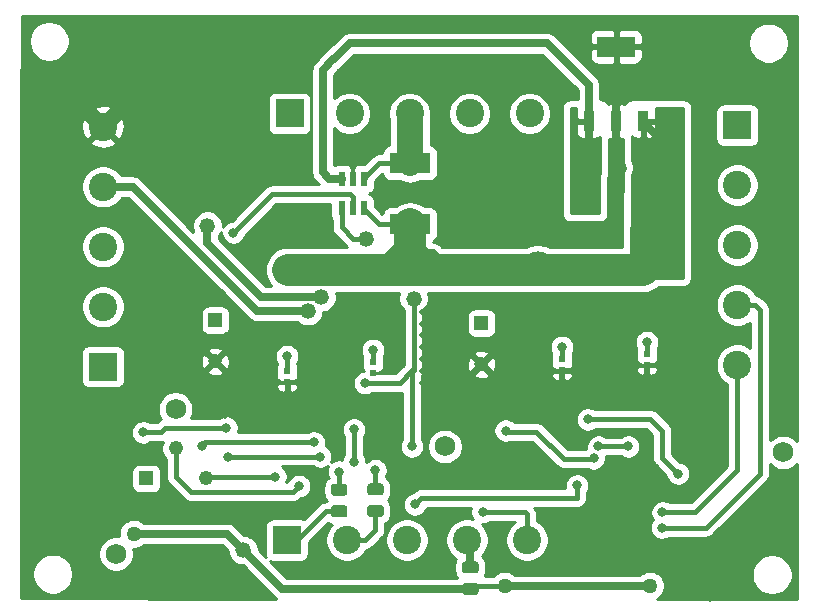
<source format=gbr>
%TF.GenerationSoftware,KiCad,Pcbnew,(5.1.9)-1*%
%TF.CreationDate,2021-10-18T22:43:19-04:00*%
%TF.ProjectId,ECE477_motorcontroller,45434534-3737-45f6-9d6f-746f72636f6e,rev?*%
%TF.SameCoordinates,Original*%
%TF.FileFunction,Copper,L2,Bot*%
%TF.FilePolarity,Positive*%
%FSLAX46Y46*%
G04 Gerber Fmt 4.6, Leading zero omitted, Abs format (unit mm)*
G04 Created by KiCad (PCBNEW (5.1.9)-1) date 2021-10-18 22:43:19*
%MOMM*%
%LPD*%
G01*
G04 APERTURE LIST*
%TA.AperFunction,ComponentPad*%
%ADD10C,1.755000*%
%TD*%
%TA.AperFunction,ComponentPad*%
%ADD11R,1.222000X1.222000*%
%TD*%
%TA.AperFunction,ComponentPad*%
%ADD12C,1.222000*%
%TD*%
%TA.AperFunction,ComponentPad*%
%ADD13R,2.400000X2.400000*%
%TD*%
%TA.AperFunction,ComponentPad*%
%ADD14C,2.400000*%
%TD*%
%TA.AperFunction,SMDPad,CuDef*%
%ADD15R,3.200000X1.750000*%
%TD*%
%TA.AperFunction,SMDPad,CuDef*%
%ADD16R,0.950000X1.750000*%
%TD*%
%TA.AperFunction,SMDPad,CuDef*%
%ADD17R,3.400000X1.800000*%
%TD*%
%TA.AperFunction,SMDPad,CuDef*%
%ADD18R,0.600000X1.250000*%
%TD*%
%TA.AperFunction,SMDPad,CuDef*%
%ADD19R,0.620000X0.600000*%
%TD*%
%TA.AperFunction,ComponentPad*%
%ADD20C,1.200000*%
%TD*%
%TA.AperFunction,ComponentPad*%
%ADD21R,1.200000X1.200000*%
%TD*%
%TA.AperFunction,ViaPad*%
%ADD22C,1.270000*%
%TD*%
%TA.AperFunction,ViaPad*%
%ADD23C,1.320800*%
%TD*%
%TA.AperFunction,ViaPad*%
%ADD24C,0.800000*%
%TD*%
%TA.AperFunction,ViaPad*%
%ADD25C,2.500000*%
%TD*%
%TA.AperFunction,ViaPad*%
%ADD26C,0.508000*%
%TD*%
%TA.AperFunction,ViaPad*%
%ADD27C,2.641600*%
%TD*%
%TA.AperFunction,Conductor*%
%ADD28C,0.635000*%
%TD*%
%TA.AperFunction,Conductor*%
%ADD29C,0.408940*%
%TD*%
%TA.AperFunction,Conductor*%
%ADD30C,1.320800*%
%TD*%
%TA.AperFunction,Conductor*%
%ADD31C,2.209800*%
%TD*%
%TA.AperFunction,Conductor*%
%ADD32C,0.200000*%
%TD*%
%TA.AperFunction,Conductor*%
%ADD33C,2.667000*%
%TD*%
%TA.AperFunction,Conductor*%
%ADD34C,0.254000*%
%TD*%
%TA.AperFunction,Conductor*%
%ADD35C,0.100000*%
%TD*%
G04 APERTURE END LIST*
%TO.P,R13,2*%
%TO.N,/R_DGND*%
%TA.AperFunction,SMDPad,CuDef*%
G36*
G01*
X142800002Y-86250000D02*
X141899998Y-86250000D01*
G75*
G02*
X141650000Y-86000002I0J249998D01*
G01*
X141650000Y-85474998D01*
G75*
G02*
X141899998Y-85225000I249998J0D01*
G01*
X142800002Y-85225000D01*
G75*
G02*
X143050000Y-85474998I0J-249998D01*
G01*
X143050000Y-86000002D01*
G75*
G02*
X142800002Y-86250000I-249998J0D01*
G01*
G37*
%TD.AperFunction*%
%TO.P,R13,1*%
%TO.N,GND*%
%TA.AperFunction,SMDPad,CuDef*%
G36*
G01*
X142800002Y-88075000D02*
X141899998Y-88075000D01*
G75*
G02*
X141650000Y-87825002I0J249998D01*
G01*
X141650000Y-87299998D01*
G75*
G02*
X141899998Y-87050000I249998J0D01*
G01*
X142800002Y-87050000D01*
G75*
G02*
X143050000Y-87299998I0J-249998D01*
G01*
X143050000Y-87825002D01*
G75*
G02*
X142800002Y-88075000I-249998J0D01*
G01*
G37*
%TD.AperFunction*%
%TD*%
D10*
%TO.P,TP4,1*%
%TO.N,Net-(R4-Pad1)*%
X168850000Y-76000000D03*
%TD*%
D11*
%TO.P,RV2,1*%
%TO.N,GND*%
X114910000Y-78200000D03*
D12*
%TO.P,RV2,2*%
%TO.N,/Vref_IC1*%
X117450000Y-75660000D03*
%TO.P,RV2,3*%
%TO.N,/DVDD_IC1*%
X119990000Y-78200000D03*
%TD*%
D10*
%TO.P,TP2,1*%
%TO.N,Net-(R7-Pad1)*%
X140200000Y-75500000D03*
%TD*%
%TO.P,TP3,1*%
%TO.N,Net-(R12-Pad2)*%
X112350000Y-84600000D03*
%TD*%
%TO.P,TP1,1*%
%TO.N,Net-(R3-Pad1)*%
X117400000Y-72350000D03*
%TD*%
D13*
%TO.P,J3,1*%
%TO.N,/PWM2*%
X126827000Y-83424000D03*
D14*
%TO.P,J3,2*%
%TO.N,/PWM1*%
X131907000Y-83424000D03*
%TO.P,J3,3*%
%TO.N,Net-(J3-Pad3)*%
X136987000Y-83424000D03*
%TO.P,J3,4*%
%TO.N,/R_DGND*%
X142067000Y-83424000D03*
%TO.P,J3,5*%
%TO.N,/nsleep*%
X147147000Y-83424000D03*
%TD*%
%TO.P,J2,5*%
%TO.N,GND1*%
X111252000Y-48429000D03*
%TO.P,J2,4*%
%TO.N,/M2+*%
X111252000Y-53509000D03*
%TO.P,J2,3*%
%TO.N,/M2-*%
X111252000Y-58589000D03*
%TO.P,J2,2*%
%TO.N,/Current_sense*%
X111252000Y-63669000D03*
D13*
%TO.P,J2,1*%
%TO.N,GND*%
X111252000Y-68749000D03*
%TD*%
D14*
%TO.P,J4,5*%
%TO.N,/M4-*%
X147370000Y-47300000D03*
%TO.P,J4,4*%
%TO.N,/M4+*%
X142290000Y-47300000D03*
%TO.P,J4,3*%
%TO.N,/12V+*%
X137210000Y-47300000D03*
%TO.P,J4,2*%
%TO.N,/M1+*%
X132130000Y-47300000D03*
D13*
%TO.P,J4,1*%
%TO.N,/M1-*%
X127050000Y-47300000D03*
%TD*%
D14*
%TO.P,J1,5*%
%TO.N,/PWM3*%
X164948000Y-68610000D03*
%TO.P,J1,4*%
%TO.N,/PWM4*%
X164948000Y-63530000D03*
%TO.P,J1,3*%
%TO.N,Net-(J1-Pad3)*%
X164948000Y-58450000D03*
%TO.P,J1,2*%
%TO.N,/M3+*%
X164948000Y-53370000D03*
D13*
%TO.P,J1,1*%
%TO.N,/M3-*%
X164948000Y-48290000D03*
%TD*%
%TO.P,R2,2*%
%TO.N,Net-(IC1-Pad22)*%
%TA.AperFunction,SMDPad,CuDef*%
G36*
G01*
X131700002Y-79675000D02*
X130799998Y-79675000D01*
G75*
G02*
X130550000Y-79425002I0J249998D01*
G01*
X130550000Y-78899998D01*
G75*
G02*
X130799998Y-78650000I249998J0D01*
G01*
X131700002Y-78650000D01*
G75*
G02*
X131950000Y-78899998I0J-249998D01*
G01*
X131950000Y-79425002D01*
G75*
G02*
X131700002Y-79675000I-249998J0D01*
G01*
G37*
%TD.AperFunction*%
%TO.P,R2,1*%
%TO.N,/PWM2*%
%TA.AperFunction,SMDPad,CuDef*%
G36*
G01*
X131700002Y-81500000D02*
X130799998Y-81500000D01*
G75*
G02*
X130550000Y-81250002I0J249998D01*
G01*
X130550000Y-80724998D01*
G75*
G02*
X130799998Y-80475000I249998J0D01*
G01*
X131700002Y-80475000D01*
G75*
G02*
X131950000Y-80724998I0J-249998D01*
G01*
X131950000Y-81250002D01*
G75*
G02*
X131700002Y-81500000I-249998J0D01*
G01*
G37*
%TD.AperFunction*%
%TD*%
%TO.P,R1,2*%
%TO.N,Net-(IC1-Pad23)*%
%TA.AperFunction,SMDPad,CuDef*%
G36*
G01*
X134775002Y-79650000D02*
X133874998Y-79650000D01*
G75*
G02*
X133625000Y-79400002I0J249998D01*
G01*
X133625000Y-78874998D01*
G75*
G02*
X133874998Y-78625000I249998J0D01*
G01*
X134775002Y-78625000D01*
G75*
G02*
X135025000Y-78874998I0J-249998D01*
G01*
X135025000Y-79400002D01*
G75*
G02*
X134775002Y-79650000I-249998J0D01*
G01*
G37*
%TD.AperFunction*%
%TO.P,R1,1*%
%TO.N,/PWM1*%
%TA.AperFunction,SMDPad,CuDef*%
G36*
G01*
X134775002Y-81475000D02*
X133874998Y-81475000D01*
G75*
G02*
X133625000Y-81225002I0J249998D01*
G01*
X133625000Y-80699998D01*
G75*
G02*
X133874998Y-80450000I249998J0D01*
G01*
X134775002Y-80450000D01*
G75*
G02*
X135025000Y-80699998I0J-249998D01*
G01*
X135025000Y-81225002D01*
G75*
G02*
X134775002Y-81475000I-249998J0D01*
G01*
G37*
%TD.AperFunction*%
%TD*%
D15*
%TO.P,IC6,4*%
%TO.N,GND1*%
X154700000Y-41650000D03*
D16*
%TO.P,IC6,3*%
%TO.N,/3.3V_regulator*%
X152400000Y-47950000D03*
%TO.P,IC6,2*%
%TO.N,GND1*%
X154700000Y-47950000D03*
%TO.P,IC6,1*%
%TO.N,/12V-*%
X157000000Y-47950000D03*
%TD*%
D17*
%TO.P,Rsense1,2*%
%TO.N,/12V-*%
X137250000Y-56700000D03*
%TO.P,Rsense1,1*%
%TO.N,/12V+*%
X137250000Y-51500000D03*
%TD*%
D18*
%TO.P,IC5,1*%
%TO.N,/3.3V_regulator*%
X131450000Y-52850000D03*
%TO.P,IC5,2*%
%TO.N,GND1*%
X132400000Y-52850000D03*
%TO.P,IC5,3*%
%TO.N,/12V+*%
X133350000Y-52850000D03*
%TO.P,IC5,4*%
%TO.N,/12V-*%
X133350000Y-55350000D03*
%TO.P,IC5,5*%
%TO.N,/Current_sense*%
X132400000Y-55350000D03*
%TO.P,IC5,6*%
%TO.N,/nsleep*%
X131450000Y-55350000D03*
%TD*%
D19*
%TO.P,C5,2*%
%TO.N,GND1*%
X157300000Y-68585000D03*
%TO.P,C5,1*%
%TO.N,/12V-*%
X157300000Y-67665000D03*
%TD*%
%TO.P,C10,2*%
%TO.N,GND1*%
X150114000Y-69040000D03*
%TO.P,C10,1*%
%TO.N,/12V-*%
X150114000Y-68120000D03*
%TD*%
D20*
%TO.P,C7,2*%
%TO.N,GND1*%
X143300000Y-68550000D03*
D21*
%TO.P,C7,1*%
%TO.N,/12V-*%
X143300000Y-65050000D03*
%TD*%
D19*
%TO.P,C6,2*%
%TO.N,GND1*%
X134112000Y-69246000D03*
%TO.P,C6,1*%
%TO.N,/12V-*%
X134112000Y-68326000D03*
%TD*%
%TO.P,C4,2*%
%TO.N,GND1*%
X126848000Y-70038000D03*
%TO.P,C4,1*%
%TO.N,/12V-*%
X126848000Y-69118000D03*
%TD*%
D20*
%TO.P,C3,2*%
%TO.N,GND1*%
X120752000Y-68300000D03*
D21*
%TO.P,C3,1*%
%TO.N,/12V-*%
X120752000Y-64800000D03*
%TD*%
D22*
%TO.N,GND*%
X113850000Y-82900000D03*
X157562500Y-87300000D03*
X145250000Y-87300000D03*
D23*
X123125000Y-84275000D03*
%TO.N,GND1*%
X162650000Y-87950000D03*
D24*
X156200000Y-62850000D03*
X150800000Y-63450000D03*
D23*
X154912634Y-51897341D03*
D24*
X133250000Y-64250000D03*
D25*
X130600000Y-69000000D03*
X153750000Y-68400000D03*
D26*
X141200000Y-53750000D03*
X142200000Y-53750000D03*
X143200000Y-53750000D03*
X144200000Y-53750000D03*
X145200000Y-53750000D03*
X146200000Y-53750000D03*
X147200000Y-53750000D03*
X148200000Y-53750000D03*
X141200000Y-54750000D03*
X142200000Y-54750000D03*
X143200000Y-54750000D03*
X144200000Y-54750000D03*
X145200000Y-54750000D03*
X146200000Y-54750000D03*
X147200000Y-54750000D03*
X148200000Y-54750000D03*
X141200000Y-55750000D03*
X142200000Y-55750000D03*
X143200000Y-55750000D03*
X144200000Y-55750000D03*
X145200000Y-55750000D03*
X146200000Y-55750000D03*
X147200000Y-55750000D03*
X148200000Y-55750000D03*
X141200000Y-56750000D03*
X142200000Y-56750000D03*
X143200000Y-56750000D03*
X144200000Y-56750000D03*
X145200000Y-56750000D03*
X146200000Y-56750000D03*
X147200000Y-56750000D03*
X148200000Y-56750000D03*
X141200000Y-57750000D03*
X142200000Y-57750000D03*
X143200000Y-57750000D03*
X144200000Y-57750000D03*
X145200000Y-57750000D03*
X146200000Y-57750000D03*
X147200000Y-57750000D03*
X148200000Y-57750000D03*
X138300000Y-64100000D03*
X138300000Y-64100000D03*
X141400000Y-64100000D03*
X138300000Y-65100000D03*
X141400000Y-65100000D03*
X138300000Y-66100000D03*
X141400000Y-66100000D03*
X138300000Y-67100000D03*
X141400000Y-67100000D03*
X138300000Y-68100000D03*
X141400000Y-68100000D03*
X138300000Y-69100000D03*
X141400000Y-69100000D03*
X138300000Y-70100000D03*
X141400000Y-70100000D03*
X119550000Y-71300000D03*
X120550000Y-71300000D03*
X121550000Y-71300000D03*
X122550000Y-71300000D03*
X123550000Y-71300000D03*
X119550000Y-72100000D03*
X120550000Y-72100000D03*
X121550000Y-72100000D03*
X122550000Y-72100000D03*
X123550000Y-72100000D03*
X119550000Y-72900000D03*
X120550000Y-72900000D03*
X121550000Y-72900000D03*
X122550000Y-72900000D03*
X123550000Y-72900000D03*
X145550000Y-64700000D03*
X145550000Y-65500000D03*
X145550000Y-66300000D03*
X145550000Y-67100000D03*
X145550000Y-67900000D03*
X145550000Y-65500000D03*
X145550000Y-66300000D03*
X145550000Y-67100000D03*
X145550000Y-67900000D03*
X145550000Y-68700000D03*
X145550000Y-69500000D03*
X122800000Y-58700000D03*
X123800000Y-58700000D03*
X124800000Y-58700000D03*
X125800000Y-58700000D03*
X126850000Y-58450000D03*
X127850000Y-58450000D03*
X128800000Y-58400000D03*
X123400000Y-57900000D03*
X124350000Y-57850000D03*
X125350000Y-57850000D03*
X126350000Y-57850000D03*
X127350000Y-57850000D03*
X128350000Y-57850000D03*
X124000000Y-57100000D03*
X124900000Y-56950000D03*
X125900000Y-56950000D03*
X126900000Y-56950000D03*
X124800000Y-56300000D03*
X125600000Y-56300000D03*
X126500000Y-56300000D03*
D23*
%TO.N,/3.3V_regulator*%
X152300000Y-50050000D03*
D24*
%TO.N,/nsleep*%
X133452000Y-70134000D03*
D23*
X137550000Y-62975000D03*
X133500000Y-57925000D03*
D24*
X137400000Y-75500000D03*
X143400000Y-81050000D03*
%TO.N,/PWM3*%
X158625000Y-81075000D03*
%TO.N,/PWM4*%
X158575000Y-82375000D03*
D23*
%TO.N,/M2-*%
X129734099Y-62860099D03*
X120100000Y-56800000D03*
%TO.N,/M2+*%
X128626000Y-64038000D03*
D24*
%TO.N,/Current_sense*%
X122300000Y-57400000D03*
%TO.N,Net-(IC1-Pad23)*%
X134325000Y-77500000D03*
%TO.N,Net-(IC1-Pad22)*%
X131250000Y-77625000D03*
X132518653Y-76831347D03*
X132500000Y-74050000D03*
%TO.N,Net-(IC2-Pad22)*%
X153200000Y-75500000D03*
X155725000Y-75500000D03*
%TO.N,/DVDD_IC1*%
X125850000Y-78050000D03*
%TO.N,/Vref_IC1*%
X127850000Y-78850000D03*
X151400000Y-78800000D03*
X137650000Y-80400000D03*
%TO.N,/12V-*%
X126848000Y-67848000D03*
X157300000Y-66675000D03*
D27*
X148050000Y-60300000D03*
X134150000Y-60550000D03*
X126950000Y-60550000D03*
D24*
X150114000Y-67056000D03*
X134112000Y-67310000D03*
D23*
X158750000Y-49800000D03*
D27*
X157125000Y-60425000D03*
D24*
%TO.N,/IC2_Toff*%
X152300000Y-73200000D03*
X159950000Y-77800000D03*
%TO.N,/IC2_Decay*%
X152800000Y-76500000D03*
X145350000Y-74150000D03*
%TO.N,/IC1_Decay*%
X129650000Y-76350000D03*
X114650000Y-74300000D03*
X121850000Y-76350000D03*
X121700000Y-73900000D03*
%TO.N,/IC1_Toff*%
X129102904Y-75150181D03*
X119600000Y-75450000D03*
%TD*%
D28*
%TO.N,GND*%
X157562500Y-87300000D02*
X145250000Y-87300000D01*
X142350000Y-87562500D02*
X126412500Y-87562500D01*
X121750000Y-82900000D02*
X113850000Y-82900000D01*
X123125000Y-84275000D02*
X121750000Y-82900000D01*
X126412500Y-87562500D02*
X123125000Y-84275000D01*
D29*
X142612500Y-87300000D02*
X142350000Y-87562500D01*
X145250000Y-87300000D02*
X142612500Y-87300000D01*
%TO.N,GND1*%
X150114000Y-69040000D02*
X150985000Y-69040000D01*
X126848000Y-70038000D02*
X127887000Y-70038000D01*
D30*
X111252000Y-48429000D02*
X113431000Y-46250000D01*
X111252000Y-48429000D02*
X109573000Y-46750000D01*
D28*
X154700000Y-47950000D02*
X154700000Y-45800000D01*
X154700000Y-47950000D02*
X154700000Y-49850000D01*
D29*
X157300000Y-68585000D02*
X158285000Y-68585000D01*
D28*
%TO.N,/3.3V_regulator*%
X131200000Y-42250000D02*
X130300000Y-43150000D01*
X130300000Y-43150000D02*
X130300000Y-43200000D01*
X130300000Y-43200000D02*
X129850000Y-43650000D01*
X129850000Y-43650000D02*
X129850000Y-52300000D01*
X130400000Y-52850000D02*
X131450000Y-52850000D01*
X129850000Y-52300000D02*
X130400000Y-52850000D01*
X152400000Y-49950000D02*
X152300000Y-50050000D01*
X152400000Y-47950000D02*
X152400000Y-49950000D01*
D29*
X131200000Y-42250000D02*
X131250000Y-42250000D01*
D28*
X152400000Y-44919118D02*
X152400000Y-47950000D01*
X148845873Y-41364991D02*
X152400000Y-44919118D01*
X132135009Y-41364991D02*
X148845873Y-41364991D01*
X131250000Y-42250000D02*
X132135009Y-41364991D01*
%TO.N,/nsleep*%
X147267529Y-83303471D02*
X147147000Y-83424000D01*
D29*
X147147000Y-83424000D02*
X147627000Y-83424000D01*
X147367529Y-83203471D02*
X147147000Y-83424000D01*
X137262000Y-63263000D02*
X137550000Y-62975000D01*
X131450000Y-56950000D02*
X131450000Y-55350000D01*
X132425000Y-57925000D02*
X131450000Y-56950000D01*
X133500000Y-57925000D02*
X132425000Y-57925000D01*
X133452000Y-70134000D02*
X136366000Y-70134000D01*
X137450000Y-69050000D02*
X137550000Y-69050000D01*
X136366000Y-70134000D02*
X137450000Y-69050000D01*
X137550000Y-62975000D02*
X137550000Y-69050000D01*
X137450000Y-75450000D02*
X137400000Y-75500000D01*
X137450000Y-69050000D02*
X137450000Y-75450000D01*
X143400000Y-81050000D02*
X146950000Y-81050000D01*
X147147000Y-81247000D02*
X147147000Y-83424000D01*
X146950000Y-81050000D02*
X147147000Y-81247000D01*
%TO.N,/PWM1*%
X131907000Y-83424000D02*
X133451000Y-83424000D01*
X134325000Y-82550000D02*
X134325000Y-80962500D01*
X133451000Y-83424000D02*
X134325000Y-82550000D01*
%TO.N,/PWM2*%
X126827000Y-83424000D02*
X127676000Y-83424000D01*
X130112500Y-80987500D02*
X131250000Y-80987500D01*
X127676000Y-83424000D02*
X130112500Y-80987500D01*
%TO.N,/PWM3*%
X161400000Y-81075000D02*
X158625000Y-81075000D01*
X164948000Y-77527000D02*
X161400000Y-81075000D01*
X164948000Y-68610000D02*
X164948000Y-77527000D01*
%TO.N,/PWM4*%
X166480000Y-63530000D02*
X164948000Y-63530000D01*
X166878000Y-63928000D02*
X166480000Y-63530000D01*
X166878000Y-77797000D02*
X166878000Y-63928000D01*
X162300000Y-82375000D02*
X166878000Y-77797000D01*
X158575000Y-82375000D02*
X162300000Y-82375000D01*
D28*
%TO.N,/M2-*%
X124654099Y-62860099D02*
X129734099Y-62860099D01*
X129734099Y-62860099D02*
X129734099Y-62860099D01*
X124654099Y-62860099D02*
X122276000Y-60482000D01*
X122276000Y-60482000D02*
X122276000Y-60476000D01*
X120100000Y-58300000D02*
X120100000Y-56800000D01*
X122276000Y-60476000D02*
X120100000Y-58300000D01*
%TO.N,/M2+*%
X113762000Y-53509000D02*
X111252000Y-53509000D01*
X121751000Y-61498000D02*
X113762000Y-53509000D01*
X121768000Y-61498000D02*
X121751000Y-61498000D01*
X124308000Y-64038000D02*
X121768000Y-61498000D01*
X128626000Y-64038000D02*
X124308000Y-64038000D01*
D29*
%TO.N,/Current_sense*%
X132400000Y-55350000D02*
X132400000Y-54400000D01*
X132150000Y-54150000D02*
X129100000Y-54150000D01*
X132400000Y-54400000D02*
X132150000Y-54150000D01*
X125550000Y-54150000D02*
X122300000Y-57400000D01*
X129100000Y-54150000D02*
X125550000Y-54150000D01*
%TO.N,Net-(IC1-Pad23)*%
X134325000Y-79137500D02*
X134325000Y-77500000D01*
%TO.N,Net-(IC1-Pad22)*%
X131250000Y-79162500D02*
X131250000Y-77625000D01*
X132518653Y-74068653D02*
X132500000Y-74050000D01*
X132518653Y-76831347D02*
X132518653Y-74068653D01*
%TO.N,Net-(IC2-Pad22)*%
X155675000Y-75450000D02*
X155725000Y-75500000D01*
X153200000Y-75500000D02*
X155725000Y-75500000D01*
%TO.N,/DVDD_IC1*%
X120140000Y-78050000D02*
X119990000Y-78200000D01*
X125850000Y-78050000D02*
X120140000Y-78050000D01*
%TO.N,/Vref_IC1*%
X127800000Y-78800000D02*
X127850000Y-78850000D01*
X118700000Y-79350000D02*
X127350000Y-79350000D01*
X117450000Y-78100000D02*
X118700000Y-79350000D01*
X127350000Y-79350000D02*
X127850000Y-78850000D01*
X117450000Y-75660000D02*
X117450000Y-78100000D01*
X151400000Y-78800000D02*
X151400000Y-79850000D01*
X138200000Y-79850000D02*
X137650000Y-80400000D01*
X151400000Y-79850000D02*
X138200000Y-79850000D01*
%TO.N,/12V-*%
X157300000Y-67665000D02*
X157300000Y-66675000D01*
D31*
X157000000Y-60300000D02*
X157125000Y-60425000D01*
X126950000Y-60550000D02*
X126950000Y-60550000D01*
D29*
X126848000Y-67848000D02*
X126848000Y-69118000D01*
X150114000Y-67056000D02*
X150114000Y-68120000D01*
X134112000Y-68326000D02*
X134112000Y-67310000D01*
X137445529Y-56504471D02*
X137250000Y-56700000D01*
D32*
X137250000Y-56700000D02*
X136450000Y-56700000D01*
D29*
X137250000Y-56700000D02*
X136400000Y-56700000D01*
X133350000Y-55250000D02*
X133350000Y-55300000D01*
X133350000Y-55350000D02*
X133350000Y-55400000D01*
X134650000Y-56700000D02*
X137250000Y-56700000D01*
X133350000Y-55400000D02*
X134650000Y-56700000D01*
D28*
X157200000Y-60500000D02*
X157200000Y-60500000D01*
X157000000Y-48050000D02*
X158750000Y-49800000D01*
X157000000Y-47950000D02*
X157000000Y-48050000D01*
D31*
X157125000Y-60425000D02*
X157200000Y-60500000D01*
D33*
X157000000Y-60550000D02*
X157125000Y-60425000D01*
X137250000Y-60000000D02*
X137800000Y-60550000D01*
X137250000Y-56700000D02*
X137250000Y-60000000D01*
X140600000Y-60550000D02*
X157000000Y-60550000D01*
X137800000Y-60550000D02*
X140600000Y-60550000D01*
D28*
X137250000Y-56700000D02*
X137250000Y-57700000D01*
X138675000Y-59125000D02*
X139175000Y-59125000D01*
X137250000Y-57700000D02*
X138675000Y-59125000D01*
X139175000Y-59125000D02*
X140600000Y-60550000D01*
X137250000Y-57500000D02*
X134200000Y-60550000D01*
X137250000Y-56700000D02*
X137250000Y-57500000D01*
D33*
X134200000Y-60550000D02*
X137800000Y-60550000D01*
X126950000Y-60550000D02*
X134200000Y-60550000D01*
D29*
%TO.N,/12V+*%
X137400000Y-47800000D02*
X137300000Y-47700000D01*
D30*
X137250000Y-47750000D02*
X137300000Y-47700000D01*
D29*
X137050000Y-49700000D02*
X137250000Y-49900000D01*
D31*
X137250000Y-47340000D02*
X137210000Y-47300000D01*
X137250000Y-51500000D02*
X137250000Y-47340000D01*
D32*
X137250000Y-51500000D02*
X136450000Y-51500000D01*
D29*
X137250000Y-51500000D02*
X135850000Y-51500000D01*
X137250000Y-51500000D02*
X135900000Y-51500000D01*
X133350000Y-52750000D02*
X133450000Y-52750000D01*
X133350000Y-52850000D02*
X133350000Y-52800000D01*
X134650000Y-51500000D02*
X137250000Y-51500000D01*
X133350000Y-52800000D02*
X134650000Y-51500000D01*
%TO.N,Net-(J1-Pad3)*%
X164948000Y-57820000D02*
X164948000Y-58450000D01*
%TO.N,/IC2_Toff*%
X152350000Y-73150000D02*
X152300000Y-73200000D01*
X157600000Y-73150000D02*
X152350000Y-73150000D01*
X158600000Y-74150000D02*
X157600000Y-73150000D01*
X158600000Y-76450000D02*
X158600000Y-74150000D01*
X159950000Y-77800000D02*
X158600000Y-76450000D01*
%TO.N,/IC2_Decay*%
X147950000Y-74250000D02*
X150250000Y-76550000D01*
X145450000Y-74250000D02*
X147950000Y-74250000D01*
X145350000Y-74150000D02*
X145450000Y-74250000D01*
X152750000Y-76550000D02*
X152800000Y-76500000D01*
X150250000Y-76550000D02*
X152750000Y-76550000D01*
%TO.N,/IC1_Decay*%
X116500000Y-73950000D02*
X120950000Y-73950000D01*
X116150000Y-74300000D02*
X116500000Y-73950000D01*
X114650000Y-74300000D02*
X116150000Y-74300000D01*
X129650000Y-76350000D02*
X121850000Y-76350000D01*
X121650000Y-73950000D02*
X121700000Y-73900000D01*
X120950000Y-73950000D02*
X121650000Y-73950000D01*
%TO.N,/IC1_Toff*%
X129104471Y-75148614D02*
X129102904Y-75150181D01*
X119899819Y-75150181D02*
X119600000Y-75450000D01*
X129102904Y-75150181D02*
X119899819Y-75150181D01*
D28*
%TO.N,/R_DGND*%
X142350000Y-83707000D02*
X142067000Y-83424000D01*
X142350000Y-85737500D02*
X142350000Y-83707000D01*
%TD*%
D34*
%TO.N,GND1*%
X170040001Y-75058535D02*
X170024835Y-75035838D01*
X169814162Y-74825165D01*
X169566437Y-74659640D01*
X169291180Y-74545625D01*
X168998968Y-74487500D01*
X168701032Y-74487500D01*
X168408820Y-74545625D01*
X168133563Y-74659640D01*
X167885838Y-74825165D01*
X167717470Y-74993533D01*
X167717470Y-63969222D01*
X167721530Y-63928000D01*
X167717470Y-63886778D01*
X167717470Y-63886767D01*
X167705323Y-63763435D01*
X167657321Y-63605195D01*
X167579370Y-63459359D01*
X167474466Y-63331534D01*
X167442439Y-63305250D01*
X167102750Y-62965561D01*
X167076466Y-62933534D01*
X166948641Y-62828630D01*
X166802805Y-62750679D01*
X166644565Y-62702677D01*
X166589245Y-62697228D01*
X166574156Y-62660801D01*
X166373338Y-62360256D01*
X166117744Y-62104662D01*
X165817199Y-61903844D01*
X165483250Y-61765518D01*
X165128732Y-61695000D01*
X164767268Y-61695000D01*
X164412750Y-61765518D01*
X164078801Y-61903844D01*
X163778256Y-62104662D01*
X163522662Y-62360256D01*
X163321844Y-62660801D01*
X163183518Y-62994750D01*
X163113000Y-63349268D01*
X163113000Y-63710732D01*
X163183518Y-64065250D01*
X163321844Y-64399199D01*
X163522662Y-64699744D01*
X163778256Y-64955338D01*
X164078801Y-65156156D01*
X164412750Y-65294482D01*
X164767268Y-65365000D01*
X165128732Y-65365000D01*
X165483250Y-65294482D01*
X165817199Y-65156156D01*
X166038531Y-65008267D01*
X166038531Y-67131733D01*
X165817199Y-66983844D01*
X165483250Y-66845518D01*
X165128732Y-66775000D01*
X164767268Y-66775000D01*
X164412750Y-66845518D01*
X164078801Y-66983844D01*
X163778256Y-67184662D01*
X163522662Y-67440256D01*
X163321844Y-67740801D01*
X163183518Y-68074750D01*
X163113000Y-68429268D01*
X163113000Y-68790732D01*
X163183518Y-69145250D01*
X163321844Y-69479199D01*
X163522662Y-69779744D01*
X163778256Y-70035338D01*
X164078801Y-70236156D01*
X164108530Y-70248470D01*
X164108531Y-77179279D01*
X161052281Y-80235530D01*
X159231595Y-80235530D01*
X159115256Y-80157795D01*
X158926898Y-80079774D01*
X158726939Y-80040000D01*
X158523061Y-80040000D01*
X158323102Y-80079774D01*
X158134744Y-80157795D01*
X157965226Y-80271063D01*
X157821063Y-80415226D01*
X157707795Y-80584744D01*
X157629774Y-80773102D01*
X157590000Y-80973061D01*
X157590000Y-81176939D01*
X157629774Y-81376898D01*
X157707795Y-81565256D01*
X157793206Y-81693083D01*
X157771063Y-81715226D01*
X157657795Y-81884744D01*
X157579774Y-82073102D01*
X157540000Y-82273061D01*
X157540000Y-82476939D01*
X157579774Y-82676898D01*
X157657795Y-82865256D01*
X157771063Y-83034774D01*
X157915226Y-83178937D01*
X158084744Y-83292205D01*
X158273102Y-83370226D01*
X158473061Y-83410000D01*
X158676939Y-83410000D01*
X158876898Y-83370226D01*
X159065256Y-83292205D01*
X159181595Y-83214470D01*
X162258778Y-83214470D01*
X162300000Y-83218530D01*
X162341222Y-83214470D01*
X162341233Y-83214470D01*
X162464565Y-83202323D01*
X162622805Y-83154321D01*
X162768641Y-83076370D01*
X162896466Y-82971466D01*
X162922750Y-82939439D01*
X167442445Y-78419745D01*
X167474466Y-78393466D01*
X167500746Y-78361444D01*
X167500751Y-78361439D01*
X167579370Y-78265641D01*
X167585841Y-78253534D01*
X167657321Y-78119805D01*
X167705323Y-77961565D01*
X167717470Y-77838233D01*
X167717470Y-77838222D01*
X167721530Y-77797000D01*
X167717470Y-77755778D01*
X167717470Y-77006467D01*
X167885838Y-77174835D01*
X168133563Y-77340360D01*
X168408820Y-77454375D01*
X168701032Y-77512500D01*
X168998968Y-77512500D01*
X169291180Y-77454375D01*
X169566437Y-77340360D01*
X169814162Y-77174835D01*
X170024835Y-76964162D01*
X170040001Y-76941465D01*
X170040001Y-88439016D01*
X158170276Y-88421313D01*
X158372078Y-88286473D01*
X158548973Y-88109578D01*
X158687959Y-87901571D01*
X158783695Y-87670445D01*
X158832500Y-87425084D01*
X158832500Y-87174916D01*
X158783695Y-86929555D01*
X158687959Y-86698429D01*
X158548973Y-86490422D01*
X158372078Y-86313527D01*
X158170920Y-86179117D01*
X166165000Y-86179117D01*
X166165000Y-86520883D01*
X166231675Y-86856081D01*
X166362463Y-87171831D01*
X166552337Y-87455998D01*
X166794002Y-87697663D01*
X167078169Y-87887537D01*
X167393919Y-88018325D01*
X167729117Y-88085000D01*
X168070883Y-88085000D01*
X168406081Y-88018325D01*
X168721831Y-87887537D01*
X169005998Y-87697663D01*
X169247663Y-87455998D01*
X169437537Y-87171831D01*
X169568325Y-86856081D01*
X169635000Y-86520883D01*
X169635000Y-86179117D01*
X169568325Y-85843919D01*
X169437537Y-85528169D01*
X169247663Y-85244002D01*
X169005998Y-85002337D01*
X168721831Y-84812463D01*
X168406081Y-84681675D01*
X168070883Y-84615000D01*
X167729117Y-84615000D01*
X167393919Y-84681675D01*
X167078169Y-84812463D01*
X166794002Y-85002337D01*
X166552337Y-85244002D01*
X166362463Y-85528169D01*
X166231675Y-85843919D01*
X166165000Y-86179117D01*
X158170920Y-86179117D01*
X158164071Y-86174541D01*
X157932945Y-86078805D01*
X157687584Y-86030000D01*
X157437416Y-86030000D01*
X157192055Y-86078805D01*
X156960929Y-86174541D01*
X156752922Y-86313527D01*
X156718949Y-86347500D01*
X146093551Y-86347500D01*
X146059578Y-86313527D01*
X145851571Y-86174541D01*
X145620445Y-86078805D01*
X145375084Y-86030000D01*
X145124916Y-86030000D01*
X144879555Y-86078805D01*
X144648429Y-86174541D01*
X144440422Y-86313527D01*
X144293419Y-86460530D01*
X143555968Y-86460530D01*
X143620472Y-86339852D01*
X143671008Y-86173256D01*
X143688072Y-86000002D01*
X143688072Y-85474998D01*
X143671008Y-85301744D01*
X143620472Y-85135148D01*
X143538405Y-84981613D01*
X143427962Y-84847038D01*
X143324200Y-84761882D01*
X143492338Y-84593744D01*
X143693156Y-84293199D01*
X143831482Y-83959250D01*
X143902000Y-83604732D01*
X143902000Y-83243268D01*
X143831482Y-82888750D01*
X143693156Y-82554801D01*
X143492338Y-82254256D01*
X143323082Y-82085000D01*
X143501939Y-82085000D01*
X143701898Y-82045226D01*
X143890256Y-81967205D01*
X144006595Y-81889470D01*
X146140673Y-81889470D01*
X145977256Y-81998662D01*
X145721662Y-82254256D01*
X145520844Y-82554801D01*
X145382518Y-82888750D01*
X145312000Y-83243268D01*
X145312000Y-83604732D01*
X145382518Y-83959250D01*
X145520844Y-84293199D01*
X145721662Y-84593744D01*
X145977256Y-84849338D01*
X146277801Y-85050156D01*
X146611750Y-85188482D01*
X146966268Y-85259000D01*
X147327732Y-85259000D01*
X147682250Y-85188482D01*
X148016199Y-85050156D01*
X148316744Y-84849338D01*
X148572338Y-84593744D01*
X148773156Y-84293199D01*
X148911482Y-83959250D01*
X148982000Y-83604732D01*
X148982000Y-83243268D01*
X148911482Y-82888750D01*
X148773156Y-82554801D01*
X148572338Y-82254256D01*
X148316744Y-81998662D01*
X148016199Y-81797844D01*
X147986470Y-81785530D01*
X147986470Y-81288221D01*
X147990530Y-81246999D01*
X147986470Y-81205777D01*
X147986470Y-81205767D01*
X147974323Y-81082435D01*
X147926321Y-80924195D01*
X147848370Y-80778359D01*
X147775420Y-80689470D01*
X151358768Y-80689470D01*
X151400000Y-80693531D01*
X151564565Y-80677323D01*
X151722805Y-80629321D01*
X151868641Y-80551370D01*
X151996466Y-80446466D01*
X152101370Y-80318641D01*
X152179321Y-80172805D01*
X152227323Y-80014565D01*
X152239470Y-79891233D01*
X152243531Y-79850000D01*
X152239470Y-79808767D01*
X152239470Y-79406595D01*
X152317205Y-79290256D01*
X152395226Y-79101898D01*
X152435000Y-78901939D01*
X152435000Y-78698061D01*
X152395226Y-78498102D01*
X152317205Y-78309744D01*
X152203937Y-78140226D01*
X152059774Y-77996063D01*
X151890256Y-77882795D01*
X151701898Y-77804774D01*
X151501939Y-77765000D01*
X151298061Y-77765000D01*
X151098102Y-77804774D01*
X150909744Y-77882795D01*
X150740226Y-77996063D01*
X150596063Y-78140226D01*
X150482795Y-78309744D01*
X150404774Y-78498102D01*
X150365000Y-78698061D01*
X150365000Y-78901939D01*
X150386600Y-79010530D01*
X138241214Y-79010530D01*
X138199999Y-79006471D01*
X138158784Y-79010530D01*
X138158767Y-79010530D01*
X138035435Y-79022677D01*
X137877195Y-79070679D01*
X137809309Y-79106965D01*
X137731358Y-79148630D01*
X137686512Y-79185435D01*
X137603534Y-79253534D01*
X137577250Y-79285561D01*
X137485334Y-79377477D01*
X137348102Y-79404774D01*
X137159744Y-79482795D01*
X136990226Y-79596063D01*
X136846063Y-79740226D01*
X136732795Y-79909744D01*
X136654774Y-80098102D01*
X136615000Y-80298061D01*
X136615000Y-80501939D01*
X136654774Y-80701898D01*
X136732795Y-80890256D01*
X136846063Y-81059774D01*
X136990226Y-81203937D01*
X137159744Y-81317205D01*
X137348102Y-81395226D01*
X137548061Y-81435000D01*
X137751939Y-81435000D01*
X137951898Y-81395226D01*
X138140256Y-81317205D01*
X138309774Y-81203937D01*
X138453937Y-81059774D01*
X138567205Y-80890256D01*
X138645226Y-80701898D01*
X138647698Y-80689470D01*
X142429060Y-80689470D01*
X142404774Y-80748102D01*
X142365000Y-80948061D01*
X142365000Y-81151939D01*
X142404774Y-81351898D01*
X142482795Y-81540256D01*
X142556388Y-81650395D01*
X142247732Y-81589000D01*
X141886268Y-81589000D01*
X141531750Y-81659518D01*
X141197801Y-81797844D01*
X140897256Y-81998662D01*
X140641662Y-82254256D01*
X140440844Y-82554801D01*
X140302518Y-82888750D01*
X140232000Y-83243268D01*
X140232000Y-83604732D01*
X140302518Y-83959250D01*
X140440844Y-84293199D01*
X140641662Y-84593744D01*
X140897256Y-84849338D01*
X141144127Y-85014292D01*
X141079528Y-85135148D01*
X141028992Y-85301744D01*
X141011928Y-85474998D01*
X141011928Y-86000002D01*
X141028992Y-86173256D01*
X141079528Y-86339852D01*
X141161595Y-86493387D01*
X141257297Y-86610000D01*
X126807039Y-86610000D01*
X125422611Y-85225572D01*
X125502518Y-85249812D01*
X125627000Y-85262072D01*
X128027000Y-85262072D01*
X128151482Y-85249812D01*
X128271180Y-85213502D01*
X128381494Y-85154537D01*
X128478185Y-85075185D01*
X128557537Y-84978494D01*
X128616502Y-84868180D01*
X128652812Y-84748482D01*
X128665072Y-84624000D01*
X128665072Y-83622117D01*
X130302313Y-81984876D01*
X130306613Y-81988405D01*
X130460148Y-82070472D01*
X130617664Y-82118254D01*
X130481662Y-82254256D01*
X130280844Y-82554801D01*
X130142518Y-82888750D01*
X130072000Y-83243268D01*
X130072000Y-83604732D01*
X130142518Y-83959250D01*
X130280844Y-84293199D01*
X130481662Y-84593744D01*
X130737256Y-84849338D01*
X131037801Y-85050156D01*
X131371750Y-85188482D01*
X131726268Y-85259000D01*
X132087732Y-85259000D01*
X132442250Y-85188482D01*
X132776199Y-85050156D01*
X133076744Y-84849338D01*
X133332338Y-84593744D01*
X133533156Y-84293199D01*
X133547734Y-84258004D01*
X133615565Y-84251323D01*
X133773805Y-84203321D01*
X133919641Y-84125370D01*
X134047466Y-84020466D01*
X134073750Y-83988439D01*
X134818921Y-83243268D01*
X135152000Y-83243268D01*
X135152000Y-83604732D01*
X135222518Y-83959250D01*
X135360844Y-84293199D01*
X135561662Y-84593744D01*
X135817256Y-84849338D01*
X136117801Y-85050156D01*
X136451750Y-85188482D01*
X136806268Y-85259000D01*
X137167732Y-85259000D01*
X137522250Y-85188482D01*
X137856199Y-85050156D01*
X138156744Y-84849338D01*
X138412338Y-84593744D01*
X138613156Y-84293199D01*
X138751482Y-83959250D01*
X138822000Y-83604732D01*
X138822000Y-83243268D01*
X138751482Y-82888750D01*
X138613156Y-82554801D01*
X138412338Y-82254256D01*
X138156744Y-81998662D01*
X137856199Y-81797844D01*
X137522250Y-81659518D01*
X137167732Y-81589000D01*
X136806268Y-81589000D01*
X136451750Y-81659518D01*
X136117801Y-81797844D01*
X135817256Y-81998662D01*
X135561662Y-82254256D01*
X135360844Y-82554801D01*
X135222518Y-82888750D01*
X135152000Y-83243268D01*
X134818921Y-83243268D01*
X134889445Y-83172745D01*
X134921466Y-83146466D01*
X134947746Y-83114444D01*
X134947751Y-83114439D01*
X135026370Y-83018641D01*
X135104321Y-82872806D01*
X135119506Y-82822748D01*
X135152323Y-82714565D01*
X135164470Y-82591233D01*
X135164470Y-82591222D01*
X135168530Y-82550000D01*
X135164470Y-82508778D01*
X135164470Y-82018950D01*
X135268387Y-81963405D01*
X135402962Y-81852962D01*
X135513405Y-81718387D01*
X135595472Y-81564852D01*
X135646008Y-81398256D01*
X135663072Y-81225002D01*
X135663072Y-80699998D01*
X135646008Y-80526744D01*
X135595472Y-80360148D01*
X135513405Y-80206613D01*
X135402962Y-80072038D01*
X135376109Y-80050000D01*
X135402962Y-80027962D01*
X135513405Y-79893387D01*
X135595472Y-79739852D01*
X135646008Y-79573256D01*
X135663072Y-79400002D01*
X135663072Y-78874998D01*
X135646008Y-78701744D01*
X135595472Y-78535148D01*
X135513405Y-78381613D01*
X135402962Y-78247038D01*
X135268387Y-78136595D01*
X135177047Y-78087772D01*
X135242205Y-77990256D01*
X135320226Y-77801898D01*
X135360000Y-77601939D01*
X135360000Y-77398061D01*
X135320226Y-77198102D01*
X135242205Y-77009744D01*
X135128937Y-76840226D01*
X134984774Y-76696063D01*
X134815256Y-76582795D01*
X134626898Y-76504774D01*
X134426939Y-76465000D01*
X134223061Y-76465000D01*
X134023102Y-76504774D01*
X133834744Y-76582795D01*
X133665226Y-76696063D01*
X133553653Y-76807636D01*
X133553653Y-76729408D01*
X133513879Y-76529449D01*
X133435858Y-76341091D01*
X133358123Y-76224752D01*
X133358123Y-74628679D01*
X133417205Y-74540256D01*
X133495226Y-74351898D01*
X133535000Y-74151939D01*
X133535000Y-73948061D01*
X133495226Y-73748102D01*
X133417205Y-73559744D01*
X133303937Y-73390226D01*
X133159774Y-73246063D01*
X132990256Y-73132795D01*
X132801898Y-73054774D01*
X132601939Y-73015000D01*
X132398061Y-73015000D01*
X132198102Y-73054774D01*
X132009744Y-73132795D01*
X131840226Y-73246063D01*
X131696063Y-73390226D01*
X131582795Y-73559744D01*
X131504774Y-73748102D01*
X131465000Y-73948061D01*
X131465000Y-74151939D01*
X131504774Y-74351898D01*
X131582795Y-74540256D01*
X131679184Y-74684512D01*
X131679183Y-76224752D01*
X131601448Y-76341091D01*
X131523427Y-76529449D01*
X131505314Y-76620508D01*
X131351939Y-76590000D01*
X131148061Y-76590000D01*
X130948102Y-76629774D01*
X130759744Y-76707795D01*
X130590226Y-76821063D01*
X130559497Y-76851792D01*
X130567205Y-76840256D01*
X130645226Y-76651898D01*
X130685000Y-76451939D01*
X130685000Y-76248061D01*
X130645226Y-76048102D01*
X130567205Y-75859744D01*
X130453937Y-75690226D01*
X130309774Y-75546063D01*
X130140256Y-75432795D01*
X130104880Y-75418142D01*
X130137904Y-75252120D01*
X130137904Y-75048242D01*
X130098130Y-74848283D01*
X130020109Y-74659925D01*
X129906841Y-74490407D01*
X129762678Y-74346244D01*
X129593160Y-74232976D01*
X129404802Y-74154955D01*
X129204843Y-74115181D01*
X129000965Y-74115181D01*
X128801006Y-74154955D01*
X128612648Y-74232976D01*
X128496309Y-74310711D01*
X122650154Y-74310711D01*
X122695226Y-74201898D01*
X122735000Y-74001939D01*
X122735000Y-73798061D01*
X122695226Y-73598102D01*
X122617205Y-73409744D01*
X122503937Y-73240226D01*
X122359774Y-73096063D01*
X122190256Y-72982795D01*
X122001898Y-72904774D01*
X121801939Y-72865000D01*
X121598061Y-72865000D01*
X121398102Y-72904774D01*
X121209744Y-72982795D01*
X121040226Y-73096063D01*
X121025759Y-73110530D01*
X118710898Y-73110530D01*
X118740360Y-73066437D01*
X118854375Y-72791180D01*
X118912500Y-72498968D01*
X118912500Y-72201032D01*
X118854375Y-71908820D01*
X118740360Y-71633563D01*
X118574835Y-71385838D01*
X118364162Y-71175165D01*
X118116437Y-71009640D01*
X117841180Y-70895625D01*
X117548968Y-70837500D01*
X117251032Y-70837500D01*
X116958820Y-70895625D01*
X116683563Y-71009640D01*
X116435838Y-71175165D01*
X116225165Y-71385838D01*
X116059640Y-71633563D01*
X115945625Y-71908820D01*
X115887500Y-72201032D01*
X115887500Y-72498968D01*
X115945625Y-72791180D01*
X116059640Y-73066437D01*
X116141899Y-73189545D01*
X116031359Y-73248630D01*
X115903534Y-73353534D01*
X115877250Y-73385561D01*
X115802281Y-73460530D01*
X115256595Y-73460530D01*
X115140256Y-73382795D01*
X114951898Y-73304774D01*
X114751939Y-73265000D01*
X114548061Y-73265000D01*
X114348102Y-73304774D01*
X114159744Y-73382795D01*
X113990226Y-73496063D01*
X113846063Y-73640226D01*
X113732795Y-73809744D01*
X113654774Y-73998102D01*
X113615000Y-74198061D01*
X113615000Y-74401939D01*
X113654774Y-74601898D01*
X113732795Y-74790256D01*
X113846063Y-74959774D01*
X113990226Y-75103937D01*
X114159744Y-75217205D01*
X114348102Y-75295226D01*
X114548061Y-75335000D01*
X114751939Y-75335000D01*
X114951898Y-75295226D01*
X115140256Y-75217205D01*
X115256595Y-75139470D01*
X116108778Y-75139470D01*
X116150000Y-75143530D01*
X116191222Y-75139470D01*
X116191233Y-75139470D01*
X116314565Y-75127323D01*
X116323047Y-75124750D01*
X116251883Y-75296555D01*
X116204000Y-75537280D01*
X116204000Y-75782720D01*
X116251883Y-76023445D01*
X116345809Y-76250202D01*
X116482168Y-76454279D01*
X116610530Y-76582641D01*
X116610531Y-78058768D01*
X116606470Y-78100000D01*
X116610531Y-78141232D01*
X116610531Y-78141233D01*
X116622678Y-78264565D01*
X116661780Y-78393466D01*
X116670680Y-78422805D01*
X116748630Y-78568640D01*
X116827249Y-78664438D01*
X116827255Y-78664444D01*
X116853535Y-78696466D01*
X116885557Y-78722746D01*
X118077254Y-79914444D01*
X118103534Y-79946466D01*
X118135556Y-79972746D01*
X118135561Y-79972751D01*
X118186512Y-80014565D01*
X118231359Y-80051370D01*
X118377195Y-80129321D01*
X118535435Y-80177323D01*
X118658767Y-80189470D01*
X118658778Y-80189470D01*
X118700000Y-80193530D01*
X118741222Y-80189470D01*
X127308778Y-80189470D01*
X127350000Y-80193530D01*
X127391222Y-80189470D01*
X127391233Y-80189470D01*
X127514565Y-80177323D01*
X127672805Y-80129321D01*
X127818641Y-80051370D01*
X127946466Y-79946466D01*
X127972750Y-79914439D01*
X128014666Y-79872523D01*
X128151898Y-79845226D01*
X128340256Y-79767205D01*
X128509774Y-79653937D01*
X128653937Y-79509774D01*
X128767205Y-79340256D01*
X128845226Y-79151898D01*
X128885000Y-78951939D01*
X128885000Y-78748061D01*
X128845226Y-78548102D01*
X128767205Y-78359744D01*
X128653937Y-78190226D01*
X128509774Y-78046063D01*
X128340256Y-77932795D01*
X128151898Y-77854774D01*
X127951939Y-77815000D01*
X127748061Y-77815000D01*
X127548102Y-77854774D01*
X127359744Y-77932795D01*
X127190226Y-78046063D01*
X127046063Y-78190226D01*
X126932795Y-78359744D01*
X126870337Y-78510530D01*
X126779518Y-78510530D01*
X126845226Y-78351898D01*
X126885000Y-78151939D01*
X126885000Y-77948061D01*
X126845226Y-77748102D01*
X126767205Y-77559744D01*
X126653937Y-77390226D01*
X126509774Y-77246063D01*
X126425076Y-77189470D01*
X129043405Y-77189470D01*
X129159744Y-77267205D01*
X129348102Y-77345226D01*
X129548061Y-77385000D01*
X129751939Y-77385000D01*
X129951898Y-77345226D01*
X130140256Y-77267205D01*
X130309774Y-77153937D01*
X130340503Y-77123208D01*
X130332795Y-77134744D01*
X130254774Y-77323102D01*
X130215000Y-77523061D01*
X130215000Y-77726939D01*
X130254774Y-77926898D01*
X130332795Y-78115256D01*
X130348719Y-78139088D01*
X130306613Y-78161595D01*
X130172038Y-78272038D01*
X130061595Y-78406613D01*
X129979528Y-78560148D01*
X129928992Y-78726744D01*
X129911928Y-78899998D01*
X129911928Y-79425002D01*
X129928992Y-79598256D01*
X129979528Y-79764852D01*
X130061595Y-79918387D01*
X130172038Y-80052962D01*
X130198891Y-80075000D01*
X130172038Y-80097038D01*
X130131950Y-80145886D01*
X130112499Y-80143970D01*
X130071277Y-80148030D01*
X130071267Y-80148030D01*
X129947935Y-80160177D01*
X129789695Y-80208179D01*
X129643859Y-80286130D01*
X129548060Y-80364750D01*
X129548056Y-80364754D01*
X129516034Y-80391034D01*
X129489754Y-80423056D01*
X128275828Y-81636982D01*
X128271180Y-81634498D01*
X128151482Y-81598188D01*
X128027000Y-81585928D01*
X125627000Y-81585928D01*
X125502518Y-81598188D01*
X125382820Y-81634498D01*
X125272506Y-81693463D01*
X125175815Y-81772815D01*
X125096463Y-81869506D01*
X125037498Y-81979820D01*
X125001188Y-82099518D01*
X124988928Y-82224000D01*
X124988928Y-84624000D01*
X125001188Y-84748482D01*
X125025428Y-84828389D01*
X124420400Y-84223362D01*
X124420400Y-84147414D01*
X124370619Y-83897146D01*
X124272969Y-83661398D01*
X124131203Y-83449231D01*
X123950769Y-83268797D01*
X123738602Y-83127031D01*
X123502854Y-83029381D01*
X123252586Y-82979600D01*
X123176638Y-82979600D01*
X122456607Y-82259569D01*
X122426778Y-82223222D01*
X122281741Y-82104194D01*
X122116269Y-82015748D01*
X121936723Y-81961283D01*
X121796785Y-81947500D01*
X121750000Y-81942892D01*
X121703215Y-81947500D01*
X114693551Y-81947500D01*
X114659578Y-81913527D01*
X114451571Y-81774541D01*
X114220445Y-81678805D01*
X113975084Y-81630000D01*
X113724916Y-81630000D01*
X113479555Y-81678805D01*
X113248429Y-81774541D01*
X113040422Y-81913527D01*
X112863527Y-82090422D01*
X112724541Y-82298429D01*
X112628805Y-82529555D01*
X112580000Y-82774916D01*
X112580000Y-83025084D01*
X112596265Y-83106854D01*
X112498968Y-83087500D01*
X112201032Y-83087500D01*
X111908820Y-83145625D01*
X111633563Y-83259640D01*
X111385838Y-83425165D01*
X111175165Y-83635838D01*
X111009640Y-83883563D01*
X110895625Y-84158820D01*
X110837500Y-84451032D01*
X110837500Y-84748968D01*
X110895625Y-85041180D01*
X111009640Y-85316437D01*
X111175165Y-85564162D01*
X111385838Y-85774835D01*
X111633563Y-85940360D01*
X111908820Y-86054375D01*
X112201032Y-86112500D01*
X112498968Y-86112500D01*
X112791180Y-86054375D01*
X113066437Y-85940360D01*
X113314162Y-85774835D01*
X113524835Y-85564162D01*
X113690360Y-85316437D01*
X113804375Y-85041180D01*
X113862500Y-84748968D01*
X113862500Y-84451032D01*
X113806599Y-84170000D01*
X113975084Y-84170000D01*
X114220445Y-84121195D01*
X114451571Y-84025459D01*
X114659578Y-83886473D01*
X114693551Y-83852500D01*
X121355462Y-83852500D01*
X121829600Y-84326638D01*
X121829600Y-84402586D01*
X121879381Y-84652854D01*
X121977031Y-84888602D01*
X122118797Y-85100769D01*
X122299231Y-85281203D01*
X122511398Y-85422969D01*
X122747146Y-85520619D01*
X122997414Y-85570400D01*
X123073362Y-85570400D01*
X125705897Y-88202936D01*
X125735722Y-88239278D01*
X125880759Y-88358306D01*
X125908618Y-88373197D01*
X104310651Y-88340985D01*
X104312836Y-86129117D01*
X105265000Y-86129117D01*
X105265000Y-86470883D01*
X105331675Y-86806081D01*
X105462463Y-87121831D01*
X105652337Y-87405998D01*
X105894002Y-87647663D01*
X106178169Y-87837537D01*
X106493919Y-87968325D01*
X106829117Y-88035000D01*
X107170883Y-88035000D01*
X107506081Y-87968325D01*
X107821831Y-87837537D01*
X108105998Y-87647663D01*
X108347663Y-87405998D01*
X108537537Y-87121831D01*
X108668325Y-86806081D01*
X108735000Y-86470883D01*
X108735000Y-86129117D01*
X108668325Y-85793919D01*
X108537537Y-85478169D01*
X108347663Y-85194002D01*
X108105998Y-84952337D01*
X107821831Y-84762463D01*
X107506081Y-84631675D01*
X107170883Y-84565000D01*
X106829117Y-84565000D01*
X106493919Y-84631675D01*
X106178169Y-84762463D01*
X105894002Y-84952337D01*
X105652337Y-85194002D01*
X105462463Y-85478169D01*
X105331675Y-85793919D01*
X105265000Y-86129117D01*
X104312836Y-86129117D01*
X104321274Y-77589000D01*
X113660928Y-77589000D01*
X113660928Y-78811000D01*
X113673188Y-78935482D01*
X113709498Y-79055180D01*
X113768463Y-79165494D01*
X113847815Y-79262185D01*
X113944506Y-79341537D01*
X114054820Y-79400502D01*
X114174518Y-79436812D01*
X114299000Y-79449072D01*
X115521000Y-79449072D01*
X115645482Y-79436812D01*
X115765180Y-79400502D01*
X115875494Y-79341537D01*
X115972185Y-79262185D01*
X116051537Y-79165494D01*
X116110502Y-79055180D01*
X116146812Y-78935482D01*
X116159072Y-78811000D01*
X116159072Y-77589000D01*
X116146812Y-77464518D01*
X116110502Y-77344820D01*
X116051537Y-77234506D01*
X115972185Y-77137815D01*
X115875494Y-77058463D01*
X115765180Y-76999498D01*
X115645482Y-76963188D01*
X115521000Y-76950928D01*
X114299000Y-76950928D01*
X114174518Y-76963188D01*
X114054820Y-76999498D01*
X113944506Y-77058463D01*
X113847815Y-77137815D01*
X113768463Y-77234506D01*
X113709498Y-77344820D01*
X113673188Y-77464518D01*
X113660928Y-77589000D01*
X104321274Y-77589000D01*
X104331195Y-67549000D01*
X109413928Y-67549000D01*
X109413928Y-69949000D01*
X109426188Y-70073482D01*
X109462498Y-70193180D01*
X109521463Y-70303494D01*
X109600815Y-70400185D01*
X109697506Y-70479537D01*
X109807820Y-70538502D01*
X109927518Y-70574812D01*
X110052000Y-70587072D01*
X112452000Y-70587072D01*
X112576482Y-70574812D01*
X112696180Y-70538502D01*
X112806494Y-70479537D01*
X112903185Y-70400185D01*
X112954218Y-70338000D01*
X125899928Y-70338000D01*
X125912188Y-70462482D01*
X125948498Y-70582180D01*
X126007463Y-70692494D01*
X126086815Y-70789185D01*
X126183506Y-70868537D01*
X126293820Y-70927502D01*
X126413518Y-70963812D01*
X126538000Y-70976072D01*
X126562250Y-70973000D01*
X126721000Y-70814250D01*
X126721000Y-70165000D01*
X126975000Y-70165000D01*
X126975000Y-70814250D01*
X127133750Y-70973000D01*
X127158000Y-70976072D01*
X127282482Y-70963812D01*
X127402180Y-70927502D01*
X127512494Y-70868537D01*
X127609185Y-70789185D01*
X127688537Y-70692494D01*
X127747502Y-70582180D01*
X127783812Y-70462482D01*
X127796072Y-70338000D01*
X127793000Y-70323750D01*
X127634250Y-70165000D01*
X126975000Y-70165000D01*
X126721000Y-70165000D01*
X126061750Y-70165000D01*
X125903000Y-70323750D01*
X125899928Y-70338000D01*
X112954218Y-70338000D01*
X112982537Y-70303494D01*
X113041502Y-70193180D01*
X113077812Y-70073482D01*
X113090072Y-69949000D01*
X113090072Y-69149764D01*
X120081841Y-69149764D01*
X120129148Y-69373348D01*
X120350516Y-69474237D01*
X120587313Y-69530000D01*
X120830438Y-69538495D01*
X121070549Y-69499395D01*
X121298418Y-69414202D01*
X121374852Y-69373348D01*
X121422159Y-69149764D01*
X120752000Y-68479605D01*
X120081841Y-69149764D01*
X113090072Y-69149764D01*
X113090072Y-68378438D01*
X119513505Y-68378438D01*
X119552605Y-68618549D01*
X119637798Y-68846418D01*
X119678652Y-68922852D01*
X119902236Y-68970159D01*
X120572395Y-68300000D01*
X120931605Y-68300000D01*
X121601764Y-68970159D01*
X121825348Y-68922852D01*
X121926237Y-68701484D01*
X121982000Y-68464687D01*
X121990495Y-68221562D01*
X121951395Y-67981451D01*
X121866202Y-67753582D01*
X121862183Y-67746061D01*
X125813000Y-67746061D01*
X125813000Y-67949939D01*
X125852774Y-68149898D01*
X125930795Y-68338256D01*
X126008530Y-68454596D01*
X126008530Y-68462205D01*
X126007463Y-68463506D01*
X125948498Y-68573820D01*
X125912188Y-68693518D01*
X125899928Y-68818000D01*
X125899928Y-69418000D01*
X125912188Y-69542482D01*
X125922962Y-69578000D01*
X125912188Y-69613518D01*
X125899928Y-69738000D01*
X125903000Y-69752250D01*
X126061750Y-69911000D01*
X126137767Y-69911000D01*
X126183506Y-69948537D01*
X126293820Y-70007502D01*
X126413518Y-70043812D01*
X126538000Y-70056072D01*
X127158000Y-70056072D01*
X127282482Y-70043812D01*
X127402180Y-70007502D01*
X127512494Y-69948537D01*
X127558233Y-69911000D01*
X127634250Y-69911000D01*
X127793000Y-69752250D01*
X127796072Y-69738000D01*
X127783812Y-69613518D01*
X127773038Y-69578000D01*
X127783812Y-69542482D01*
X127796072Y-69418000D01*
X127796072Y-68818000D01*
X127783812Y-68693518D01*
X127747502Y-68573820D01*
X127688537Y-68463506D01*
X127687470Y-68462206D01*
X127687470Y-68454595D01*
X127765205Y-68338256D01*
X127843226Y-68149898D01*
X127883000Y-67949939D01*
X127883000Y-67746061D01*
X127843226Y-67546102D01*
X127765205Y-67357744D01*
X127651937Y-67188226D01*
X127507774Y-67044063D01*
X127338256Y-66930795D01*
X127149898Y-66852774D01*
X126949939Y-66813000D01*
X126746061Y-66813000D01*
X126546102Y-66852774D01*
X126357744Y-66930795D01*
X126188226Y-67044063D01*
X126044063Y-67188226D01*
X125930795Y-67357744D01*
X125852774Y-67546102D01*
X125813000Y-67746061D01*
X121862183Y-67746061D01*
X121825348Y-67677148D01*
X121601764Y-67629841D01*
X120931605Y-68300000D01*
X120572395Y-68300000D01*
X119902236Y-67629841D01*
X119678652Y-67677148D01*
X119577763Y-67898516D01*
X119522000Y-68135313D01*
X119513505Y-68378438D01*
X113090072Y-68378438D01*
X113090072Y-67549000D01*
X113080345Y-67450236D01*
X120081841Y-67450236D01*
X120752000Y-68120395D01*
X121422159Y-67450236D01*
X121374852Y-67226652D01*
X121153484Y-67125763D01*
X120916687Y-67070000D01*
X120673562Y-67061505D01*
X120433451Y-67100605D01*
X120205582Y-67185798D01*
X120129148Y-67226652D01*
X120081841Y-67450236D01*
X113080345Y-67450236D01*
X113077812Y-67424518D01*
X113041502Y-67304820D01*
X112982537Y-67194506D01*
X112903185Y-67097815D01*
X112806494Y-67018463D01*
X112696180Y-66959498D01*
X112576482Y-66923188D01*
X112452000Y-66910928D01*
X110052000Y-66910928D01*
X109927518Y-66923188D01*
X109807820Y-66959498D01*
X109697506Y-67018463D01*
X109600815Y-67097815D01*
X109521463Y-67194506D01*
X109462498Y-67304820D01*
X109426188Y-67424518D01*
X109413928Y-67549000D01*
X104331195Y-67549000D01*
X104335207Y-63488268D01*
X109417000Y-63488268D01*
X109417000Y-63849732D01*
X109487518Y-64204250D01*
X109625844Y-64538199D01*
X109826662Y-64838744D01*
X110082256Y-65094338D01*
X110382801Y-65295156D01*
X110716750Y-65433482D01*
X111071268Y-65504000D01*
X111432732Y-65504000D01*
X111787250Y-65433482D01*
X112121199Y-65295156D01*
X112421744Y-65094338D01*
X112677338Y-64838744D01*
X112878156Y-64538199D01*
X113016482Y-64204250D01*
X113017327Y-64200000D01*
X119513928Y-64200000D01*
X119513928Y-65400000D01*
X119526188Y-65524482D01*
X119562498Y-65644180D01*
X119621463Y-65754494D01*
X119700815Y-65851185D01*
X119797506Y-65930537D01*
X119907820Y-65989502D01*
X120027518Y-66025812D01*
X120152000Y-66038072D01*
X121352000Y-66038072D01*
X121476482Y-66025812D01*
X121596180Y-65989502D01*
X121706494Y-65930537D01*
X121803185Y-65851185D01*
X121882537Y-65754494D01*
X121941502Y-65644180D01*
X121977812Y-65524482D01*
X121990072Y-65400000D01*
X121990072Y-64200000D01*
X121977812Y-64075518D01*
X121941502Y-63955820D01*
X121882537Y-63845506D01*
X121803185Y-63748815D01*
X121706494Y-63669463D01*
X121596180Y-63610498D01*
X121476482Y-63574188D01*
X121352000Y-63561928D01*
X120152000Y-63561928D01*
X120027518Y-63574188D01*
X119907820Y-63610498D01*
X119797506Y-63669463D01*
X119700815Y-63748815D01*
X119621463Y-63845506D01*
X119562498Y-63955820D01*
X119526188Y-64075518D01*
X119513928Y-64200000D01*
X113017327Y-64200000D01*
X113087000Y-63849732D01*
X113087000Y-63488268D01*
X113016482Y-63133750D01*
X112878156Y-62799801D01*
X112677338Y-62499256D01*
X112421744Y-62243662D01*
X112121199Y-62042844D01*
X111787250Y-61904518D01*
X111432732Y-61834000D01*
X111071268Y-61834000D01*
X110716750Y-61904518D01*
X110382801Y-62042844D01*
X110082256Y-62243662D01*
X109826662Y-62499256D01*
X109625844Y-62799801D01*
X109487518Y-63133750D01*
X109417000Y-63488268D01*
X104335207Y-63488268D01*
X104340226Y-58408268D01*
X109417000Y-58408268D01*
X109417000Y-58769732D01*
X109487518Y-59124250D01*
X109625844Y-59458199D01*
X109826662Y-59758744D01*
X110082256Y-60014338D01*
X110382801Y-60215156D01*
X110716750Y-60353482D01*
X111071268Y-60424000D01*
X111432732Y-60424000D01*
X111787250Y-60353482D01*
X112121199Y-60215156D01*
X112421744Y-60014338D01*
X112677338Y-59758744D01*
X112878156Y-59458199D01*
X113016482Y-59124250D01*
X113087000Y-58769732D01*
X113087000Y-58408268D01*
X113016482Y-58053750D01*
X112878156Y-57719801D01*
X112677338Y-57419256D01*
X112421744Y-57163662D01*
X112121199Y-56962844D01*
X111787250Y-56824518D01*
X111432732Y-56754000D01*
X111071268Y-56754000D01*
X110716750Y-56824518D01*
X110382801Y-56962844D01*
X110082256Y-57163662D01*
X109826662Y-57419256D01*
X109625844Y-57719801D01*
X109487518Y-58053750D01*
X109417000Y-58408268D01*
X104340226Y-58408268D01*
X104345246Y-53328268D01*
X109417000Y-53328268D01*
X109417000Y-53689732D01*
X109487518Y-54044250D01*
X109625844Y-54378199D01*
X109826662Y-54678744D01*
X110082256Y-54934338D01*
X110382801Y-55135156D01*
X110716750Y-55273482D01*
X111071268Y-55344000D01*
X111432732Y-55344000D01*
X111787250Y-55273482D01*
X112121199Y-55135156D01*
X112421744Y-54934338D01*
X112677338Y-54678744D01*
X112822496Y-54461500D01*
X113367462Y-54461500D01*
X121044397Y-62138436D01*
X121074222Y-62174778D01*
X121205368Y-62282406D01*
X123601393Y-64678431D01*
X123631222Y-64714778D01*
X123776259Y-64833806D01*
X123941731Y-64922252D01*
X124121277Y-64976717D01*
X124307999Y-64995108D01*
X124354784Y-64990500D01*
X127746528Y-64990500D01*
X127800231Y-65044203D01*
X128012398Y-65185969D01*
X128248146Y-65283619D01*
X128498414Y-65333400D01*
X128753586Y-65333400D01*
X129003854Y-65283619D01*
X129239602Y-65185969D01*
X129451769Y-65044203D01*
X129632203Y-64863769D01*
X129773969Y-64651602D01*
X129871619Y-64415854D01*
X129921400Y-64165586D01*
X129921400Y-64143621D01*
X130111953Y-64105718D01*
X130347701Y-64008068D01*
X130559868Y-63866302D01*
X130740302Y-63685868D01*
X130882068Y-63473701D01*
X130979718Y-63237953D01*
X131029499Y-62987685D01*
X131029499Y-62732513D01*
X130986930Y-62518500D01*
X136336957Y-62518500D01*
X136304381Y-62597146D01*
X136254600Y-62847414D01*
X136254600Y-63102586D01*
X136304381Y-63352854D01*
X136402031Y-63588602D01*
X136543797Y-63800769D01*
X136710530Y-63967502D01*
X136710531Y-68602279D01*
X136018281Y-69294530D01*
X134058595Y-69294530D01*
X134013011Y-69264072D01*
X134422000Y-69264072D01*
X134546482Y-69251812D01*
X134666180Y-69215502D01*
X134776494Y-69156537D01*
X134822233Y-69119000D01*
X134898250Y-69119000D01*
X135057000Y-68960250D01*
X135060072Y-68946000D01*
X135047812Y-68821518D01*
X135037038Y-68786000D01*
X135047812Y-68750482D01*
X135060072Y-68626000D01*
X135060072Y-68026000D01*
X135047812Y-67901518D01*
X135020876Y-67812721D01*
X135029205Y-67800256D01*
X135107226Y-67611898D01*
X135147000Y-67411939D01*
X135147000Y-67208061D01*
X135107226Y-67008102D01*
X135029205Y-66819744D01*
X134915937Y-66650226D01*
X134771774Y-66506063D01*
X134602256Y-66392795D01*
X134413898Y-66314774D01*
X134213939Y-66275000D01*
X134010061Y-66275000D01*
X133810102Y-66314774D01*
X133621744Y-66392795D01*
X133452226Y-66506063D01*
X133308063Y-66650226D01*
X133194795Y-66819744D01*
X133116774Y-67008102D01*
X133077000Y-67208061D01*
X133077000Y-67411939D01*
X133116774Y-67611898D01*
X133194795Y-67800256D01*
X133203124Y-67812721D01*
X133176188Y-67901518D01*
X133163928Y-68026000D01*
X133163928Y-68626000D01*
X133176188Y-68750482D01*
X133186962Y-68786000D01*
X133176188Y-68821518D01*
X133163928Y-68946000D01*
X133167000Y-68960250D01*
X133313102Y-69106352D01*
X133249525Y-69118998D01*
X133167000Y-69118998D01*
X133167000Y-69135413D01*
X133150102Y-69138774D01*
X132961744Y-69216795D01*
X132792226Y-69330063D01*
X132648063Y-69474226D01*
X132534795Y-69643744D01*
X132456774Y-69832102D01*
X132417000Y-70032061D01*
X132417000Y-70235939D01*
X132456774Y-70435898D01*
X132534795Y-70624256D01*
X132648063Y-70793774D01*
X132792226Y-70937937D01*
X132961744Y-71051205D01*
X133150102Y-71129226D01*
X133350061Y-71169000D01*
X133553939Y-71169000D01*
X133753898Y-71129226D01*
X133942256Y-71051205D01*
X134058595Y-70973470D01*
X136324778Y-70973470D01*
X136366000Y-70977530D01*
X136407222Y-70973470D01*
X136407233Y-70973470D01*
X136530565Y-70961323D01*
X136610530Y-70937066D01*
X136610531Y-74825758D01*
X136596063Y-74840226D01*
X136482795Y-75009744D01*
X136404774Y-75198102D01*
X136365000Y-75398061D01*
X136365000Y-75601939D01*
X136404774Y-75801898D01*
X136482795Y-75990256D01*
X136596063Y-76159774D01*
X136740226Y-76303937D01*
X136909744Y-76417205D01*
X137098102Y-76495226D01*
X137298061Y-76535000D01*
X137501939Y-76535000D01*
X137701898Y-76495226D01*
X137890256Y-76417205D01*
X138059774Y-76303937D01*
X138203937Y-76159774D01*
X138317205Y-75990256D01*
X138395226Y-75801898D01*
X138435000Y-75601939D01*
X138435000Y-75398061D01*
X138425646Y-75351032D01*
X138687500Y-75351032D01*
X138687500Y-75648968D01*
X138745625Y-75941180D01*
X138859640Y-76216437D01*
X139025165Y-76464162D01*
X139235838Y-76674835D01*
X139483563Y-76840360D01*
X139758820Y-76954375D01*
X140051032Y-77012500D01*
X140348968Y-77012500D01*
X140641180Y-76954375D01*
X140916437Y-76840360D01*
X141164162Y-76674835D01*
X141374835Y-76464162D01*
X141540360Y-76216437D01*
X141654375Y-75941180D01*
X141712500Y-75648968D01*
X141712500Y-75351032D01*
X141654375Y-75058820D01*
X141540360Y-74783563D01*
X141374835Y-74535838D01*
X141164162Y-74325165D01*
X140916437Y-74159640D01*
X140647062Y-74048061D01*
X144315000Y-74048061D01*
X144315000Y-74251939D01*
X144354774Y-74451898D01*
X144432795Y-74640256D01*
X144546063Y-74809774D01*
X144690226Y-74953937D01*
X144859744Y-75067205D01*
X145048102Y-75145226D01*
X145248061Y-75185000D01*
X145451939Y-75185000D01*
X145651898Y-75145226D01*
X145786504Y-75089470D01*
X147602281Y-75089470D01*
X149627250Y-77114439D01*
X149653534Y-77146466D01*
X149781359Y-77251370D01*
X149927195Y-77329321D01*
X150085435Y-77377323D01*
X150208767Y-77389470D01*
X150208777Y-77389470D01*
X150249999Y-77393530D01*
X150291221Y-77389470D01*
X152268236Y-77389470D01*
X152309744Y-77417205D01*
X152498102Y-77495226D01*
X152698061Y-77535000D01*
X152901939Y-77535000D01*
X153101898Y-77495226D01*
X153290256Y-77417205D01*
X153459774Y-77303937D01*
X153603937Y-77159774D01*
X153717205Y-76990256D01*
X153795226Y-76801898D01*
X153835000Y-76601939D01*
X153835000Y-76398061D01*
X153823346Y-76339470D01*
X155118405Y-76339470D01*
X155234744Y-76417205D01*
X155423102Y-76495226D01*
X155623061Y-76535000D01*
X155826939Y-76535000D01*
X156026898Y-76495226D01*
X156215256Y-76417205D01*
X156384774Y-76303937D01*
X156528937Y-76159774D01*
X156642205Y-75990256D01*
X156720226Y-75801898D01*
X156760000Y-75601939D01*
X156760000Y-75398061D01*
X156720226Y-75198102D01*
X156642205Y-75009744D01*
X156528937Y-74840226D01*
X156384774Y-74696063D01*
X156215256Y-74582795D01*
X156026898Y-74504774D01*
X155826939Y-74465000D01*
X155623061Y-74465000D01*
X155423102Y-74504774D01*
X155234744Y-74582795D01*
X155118405Y-74660530D01*
X153806595Y-74660530D01*
X153690256Y-74582795D01*
X153501898Y-74504774D01*
X153301939Y-74465000D01*
X153098061Y-74465000D01*
X152898102Y-74504774D01*
X152709744Y-74582795D01*
X152540226Y-74696063D01*
X152396063Y-74840226D01*
X152282795Y-75009744D01*
X152204774Y-75198102D01*
X152165000Y-75398061D01*
X152165000Y-75601939D01*
X152178619Y-75670409D01*
X152140226Y-75696063D01*
X152125759Y-75710530D01*
X150597719Y-75710530D01*
X148572750Y-73685561D01*
X148546466Y-73653534D01*
X148418641Y-73548630D01*
X148272805Y-73470679D01*
X148114565Y-73422677D01*
X147991233Y-73410530D01*
X147991222Y-73410530D01*
X147950000Y-73406470D01*
X147908778Y-73410530D01*
X146074241Y-73410530D01*
X146009774Y-73346063D01*
X145840256Y-73232795D01*
X145651898Y-73154774D01*
X145451939Y-73115000D01*
X145248061Y-73115000D01*
X145048102Y-73154774D01*
X144859744Y-73232795D01*
X144690226Y-73346063D01*
X144546063Y-73490226D01*
X144432795Y-73659744D01*
X144354774Y-73848102D01*
X144315000Y-74048061D01*
X140647062Y-74048061D01*
X140641180Y-74045625D01*
X140348968Y-73987500D01*
X140051032Y-73987500D01*
X139758820Y-74045625D01*
X139483563Y-74159640D01*
X139235838Y-74325165D01*
X139025165Y-74535838D01*
X138859640Y-74783563D01*
X138745625Y-75058820D01*
X138687500Y-75351032D01*
X138425646Y-75351032D01*
X138395226Y-75198102D01*
X138317205Y-75009744D01*
X138289470Y-74968236D01*
X138289470Y-73098061D01*
X151265000Y-73098061D01*
X151265000Y-73301939D01*
X151304774Y-73501898D01*
X151382795Y-73690256D01*
X151496063Y-73859774D01*
X151640226Y-74003937D01*
X151809744Y-74117205D01*
X151998102Y-74195226D01*
X152198061Y-74235000D01*
X152401939Y-74235000D01*
X152601898Y-74195226D01*
X152790256Y-74117205D01*
X152959774Y-74003937D01*
X152974241Y-73989470D01*
X157252281Y-73989470D01*
X157760531Y-74497721D01*
X157760530Y-76408777D01*
X157756470Y-76450000D01*
X157760530Y-76491222D01*
X157760530Y-76491232D01*
X157772677Y-76614564D01*
X157820679Y-76772804D01*
X157890556Y-76903534D01*
X157898630Y-76918640D01*
X157973422Y-77009774D01*
X158003534Y-77046466D01*
X158035561Y-77072750D01*
X158927477Y-77964667D01*
X158954774Y-78101898D01*
X159032795Y-78290256D01*
X159146063Y-78459774D01*
X159290226Y-78603937D01*
X159459744Y-78717205D01*
X159648102Y-78795226D01*
X159848061Y-78835000D01*
X160051939Y-78835000D01*
X160251898Y-78795226D01*
X160440256Y-78717205D01*
X160609774Y-78603937D01*
X160753937Y-78459774D01*
X160867205Y-78290256D01*
X160945226Y-78101898D01*
X160985000Y-77901939D01*
X160985000Y-77698061D01*
X160945226Y-77498102D01*
X160867205Y-77309744D01*
X160753937Y-77140226D01*
X160609774Y-76996063D01*
X160440256Y-76882795D01*
X160251898Y-76804774D01*
X160114667Y-76777477D01*
X159439470Y-76102281D01*
X159439470Y-74191225D01*
X159443530Y-74150000D01*
X159439470Y-74108775D01*
X159439470Y-74108767D01*
X159427323Y-73985435D01*
X159389204Y-73859774D01*
X159379321Y-73827194D01*
X159301371Y-73681359D01*
X159222751Y-73585561D01*
X159222746Y-73585556D01*
X159196466Y-73553534D01*
X159164444Y-73527254D01*
X158222750Y-72585561D01*
X158196466Y-72553534D01*
X158068641Y-72448630D01*
X157922805Y-72370679D01*
X157764565Y-72322677D01*
X157641233Y-72310530D01*
X157641222Y-72310530D01*
X157600000Y-72306470D01*
X157558778Y-72310530D01*
X152831764Y-72310530D01*
X152790256Y-72282795D01*
X152601898Y-72204774D01*
X152401939Y-72165000D01*
X152198061Y-72165000D01*
X151998102Y-72204774D01*
X151809744Y-72282795D01*
X151640226Y-72396063D01*
X151496063Y-72540226D01*
X151382795Y-72709744D01*
X151304774Y-72898102D01*
X151265000Y-73098061D01*
X138289470Y-73098061D01*
X138289470Y-69447361D01*
X138314911Y-69399764D01*
X142629841Y-69399764D01*
X142677148Y-69623348D01*
X142898516Y-69724237D01*
X143135313Y-69780000D01*
X143378438Y-69788495D01*
X143618549Y-69749395D01*
X143846418Y-69664202D01*
X143922852Y-69623348D01*
X143970159Y-69399764D01*
X143910395Y-69340000D01*
X149165928Y-69340000D01*
X149178188Y-69464482D01*
X149214498Y-69584180D01*
X149273463Y-69694494D01*
X149352815Y-69791185D01*
X149449506Y-69870537D01*
X149559820Y-69929502D01*
X149679518Y-69965812D01*
X149804000Y-69978072D01*
X149828250Y-69975000D01*
X149987000Y-69816250D01*
X149987000Y-69167000D01*
X150241000Y-69167000D01*
X150241000Y-69816250D01*
X150399750Y-69975000D01*
X150424000Y-69978072D01*
X150548482Y-69965812D01*
X150668180Y-69929502D01*
X150778494Y-69870537D01*
X150875185Y-69791185D01*
X150954537Y-69694494D01*
X151013502Y-69584180D01*
X151049812Y-69464482D01*
X151062072Y-69340000D01*
X151059000Y-69325750D01*
X150900250Y-69167000D01*
X150241000Y-69167000D01*
X149987000Y-69167000D01*
X149327750Y-69167000D01*
X149169000Y-69325750D01*
X149165928Y-69340000D01*
X143910395Y-69340000D01*
X143300000Y-68729605D01*
X142629841Y-69399764D01*
X138314911Y-69399764D01*
X138329321Y-69372805D01*
X138377323Y-69214565D01*
X138389470Y-69091233D01*
X138393531Y-69050000D01*
X138389470Y-69008767D01*
X138389470Y-68628438D01*
X142061505Y-68628438D01*
X142100605Y-68868549D01*
X142185798Y-69096418D01*
X142226652Y-69172852D01*
X142450236Y-69220159D01*
X143120395Y-68550000D01*
X143479605Y-68550000D01*
X144149764Y-69220159D01*
X144373348Y-69172852D01*
X144474237Y-68951484D01*
X144530000Y-68714687D01*
X144538495Y-68471562D01*
X144499395Y-68231451D01*
X144414202Y-68003582D01*
X144373348Y-67927148D01*
X144149764Y-67879841D01*
X143479605Y-68550000D01*
X143120395Y-68550000D01*
X142450236Y-67879841D01*
X142226652Y-67927148D01*
X142125763Y-68148516D01*
X142070000Y-68385313D01*
X142061505Y-68628438D01*
X138389470Y-68628438D01*
X138389470Y-67700236D01*
X142629841Y-67700236D01*
X143300000Y-68370395D01*
X143970159Y-67700236D01*
X143922852Y-67476652D01*
X143701484Y-67375763D01*
X143464687Y-67320000D01*
X143221562Y-67311505D01*
X142981451Y-67350605D01*
X142753582Y-67435798D01*
X142677148Y-67476652D01*
X142629841Y-67700236D01*
X138389470Y-67700236D01*
X138389470Y-66954061D01*
X149079000Y-66954061D01*
X149079000Y-67157939D01*
X149118774Y-67357898D01*
X149196795Y-67546256D01*
X149215410Y-67574115D01*
X149214498Y-67575820D01*
X149178188Y-67695518D01*
X149165928Y-67820000D01*
X149165928Y-68420000D01*
X149178188Y-68544482D01*
X149188962Y-68580000D01*
X149178188Y-68615518D01*
X149165928Y-68740000D01*
X149169000Y-68754250D01*
X149327750Y-68913000D01*
X149403767Y-68913000D01*
X149449506Y-68950537D01*
X149559820Y-69009502D01*
X149679518Y-69045812D01*
X149804000Y-69058072D01*
X150424000Y-69058072D01*
X150548482Y-69045812D01*
X150668180Y-69009502D01*
X150778494Y-68950537D01*
X150824233Y-68913000D01*
X150900250Y-68913000D01*
X150928250Y-68885000D01*
X156351928Y-68885000D01*
X156364188Y-69009482D01*
X156400498Y-69129180D01*
X156459463Y-69239494D01*
X156538815Y-69336185D01*
X156635506Y-69415537D01*
X156745820Y-69474502D01*
X156865518Y-69510812D01*
X156990000Y-69523072D01*
X157014250Y-69520000D01*
X157173000Y-69361250D01*
X157173000Y-68712000D01*
X157427000Y-68712000D01*
X157427000Y-69361250D01*
X157585750Y-69520000D01*
X157610000Y-69523072D01*
X157734482Y-69510812D01*
X157854180Y-69474502D01*
X157964494Y-69415537D01*
X158061185Y-69336185D01*
X158140537Y-69239494D01*
X158199502Y-69129180D01*
X158235812Y-69009482D01*
X158248072Y-68885000D01*
X158245000Y-68870750D01*
X158086250Y-68712000D01*
X157427000Y-68712000D01*
X157173000Y-68712000D01*
X156513750Y-68712000D01*
X156355000Y-68870750D01*
X156351928Y-68885000D01*
X150928250Y-68885000D01*
X151059000Y-68754250D01*
X151062072Y-68740000D01*
X151049812Y-68615518D01*
X151039038Y-68580000D01*
X151049812Y-68544482D01*
X151062072Y-68420000D01*
X151062072Y-67820000D01*
X151049812Y-67695518D01*
X151013502Y-67575820D01*
X151012590Y-67574115D01*
X151031205Y-67546256D01*
X151109226Y-67357898D01*
X151149000Y-67157939D01*
X151149000Y-66954061D01*
X151109226Y-66754102D01*
X151034236Y-66573061D01*
X156265000Y-66573061D01*
X156265000Y-66776939D01*
X156304774Y-66976898D01*
X156382795Y-67165256D01*
X156385700Y-67169603D01*
X156364188Y-67240518D01*
X156351928Y-67365000D01*
X156351928Y-67965000D01*
X156364188Y-68089482D01*
X156374962Y-68125000D01*
X156364188Y-68160518D01*
X156351928Y-68285000D01*
X156355000Y-68299250D01*
X156513750Y-68458000D01*
X156589767Y-68458000D01*
X156635506Y-68495537D01*
X156745820Y-68554502D01*
X156865518Y-68590812D01*
X156990000Y-68603072D01*
X157610000Y-68603072D01*
X157734482Y-68590812D01*
X157854180Y-68554502D01*
X157964494Y-68495537D01*
X158010233Y-68458000D01*
X158086250Y-68458000D01*
X158245000Y-68299250D01*
X158248072Y-68285000D01*
X158235812Y-68160518D01*
X158225038Y-68125000D01*
X158235812Y-68089482D01*
X158248072Y-67965000D01*
X158248072Y-67365000D01*
X158235812Y-67240518D01*
X158214300Y-67169603D01*
X158217205Y-67165256D01*
X158295226Y-66976898D01*
X158335000Y-66776939D01*
X158335000Y-66573061D01*
X158295226Y-66373102D01*
X158217205Y-66184744D01*
X158103937Y-66015226D01*
X157959774Y-65871063D01*
X157790256Y-65757795D01*
X157601898Y-65679774D01*
X157401939Y-65640000D01*
X157198061Y-65640000D01*
X156998102Y-65679774D01*
X156809744Y-65757795D01*
X156640226Y-65871063D01*
X156496063Y-66015226D01*
X156382795Y-66184744D01*
X156304774Y-66373102D01*
X156265000Y-66573061D01*
X151034236Y-66573061D01*
X151031205Y-66565744D01*
X150917937Y-66396226D01*
X150773774Y-66252063D01*
X150604256Y-66138795D01*
X150415898Y-66060774D01*
X150215939Y-66021000D01*
X150012061Y-66021000D01*
X149812102Y-66060774D01*
X149623744Y-66138795D01*
X149454226Y-66252063D01*
X149310063Y-66396226D01*
X149196795Y-66565744D01*
X149118774Y-66754102D01*
X149079000Y-66954061D01*
X138389470Y-66954061D01*
X138389470Y-64450000D01*
X142061928Y-64450000D01*
X142061928Y-65650000D01*
X142074188Y-65774482D01*
X142110498Y-65894180D01*
X142169463Y-66004494D01*
X142248815Y-66101185D01*
X142345506Y-66180537D01*
X142455820Y-66239502D01*
X142575518Y-66275812D01*
X142700000Y-66288072D01*
X143900000Y-66288072D01*
X144024482Y-66275812D01*
X144144180Y-66239502D01*
X144254494Y-66180537D01*
X144351185Y-66101185D01*
X144430537Y-66004494D01*
X144489502Y-65894180D01*
X144525812Y-65774482D01*
X144538072Y-65650000D01*
X144538072Y-64450000D01*
X144525812Y-64325518D01*
X144489502Y-64205820D01*
X144430537Y-64095506D01*
X144351185Y-63998815D01*
X144254494Y-63919463D01*
X144144180Y-63860498D01*
X144024482Y-63824188D01*
X143900000Y-63811928D01*
X142700000Y-63811928D01*
X142575518Y-63824188D01*
X142455820Y-63860498D01*
X142345506Y-63919463D01*
X142248815Y-63998815D01*
X142169463Y-64095506D01*
X142110498Y-64205820D01*
X142074188Y-64325518D01*
X142061928Y-64450000D01*
X138389470Y-64450000D01*
X138389470Y-63967502D01*
X138556203Y-63800769D01*
X138697969Y-63588602D01*
X138795619Y-63352854D01*
X138845400Y-63102586D01*
X138845400Y-62847414D01*
X138795619Y-62597146D01*
X138763043Y-62518500D01*
X156903311Y-62518500D01*
X157000000Y-62528023D01*
X157096689Y-62518500D01*
X157096699Y-62518500D01*
X157385893Y-62490017D01*
X157756957Y-62377456D01*
X158098931Y-62194667D01*
X158326390Y-62007996D01*
X160456865Y-61984963D01*
X160571749Y-61973219D01*
X160690993Y-61937492D01*
X160800977Y-61879188D01*
X160897472Y-61800548D01*
X160976772Y-61704593D01*
X161035828Y-61595012D01*
X161072371Y-61476014D01*
X161084996Y-61352175D01*
X161095553Y-58269268D01*
X163113000Y-58269268D01*
X163113000Y-58630732D01*
X163183518Y-58985250D01*
X163321844Y-59319199D01*
X163522662Y-59619744D01*
X163778256Y-59875338D01*
X164078801Y-60076156D01*
X164412750Y-60214482D01*
X164767268Y-60285000D01*
X165128732Y-60285000D01*
X165483250Y-60214482D01*
X165817199Y-60076156D01*
X166117744Y-59875338D01*
X166373338Y-59619744D01*
X166574156Y-59319199D01*
X166712482Y-58985250D01*
X166783000Y-58630732D01*
X166783000Y-58269268D01*
X166712482Y-57914750D01*
X166574156Y-57580801D01*
X166373338Y-57280256D01*
X166117744Y-57024662D01*
X165817199Y-56823844D01*
X165483250Y-56685518D01*
X165128732Y-56615000D01*
X164767268Y-56615000D01*
X164412750Y-56685518D01*
X164078801Y-56823844D01*
X163778256Y-57024662D01*
X163522662Y-57280256D01*
X163321844Y-57580801D01*
X163183518Y-57914750D01*
X163113000Y-58269268D01*
X161095553Y-58269268D01*
X161112950Y-53189268D01*
X163113000Y-53189268D01*
X163113000Y-53550732D01*
X163183518Y-53905250D01*
X163321844Y-54239199D01*
X163522662Y-54539744D01*
X163778256Y-54795338D01*
X164078801Y-54996156D01*
X164412750Y-55134482D01*
X164767268Y-55205000D01*
X165128732Y-55205000D01*
X165483250Y-55134482D01*
X165817199Y-54996156D01*
X166117744Y-54795338D01*
X166373338Y-54539744D01*
X166574156Y-54239199D01*
X166712482Y-53905250D01*
X166783000Y-53550732D01*
X166783000Y-53189268D01*
X166712482Y-52834750D01*
X166574156Y-52500801D01*
X166373338Y-52200256D01*
X166117744Y-51944662D01*
X165817199Y-51743844D01*
X165483250Y-51605518D01*
X165128732Y-51535000D01*
X164767268Y-51535000D01*
X164412750Y-51605518D01*
X164078801Y-51743844D01*
X163778256Y-51944662D01*
X163522662Y-52200256D01*
X163321844Y-52500801D01*
X163183518Y-52834750D01*
X163113000Y-53189268D01*
X161112950Y-53189268D01*
X161133839Y-47090000D01*
X163109928Y-47090000D01*
X163109928Y-49490000D01*
X163122188Y-49614482D01*
X163158498Y-49734180D01*
X163217463Y-49844494D01*
X163296815Y-49941185D01*
X163393506Y-50020537D01*
X163503820Y-50079502D01*
X163623518Y-50115812D01*
X163748000Y-50128072D01*
X166148000Y-50128072D01*
X166272482Y-50115812D01*
X166392180Y-50079502D01*
X166502494Y-50020537D01*
X166599185Y-49941185D01*
X166678537Y-49844494D01*
X166737502Y-49734180D01*
X166773812Y-49614482D01*
X166786072Y-49490000D01*
X166786072Y-47090000D01*
X166773812Y-46965518D01*
X166737502Y-46845820D01*
X166678537Y-46735506D01*
X166599185Y-46638815D01*
X166502494Y-46559463D01*
X166392180Y-46500498D01*
X166272482Y-46464188D01*
X166148000Y-46451928D01*
X163748000Y-46451928D01*
X163623518Y-46464188D01*
X163503820Y-46500498D01*
X163393506Y-46559463D01*
X163296815Y-46638815D01*
X163217463Y-46735506D01*
X163158498Y-46845820D01*
X163122188Y-46965518D01*
X163109928Y-47090000D01*
X161133839Y-47090000D01*
X161134996Y-46752175D01*
X161122799Y-46626118D01*
X161086664Y-46506996D01*
X161027983Y-46397213D01*
X160949013Y-46300987D01*
X160852787Y-46222017D01*
X160743004Y-46163336D01*
X160623882Y-46127201D01*
X160500000Y-46115000D01*
X155950000Y-46115000D01*
X155831438Y-46126167D01*
X155712012Y-46161284D01*
X155601732Y-46219025D01*
X155504836Y-46297171D01*
X155425047Y-46392719D01*
X155380787Y-46473852D01*
X155299482Y-46449188D01*
X155175000Y-46436928D01*
X154985750Y-46440000D01*
X154827000Y-46598750D01*
X154827000Y-47823000D01*
X154847000Y-47823000D01*
X154847000Y-48077000D01*
X154827000Y-48077000D01*
X154827000Y-49301250D01*
X154985750Y-49460000D01*
X155175000Y-49463072D01*
X155291918Y-49451557D01*
X155213990Y-58581500D01*
X148998430Y-58581500D01*
X148976419Y-58566793D01*
X148620486Y-58419361D01*
X148242629Y-58344200D01*
X147857371Y-58344200D01*
X147479514Y-58419361D01*
X147123581Y-58566793D01*
X147101570Y-58581500D01*
X139978538Y-58581500D01*
X139881607Y-58484569D01*
X139851778Y-58448222D01*
X139706741Y-58329194D01*
X139541269Y-58240748D01*
X139361723Y-58186283D01*
X139225334Y-58172850D01*
X139304494Y-58130537D01*
X139401185Y-58051185D01*
X139480537Y-57954494D01*
X139539502Y-57844180D01*
X139575812Y-57724482D01*
X139588072Y-57600000D01*
X139588072Y-55800000D01*
X139575812Y-55675518D01*
X139539502Y-55555820D01*
X139480537Y-55445506D01*
X139401185Y-55348815D01*
X139304494Y-55269463D01*
X139194180Y-55210498D01*
X139074482Y-55174188D01*
X138950000Y-55161928D01*
X138478817Y-55161928D01*
X138348931Y-55055333D01*
X138006956Y-54872544D01*
X137635892Y-54759983D01*
X137250000Y-54721976D01*
X136864107Y-54759983D01*
X136493043Y-54872544D01*
X136151069Y-55055333D01*
X136021183Y-55161928D01*
X135550000Y-55161928D01*
X135425518Y-55174188D01*
X135305820Y-55210498D01*
X135195506Y-55269463D01*
X135098815Y-55348815D01*
X135019463Y-55445506D01*
X134960498Y-55555820D01*
X134924188Y-55675518D01*
X134914193Y-55777003D01*
X134288072Y-55150883D01*
X134288072Y-54725000D01*
X134275812Y-54600518D01*
X134239502Y-54480820D01*
X134180537Y-54370506D01*
X134101185Y-54273815D01*
X134004494Y-54194463D01*
X133894180Y-54135498D01*
X133777159Y-54100000D01*
X133894180Y-54064502D01*
X134004494Y-54005537D01*
X134101185Y-53926185D01*
X134180537Y-53829494D01*
X134239502Y-53719180D01*
X134275812Y-53599482D01*
X134288072Y-53475000D01*
X134288072Y-53049117D01*
X134914193Y-52422997D01*
X134924188Y-52524482D01*
X134960498Y-52644180D01*
X135019463Y-52754494D01*
X135098815Y-52851185D01*
X135195506Y-52930537D01*
X135305820Y-52989502D01*
X135425518Y-53025812D01*
X135550000Y-53038072D01*
X136436586Y-53038072D01*
X136580948Y-53115235D01*
X136908920Y-53214725D01*
X137250000Y-53248318D01*
X137591079Y-53214725D01*
X137919051Y-53115235D01*
X138063413Y-53038072D01*
X138950000Y-53038072D01*
X139074482Y-53025812D01*
X139194180Y-52989502D01*
X139304494Y-52930537D01*
X139401185Y-52851185D01*
X139480537Y-52754494D01*
X139539502Y-52644180D01*
X139575812Y-52524482D01*
X139588072Y-52400000D01*
X139588072Y-50600000D01*
X139575812Y-50475518D01*
X139539502Y-50355820D01*
X139480537Y-50245506D01*
X139401185Y-50148815D01*
X139304494Y-50069463D01*
X139194180Y-50010498D01*
X139074482Y-49974188D01*
X138989900Y-49965858D01*
X138989900Y-47757738D01*
X139045000Y-47480732D01*
X139045000Y-47119268D01*
X140455000Y-47119268D01*
X140455000Y-47480732D01*
X140525518Y-47835250D01*
X140663844Y-48169199D01*
X140864662Y-48469744D01*
X141120256Y-48725338D01*
X141420801Y-48926156D01*
X141754750Y-49064482D01*
X142109268Y-49135000D01*
X142470732Y-49135000D01*
X142825250Y-49064482D01*
X143159199Y-48926156D01*
X143459744Y-48725338D01*
X143715338Y-48469744D01*
X143916156Y-48169199D01*
X144054482Y-47835250D01*
X144125000Y-47480732D01*
X144125000Y-47119268D01*
X145535000Y-47119268D01*
X145535000Y-47480732D01*
X145605518Y-47835250D01*
X145743844Y-48169199D01*
X145944662Y-48469744D01*
X146200256Y-48725338D01*
X146500801Y-48926156D01*
X146834750Y-49064482D01*
X147189268Y-49135000D01*
X147550732Y-49135000D01*
X147905250Y-49064482D01*
X148239199Y-48926156D01*
X148539744Y-48725338D01*
X148795338Y-48469744D01*
X148996156Y-48169199D01*
X149134482Y-47835250D01*
X149205000Y-47480732D01*
X149205000Y-47119268D01*
X149134482Y-46764750D01*
X148996156Y-46430801D01*
X148795338Y-46130256D01*
X148539744Y-45874662D01*
X148239199Y-45673844D01*
X147905250Y-45535518D01*
X147550732Y-45465000D01*
X147189268Y-45465000D01*
X146834750Y-45535518D01*
X146500801Y-45673844D01*
X146200256Y-45874662D01*
X145944662Y-46130256D01*
X145743844Y-46430801D01*
X145605518Y-46764750D01*
X145535000Y-47119268D01*
X144125000Y-47119268D01*
X144054482Y-46764750D01*
X143916156Y-46430801D01*
X143715338Y-46130256D01*
X143459744Y-45874662D01*
X143159199Y-45673844D01*
X142825250Y-45535518D01*
X142470732Y-45465000D01*
X142109268Y-45465000D01*
X141754750Y-45535518D01*
X141420801Y-45673844D01*
X141120256Y-45874662D01*
X140864662Y-46130256D01*
X140663844Y-46430801D01*
X140525518Y-46764750D01*
X140455000Y-47119268D01*
X139045000Y-47119268D01*
X138974482Y-46764750D01*
X138836156Y-46430801D01*
X138635338Y-46130256D01*
X138379744Y-45874662D01*
X138079199Y-45673844D01*
X137745250Y-45535518D01*
X137390732Y-45465000D01*
X137029268Y-45465000D01*
X136674750Y-45535518D01*
X136340801Y-45673844D01*
X136040256Y-45874662D01*
X135784662Y-46130256D01*
X135583844Y-46430801D01*
X135445518Y-46764750D01*
X135375000Y-47119268D01*
X135375000Y-47480732D01*
X135445518Y-47835250D01*
X135510101Y-47991167D01*
X135510100Y-49965858D01*
X135425518Y-49974188D01*
X135305820Y-50010498D01*
X135195506Y-50069463D01*
X135098815Y-50148815D01*
X135019463Y-50245506D01*
X134960498Y-50355820D01*
X134924188Y-50475518D01*
X134911928Y-50600000D01*
X134911928Y-50660530D01*
X134691222Y-50660530D01*
X134650000Y-50656470D01*
X134608778Y-50660530D01*
X134608767Y-50660530D01*
X134485435Y-50672677D01*
X134357071Y-50711616D01*
X134327194Y-50720679D01*
X134181359Y-50798630D01*
X134085561Y-50877249D01*
X134085556Y-50877254D01*
X134053534Y-50903534D01*
X134027254Y-50935556D01*
X133375883Y-51586928D01*
X133050000Y-51586928D01*
X132925518Y-51599188D01*
X132875000Y-51614512D01*
X132824482Y-51599188D01*
X132700000Y-51586928D01*
X132685750Y-51590000D01*
X132527000Y-51748750D01*
X132527000Y-51861322D01*
X132519463Y-51870506D01*
X132460498Y-51980820D01*
X132424188Y-52100518D01*
X132411928Y-52225000D01*
X132411928Y-52997000D01*
X132392629Y-52997000D01*
X132407108Y-52850000D01*
X132388717Y-52663277D01*
X132388072Y-52661151D01*
X132388072Y-52225000D01*
X132375812Y-52100518D01*
X132339502Y-51980820D01*
X132280537Y-51870506D01*
X132273000Y-51861322D01*
X132273000Y-51748750D01*
X132114250Y-51590000D01*
X132100000Y-51586928D01*
X131975518Y-51599188D01*
X131925000Y-51614512D01*
X131874482Y-51599188D01*
X131750000Y-51586928D01*
X131150000Y-51586928D01*
X131025518Y-51599188D01*
X130905820Y-51635498D01*
X130802500Y-51690725D01*
X130802500Y-48567582D01*
X130960256Y-48725338D01*
X131260801Y-48926156D01*
X131594750Y-49064482D01*
X131949268Y-49135000D01*
X132310732Y-49135000D01*
X132665250Y-49064482D01*
X132999199Y-48926156D01*
X133299744Y-48725338D01*
X133555338Y-48469744D01*
X133756156Y-48169199D01*
X133894482Y-47835250D01*
X133965000Y-47480732D01*
X133965000Y-47119268D01*
X133894482Y-46764750D01*
X133756156Y-46430801D01*
X133555338Y-46130256D01*
X133299744Y-45874662D01*
X132999199Y-45673844D01*
X132665250Y-45535518D01*
X132310732Y-45465000D01*
X131949268Y-45465000D01*
X131594750Y-45535518D01*
X131260801Y-45673844D01*
X130960256Y-45874662D01*
X130802500Y-46032418D01*
X130802500Y-44044538D01*
X130940431Y-43906607D01*
X130976778Y-43876778D01*
X131095806Y-43731741D01*
X131130838Y-43666201D01*
X131716203Y-43080836D01*
X131781740Y-43045806D01*
X131890437Y-42956601D01*
X132529548Y-42317491D01*
X148451335Y-42317491D01*
X151447500Y-45313656D01*
X151447500Y-46115000D01*
X150750000Y-46115000D01*
X150626118Y-46127201D01*
X150506996Y-46163336D01*
X150397213Y-46222017D01*
X150300987Y-46300987D01*
X150222017Y-46397213D01*
X150163336Y-46506996D01*
X150127201Y-46626118D01*
X150115000Y-46750000D01*
X150115000Y-55900000D01*
X150127201Y-56023882D01*
X150163336Y-56143004D01*
X150222017Y-56252787D01*
X150300987Y-56349013D01*
X150397213Y-56427983D01*
X150506996Y-56486664D01*
X150626118Y-56522799D01*
X150750000Y-56535000D01*
X153400000Y-56535000D01*
X153520477Y-56523466D01*
X153639795Y-56487983D01*
X153749897Y-56429903D01*
X153846553Y-56351460D01*
X153926048Y-56255667D01*
X153985327Y-56146206D01*
X154022112Y-56027284D01*
X154034991Y-55903470D01*
X154070302Y-49441646D01*
X154100518Y-49450812D01*
X154225000Y-49463072D01*
X154414250Y-49460000D01*
X154573000Y-49301250D01*
X154573000Y-48077000D01*
X154553000Y-48077000D01*
X154553000Y-47823000D01*
X154573000Y-47823000D01*
X154573000Y-46598750D01*
X154414250Y-46440000D01*
X154225000Y-46436928D01*
X154100518Y-46449188D01*
X154018985Y-46473921D01*
X153977983Y-46397213D01*
X153899013Y-46300987D01*
X153802787Y-46222017D01*
X153693004Y-46163336D01*
X153573882Y-46127201D01*
X153450000Y-46115000D01*
X153352500Y-46115000D01*
X153352500Y-44965903D01*
X153357108Y-44919118D01*
X153338717Y-44732396D01*
X153284252Y-44552848D01*
X153227037Y-44445806D01*
X153195806Y-44387377D01*
X153076778Y-44242340D01*
X153040431Y-44212511D01*
X151352920Y-42525000D01*
X152461928Y-42525000D01*
X152474188Y-42649482D01*
X152510498Y-42769180D01*
X152569463Y-42879494D01*
X152648815Y-42976185D01*
X152745506Y-43055537D01*
X152855820Y-43114502D01*
X152975518Y-43150812D01*
X153100000Y-43163072D01*
X154414250Y-43160000D01*
X154573000Y-43001250D01*
X154573000Y-41777000D01*
X154827000Y-41777000D01*
X154827000Y-43001250D01*
X154985750Y-43160000D01*
X156300000Y-43163072D01*
X156424482Y-43150812D01*
X156544180Y-43114502D01*
X156654494Y-43055537D01*
X156751185Y-42976185D01*
X156830537Y-42879494D01*
X156889502Y-42769180D01*
X156925812Y-42649482D01*
X156938072Y-42525000D01*
X156935000Y-41935750D01*
X156776250Y-41777000D01*
X154827000Y-41777000D01*
X154573000Y-41777000D01*
X152623750Y-41777000D01*
X152465000Y-41935750D01*
X152461928Y-42525000D01*
X151352920Y-42525000D01*
X149602920Y-40775000D01*
X152461928Y-40775000D01*
X152465000Y-41364250D01*
X152623750Y-41523000D01*
X154573000Y-41523000D01*
X154573000Y-40298750D01*
X154827000Y-40298750D01*
X154827000Y-41523000D01*
X156776250Y-41523000D01*
X156935000Y-41364250D01*
X156935965Y-41179117D01*
X165865000Y-41179117D01*
X165865000Y-41520883D01*
X165931675Y-41856081D01*
X166062463Y-42171831D01*
X166252337Y-42455998D01*
X166494002Y-42697663D01*
X166778169Y-42887537D01*
X167093919Y-43018325D01*
X167429117Y-43085000D01*
X167770883Y-43085000D01*
X168106081Y-43018325D01*
X168421831Y-42887537D01*
X168705998Y-42697663D01*
X168947663Y-42455998D01*
X169137537Y-42171831D01*
X169268325Y-41856081D01*
X169335000Y-41520883D01*
X169335000Y-41179117D01*
X169268325Y-40843919D01*
X169137537Y-40528169D01*
X168947663Y-40244002D01*
X168705998Y-40002337D01*
X168421831Y-39812463D01*
X168106081Y-39681675D01*
X167770883Y-39615000D01*
X167429117Y-39615000D01*
X167093919Y-39681675D01*
X166778169Y-39812463D01*
X166494002Y-40002337D01*
X166252337Y-40244002D01*
X166062463Y-40528169D01*
X165931675Y-40843919D01*
X165865000Y-41179117D01*
X156935965Y-41179117D01*
X156938072Y-40775000D01*
X156925812Y-40650518D01*
X156889502Y-40530820D01*
X156830537Y-40420506D01*
X156751185Y-40323815D01*
X156654494Y-40244463D01*
X156544180Y-40185498D01*
X156424482Y-40149188D01*
X156300000Y-40136928D01*
X154985750Y-40140000D01*
X154827000Y-40298750D01*
X154573000Y-40298750D01*
X154414250Y-40140000D01*
X153100000Y-40136928D01*
X152975518Y-40149188D01*
X152855820Y-40185498D01*
X152745506Y-40244463D01*
X152648815Y-40323815D01*
X152569463Y-40420506D01*
X152510498Y-40530820D01*
X152474188Y-40650518D01*
X152461928Y-40775000D01*
X149602920Y-40775000D01*
X149552480Y-40724560D01*
X149522651Y-40688213D01*
X149377614Y-40569185D01*
X149212142Y-40480739D01*
X149032596Y-40426274D01*
X148892658Y-40412491D01*
X148845873Y-40407883D01*
X148799088Y-40412491D01*
X132181794Y-40412491D01*
X132135009Y-40407883D01*
X132088224Y-40412491D01*
X131948286Y-40426274D01*
X131858513Y-40453507D01*
X131768739Y-40480739D01*
X131686004Y-40524962D01*
X131603268Y-40569185D01*
X131458231Y-40688213D01*
X131428406Y-40724555D01*
X130733799Y-41419162D01*
X130668259Y-41454194D01*
X130559562Y-41543399D01*
X129659569Y-42443393D01*
X129623222Y-42473222D01*
X129504194Y-42618259D01*
X129469162Y-42683800D01*
X129209569Y-42943393D01*
X129173222Y-42973222D01*
X129054194Y-43118259D01*
X128965748Y-43283732D01*
X128949674Y-43336722D01*
X128911283Y-43463278D01*
X128892892Y-43650000D01*
X128897500Y-43696785D01*
X128897501Y-52253205D01*
X128892892Y-52300000D01*
X128911283Y-52486722D01*
X128965749Y-52666269D01*
X129054194Y-52831740D01*
X129056664Y-52834750D01*
X129173223Y-52976778D01*
X129209565Y-53006603D01*
X129513493Y-53310530D01*
X125591221Y-53310530D01*
X125549999Y-53306470D01*
X125508777Y-53310530D01*
X125508767Y-53310530D01*
X125385435Y-53322677D01*
X125227195Y-53370679D01*
X125129775Y-53422751D01*
X125081359Y-53448630D01*
X124985561Y-53527249D01*
X124985556Y-53527254D01*
X124953534Y-53553534D01*
X124927254Y-53585556D01*
X122135334Y-56377477D01*
X121998102Y-56404774D01*
X121809744Y-56482795D01*
X121640226Y-56596063D01*
X121496063Y-56740226D01*
X121395400Y-56890879D01*
X121395400Y-56672414D01*
X121345619Y-56422146D01*
X121247969Y-56186398D01*
X121106203Y-55974231D01*
X120925769Y-55793797D01*
X120713602Y-55652031D01*
X120477854Y-55554381D01*
X120227586Y-55504600D01*
X119972414Y-55504600D01*
X119722146Y-55554381D01*
X119486398Y-55652031D01*
X119274231Y-55793797D01*
X119093797Y-55974231D01*
X118952031Y-56186398D01*
X118854381Y-56422146D01*
X118804600Y-56672414D01*
X118804600Y-56927586D01*
X118854381Y-57177854D01*
X118908466Y-57308428D01*
X114468607Y-52868569D01*
X114438778Y-52832222D01*
X114293741Y-52713194D01*
X114128269Y-52624748D01*
X113948723Y-52570283D01*
X113808785Y-52556500D01*
X113762000Y-52551892D01*
X113715215Y-52556500D01*
X112822496Y-52556500D01*
X112677338Y-52339256D01*
X112421744Y-52083662D01*
X112121199Y-51882844D01*
X111787250Y-51744518D01*
X111432732Y-51674000D01*
X111071268Y-51674000D01*
X110716750Y-51744518D01*
X110382801Y-51882844D01*
X110082256Y-52083662D01*
X109826662Y-52339256D01*
X109625844Y-52639801D01*
X109487518Y-52973750D01*
X109417000Y-53328268D01*
X104345246Y-53328268D01*
X104348824Y-49706980D01*
X110153626Y-49706980D01*
X110273514Y-49991836D01*
X110597210Y-50152699D01*
X110946069Y-50247322D01*
X111306684Y-50272067D01*
X111665198Y-50225985D01*
X112007833Y-50110846D01*
X112230486Y-49991836D01*
X112350374Y-49706980D01*
X111252000Y-48608605D01*
X110153626Y-49706980D01*
X104348824Y-49706980D01*
X104350034Y-48483684D01*
X109408933Y-48483684D01*
X109455015Y-48842198D01*
X109570154Y-49184833D01*
X109689164Y-49407486D01*
X109974020Y-49527374D01*
X111072395Y-48429000D01*
X111431605Y-48429000D01*
X112529980Y-49527374D01*
X112814836Y-49407486D01*
X112975699Y-49083790D01*
X113070322Y-48734931D01*
X113095067Y-48374316D01*
X113048985Y-48015802D01*
X112933846Y-47673167D01*
X112814836Y-47450514D01*
X112529980Y-47330626D01*
X111431605Y-48429000D01*
X111072395Y-48429000D01*
X109974020Y-47330626D01*
X109689164Y-47450514D01*
X109528301Y-47774210D01*
X109433678Y-48123069D01*
X109408933Y-48483684D01*
X104350034Y-48483684D01*
X104351351Y-47151020D01*
X110153626Y-47151020D01*
X111252000Y-48249395D01*
X112350374Y-47151020D01*
X112230486Y-46866164D01*
X111906790Y-46705301D01*
X111557931Y-46610678D01*
X111197316Y-46585933D01*
X110838802Y-46632015D01*
X110496167Y-46747154D01*
X110273514Y-46866164D01*
X110153626Y-47151020D01*
X104351351Y-47151020D01*
X104352389Y-46100000D01*
X125211928Y-46100000D01*
X125211928Y-48500000D01*
X125224188Y-48624482D01*
X125260498Y-48744180D01*
X125319463Y-48854494D01*
X125398815Y-48951185D01*
X125495506Y-49030537D01*
X125605820Y-49089502D01*
X125725518Y-49125812D01*
X125850000Y-49138072D01*
X128250000Y-49138072D01*
X128374482Y-49125812D01*
X128494180Y-49089502D01*
X128604494Y-49030537D01*
X128701185Y-48951185D01*
X128780537Y-48854494D01*
X128839502Y-48744180D01*
X128875812Y-48624482D01*
X128888072Y-48500000D01*
X128888072Y-46100000D01*
X128875812Y-45975518D01*
X128839502Y-45855820D01*
X128780537Y-45745506D01*
X128701185Y-45648815D01*
X128604494Y-45569463D01*
X128494180Y-45510498D01*
X128374482Y-45474188D01*
X128250000Y-45461928D01*
X125850000Y-45461928D01*
X125725518Y-45474188D01*
X125605820Y-45510498D01*
X125495506Y-45569463D01*
X125398815Y-45648815D01*
X125319463Y-45745506D01*
X125260498Y-45855820D01*
X125224188Y-45975518D01*
X125211928Y-46100000D01*
X104352389Y-46100000D01*
X104357401Y-41029117D01*
X104965000Y-41029117D01*
X104965000Y-41370883D01*
X105031675Y-41706081D01*
X105162463Y-42021831D01*
X105352337Y-42305998D01*
X105594002Y-42547663D01*
X105878169Y-42737537D01*
X106193919Y-42868325D01*
X106529117Y-42935000D01*
X106870883Y-42935000D01*
X107206081Y-42868325D01*
X107521831Y-42737537D01*
X107805998Y-42547663D01*
X108047663Y-42305998D01*
X108237537Y-42021831D01*
X108368325Y-41706081D01*
X108435000Y-41370883D01*
X108435000Y-41029117D01*
X108368325Y-40693919D01*
X108237537Y-40378169D01*
X108047663Y-40094002D01*
X107805998Y-39852337D01*
X107521831Y-39662463D01*
X107206081Y-39531675D01*
X106870883Y-39465000D01*
X106529117Y-39465000D01*
X106193919Y-39531675D01*
X105878169Y-39662463D01*
X105594002Y-39852337D01*
X105352337Y-40094002D01*
X105162463Y-40378169D01*
X105031675Y-40693919D01*
X104965000Y-41029117D01*
X104357401Y-41029117D01*
X104359347Y-39060000D01*
X170040000Y-39060000D01*
X170040001Y-75058535D01*
%TA.AperFunction,Conductor*%
D35*
G36*
X170040001Y-75058535D02*
G01*
X170024835Y-75035838D01*
X169814162Y-74825165D01*
X169566437Y-74659640D01*
X169291180Y-74545625D01*
X168998968Y-74487500D01*
X168701032Y-74487500D01*
X168408820Y-74545625D01*
X168133563Y-74659640D01*
X167885838Y-74825165D01*
X167717470Y-74993533D01*
X167717470Y-63969222D01*
X167721530Y-63928000D01*
X167717470Y-63886778D01*
X167717470Y-63886767D01*
X167705323Y-63763435D01*
X167657321Y-63605195D01*
X167579370Y-63459359D01*
X167474466Y-63331534D01*
X167442439Y-63305250D01*
X167102750Y-62965561D01*
X167076466Y-62933534D01*
X166948641Y-62828630D01*
X166802805Y-62750679D01*
X166644565Y-62702677D01*
X166589245Y-62697228D01*
X166574156Y-62660801D01*
X166373338Y-62360256D01*
X166117744Y-62104662D01*
X165817199Y-61903844D01*
X165483250Y-61765518D01*
X165128732Y-61695000D01*
X164767268Y-61695000D01*
X164412750Y-61765518D01*
X164078801Y-61903844D01*
X163778256Y-62104662D01*
X163522662Y-62360256D01*
X163321844Y-62660801D01*
X163183518Y-62994750D01*
X163113000Y-63349268D01*
X163113000Y-63710732D01*
X163183518Y-64065250D01*
X163321844Y-64399199D01*
X163522662Y-64699744D01*
X163778256Y-64955338D01*
X164078801Y-65156156D01*
X164412750Y-65294482D01*
X164767268Y-65365000D01*
X165128732Y-65365000D01*
X165483250Y-65294482D01*
X165817199Y-65156156D01*
X166038531Y-65008267D01*
X166038531Y-67131733D01*
X165817199Y-66983844D01*
X165483250Y-66845518D01*
X165128732Y-66775000D01*
X164767268Y-66775000D01*
X164412750Y-66845518D01*
X164078801Y-66983844D01*
X163778256Y-67184662D01*
X163522662Y-67440256D01*
X163321844Y-67740801D01*
X163183518Y-68074750D01*
X163113000Y-68429268D01*
X163113000Y-68790732D01*
X163183518Y-69145250D01*
X163321844Y-69479199D01*
X163522662Y-69779744D01*
X163778256Y-70035338D01*
X164078801Y-70236156D01*
X164108530Y-70248470D01*
X164108531Y-77179279D01*
X161052281Y-80235530D01*
X159231595Y-80235530D01*
X159115256Y-80157795D01*
X158926898Y-80079774D01*
X158726939Y-80040000D01*
X158523061Y-80040000D01*
X158323102Y-80079774D01*
X158134744Y-80157795D01*
X157965226Y-80271063D01*
X157821063Y-80415226D01*
X157707795Y-80584744D01*
X157629774Y-80773102D01*
X157590000Y-80973061D01*
X157590000Y-81176939D01*
X157629774Y-81376898D01*
X157707795Y-81565256D01*
X157793206Y-81693083D01*
X157771063Y-81715226D01*
X157657795Y-81884744D01*
X157579774Y-82073102D01*
X157540000Y-82273061D01*
X157540000Y-82476939D01*
X157579774Y-82676898D01*
X157657795Y-82865256D01*
X157771063Y-83034774D01*
X157915226Y-83178937D01*
X158084744Y-83292205D01*
X158273102Y-83370226D01*
X158473061Y-83410000D01*
X158676939Y-83410000D01*
X158876898Y-83370226D01*
X159065256Y-83292205D01*
X159181595Y-83214470D01*
X162258778Y-83214470D01*
X162300000Y-83218530D01*
X162341222Y-83214470D01*
X162341233Y-83214470D01*
X162464565Y-83202323D01*
X162622805Y-83154321D01*
X162768641Y-83076370D01*
X162896466Y-82971466D01*
X162922750Y-82939439D01*
X167442445Y-78419745D01*
X167474466Y-78393466D01*
X167500746Y-78361444D01*
X167500751Y-78361439D01*
X167579370Y-78265641D01*
X167585841Y-78253534D01*
X167657321Y-78119805D01*
X167705323Y-77961565D01*
X167717470Y-77838233D01*
X167717470Y-77838222D01*
X167721530Y-77797000D01*
X167717470Y-77755778D01*
X167717470Y-77006467D01*
X167885838Y-77174835D01*
X168133563Y-77340360D01*
X168408820Y-77454375D01*
X168701032Y-77512500D01*
X168998968Y-77512500D01*
X169291180Y-77454375D01*
X169566437Y-77340360D01*
X169814162Y-77174835D01*
X170024835Y-76964162D01*
X170040001Y-76941465D01*
X170040001Y-88439016D01*
X158170276Y-88421313D01*
X158372078Y-88286473D01*
X158548973Y-88109578D01*
X158687959Y-87901571D01*
X158783695Y-87670445D01*
X158832500Y-87425084D01*
X158832500Y-87174916D01*
X158783695Y-86929555D01*
X158687959Y-86698429D01*
X158548973Y-86490422D01*
X158372078Y-86313527D01*
X158170920Y-86179117D01*
X166165000Y-86179117D01*
X166165000Y-86520883D01*
X166231675Y-86856081D01*
X166362463Y-87171831D01*
X166552337Y-87455998D01*
X166794002Y-87697663D01*
X167078169Y-87887537D01*
X167393919Y-88018325D01*
X167729117Y-88085000D01*
X168070883Y-88085000D01*
X168406081Y-88018325D01*
X168721831Y-87887537D01*
X169005998Y-87697663D01*
X169247663Y-87455998D01*
X169437537Y-87171831D01*
X169568325Y-86856081D01*
X169635000Y-86520883D01*
X169635000Y-86179117D01*
X169568325Y-85843919D01*
X169437537Y-85528169D01*
X169247663Y-85244002D01*
X169005998Y-85002337D01*
X168721831Y-84812463D01*
X168406081Y-84681675D01*
X168070883Y-84615000D01*
X167729117Y-84615000D01*
X167393919Y-84681675D01*
X167078169Y-84812463D01*
X166794002Y-85002337D01*
X166552337Y-85244002D01*
X166362463Y-85528169D01*
X166231675Y-85843919D01*
X166165000Y-86179117D01*
X158170920Y-86179117D01*
X158164071Y-86174541D01*
X157932945Y-86078805D01*
X157687584Y-86030000D01*
X157437416Y-86030000D01*
X157192055Y-86078805D01*
X156960929Y-86174541D01*
X156752922Y-86313527D01*
X156718949Y-86347500D01*
X146093551Y-86347500D01*
X146059578Y-86313527D01*
X145851571Y-86174541D01*
X145620445Y-86078805D01*
X145375084Y-86030000D01*
X145124916Y-86030000D01*
X144879555Y-86078805D01*
X144648429Y-86174541D01*
X144440422Y-86313527D01*
X144293419Y-86460530D01*
X143555968Y-86460530D01*
X143620472Y-86339852D01*
X143671008Y-86173256D01*
X143688072Y-86000002D01*
X143688072Y-85474998D01*
X143671008Y-85301744D01*
X143620472Y-85135148D01*
X143538405Y-84981613D01*
X143427962Y-84847038D01*
X143324200Y-84761882D01*
X143492338Y-84593744D01*
X143693156Y-84293199D01*
X143831482Y-83959250D01*
X143902000Y-83604732D01*
X143902000Y-83243268D01*
X143831482Y-82888750D01*
X143693156Y-82554801D01*
X143492338Y-82254256D01*
X143323082Y-82085000D01*
X143501939Y-82085000D01*
X143701898Y-82045226D01*
X143890256Y-81967205D01*
X144006595Y-81889470D01*
X146140673Y-81889470D01*
X145977256Y-81998662D01*
X145721662Y-82254256D01*
X145520844Y-82554801D01*
X145382518Y-82888750D01*
X145312000Y-83243268D01*
X145312000Y-83604732D01*
X145382518Y-83959250D01*
X145520844Y-84293199D01*
X145721662Y-84593744D01*
X145977256Y-84849338D01*
X146277801Y-85050156D01*
X146611750Y-85188482D01*
X146966268Y-85259000D01*
X147327732Y-85259000D01*
X147682250Y-85188482D01*
X148016199Y-85050156D01*
X148316744Y-84849338D01*
X148572338Y-84593744D01*
X148773156Y-84293199D01*
X148911482Y-83959250D01*
X148982000Y-83604732D01*
X148982000Y-83243268D01*
X148911482Y-82888750D01*
X148773156Y-82554801D01*
X148572338Y-82254256D01*
X148316744Y-81998662D01*
X148016199Y-81797844D01*
X147986470Y-81785530D01*
X147986470Y-81288221D01*
X147990530Y-81246999D01*
X147986470Y-81205777D01*
X147986470Y-81205767D01*
X147974323Y-81082435D01*
X147926321Y-80924195D01*
X147848370Y-80778359D01*
X147775420Y-80689470D01*
X151358768Y-80689470D01*
X151400000Y-80693531D01*
X151564565Y-80677323D01*
X151722805Y-80629321D01*
X151868641Y-80551370D01*
X151996466Y-80446466D01*
X152101370Y-80318641D01*
X152179321Y-80172805D01*
X152227323Y-80014565D01*
X152239470Y-79891233D01*
X152243531Y-79850000D01*
X152239470Y-79808767D01*
X152239470Y-79406595D01*
X152317205Y-79290256D01*
X152395226Y-79101898D01*
X152435000Y-78901939D01*
X152435000Y-78698061D01*
X152395226Y-78498102D01*
X152317205Y-78309744D01*
X152203937Y-78140226D01*
X152059774Y-77996063D01*
X151890256Y-77882795D01*
X151701898Y-77804774D01*
X151501939Y-77765000D01*
X151298061Y-77765000D01*
X151098102Y-77804774D01*
X150909744Y-77882795D01*
X150740226Y-77996063D01*
X150596063Y-78140226D01*
X150482795Y-78309744D01*
X150404774Y-78498102D01*
X150365000Y-78698061D01*
X150365000Y-78901939D01*
X150386600Y-79010530D01*
X138241214Y-79010530D01*
X138199999Y-79006471D01*
X138158784Y-79010530D01*
X138158767Y-79010530D01*
X138035435Y-79022677D01*
X137877195Y-79070679D01*
X137809309Y-79106965D01*
X137731358Y-79148630D01*
X137686512Y-79185435D01*
X137603534Y-79253534D01*
X137577250Y-79285561D01*
X137485334Y-79377477D01*
X137348102Y-79404774D01*
X137159744Y-79482795D01*
X136990226Y-79596063D01*
X136846063Y-79740226D01*
X136732795Y-79909744D01*
X136654774Y-80098102D01*
X136615000Y-80298061D01*
X136615000Y-80501939D01*
X136654774Y-80701898D01*
X136732795Y-80890256D01*
X136846063Y-81059774D01*
X136990226Y-81203937D01*
X137159744Y-81317205D01*
X137348102Y-81395226D01*
X137548061Y-81435000D01*
X137751939Y-81435000D01*
X137951898Y-81395226D01*
X138140256Y-81317205D01*
X138309774Y-81203937D01*
X138453937Y-81059774D01*
X138567205Y-80890256D01*
X138645226Y-80701898D01*
X138647698Y-80689470D01*
X142429060Y-80689470D01*
X142404774Y-80748102D01*
X142365000Y-80948061D01*
X142365000Y-81151939D01*
X142404774Y-81351898D01*
X142482795Y-81540256D01*
X142556388Y-81650395D01*
X142247732Y-81589000D01*
X141886268Y-81589000D01*
X141531750Y-81659518D01*
X141197801Y-81797844D01*
X140897256Y-81998662D01*
X140641662Y-82254256D01*
X140440844Y-82554801D01*
X140302518Y-82888750D01*
X140232000Y-83243268D01*
X140232000Y-83604732D01*
X140302518Y-83959250D01*
X140440844Y-84293199D01*
X140641662Y-84593744D01*
X140897256Y-84849338D01*
X141144127Y-85014292D01*
X141079528Y-85135148D01*
X141028992Y-85301744D01*
X141011928Y-85474998D01*
X141011928Y-86000002D01*
X141028992Y-86173256D01*
X141079528Y-86339852D01*
X141161595Y-86493387D01*
X141257297Y-86610000D01*
X126807039Y-86610000D01*
X125422611Y-85225572D01*
X125502518Y-85249812D01*
X125627000Y-85262072D01*
X128027000Y-85262072D01*
X128151482Y-85249812D01*
X128271180Y-85213502D01*
X128381494Y-85154537D01*
X128478185Y-85075185D01*
X128557537Y-84978494D01*
X128616502Y-84868180D01*
X128652812Y-84748482D01*
X128665072Y-84624000D01*
X128665072Y-83622117D01*
X130302313Y-81984876D01*
X130306613Y-81988405D01*
X130460148Y-82070472D01*
X130617664Y-82118254D01*
X130481662Y-82254256D01*
X130280844Y-82554801D01*
X130142518Y-82888750D01*
X130072000Y-83243268D01*
X130072000Y-83604732D01*
X130142518Y-83959250D01*
X130280844Y-84293199D01*
X130481662Y-84593744D01*
X130737256Y-84849338D01*
X131037801Y-85050156D01*
X131371750Y-85188482D01*
X131726268Y-85259000D01*
X132087732Y-85259000D01*
X132442250Y-85188482D01*
X132776199Y-85050156D01*
X133076744Y-84849338D01*
X133332338Y-84593744D01*
X133533156Y-84293199D01*
X133547734Y-84258004D01*
X133615565Y-84251323D01*
X133773805Y-84203321D01*
X133919641Y-84125370D01*
X134047466Y-84020466D01*
X134073750Y-83988439D01*
X134818921Y-83243268D01*
X135152000Y-83243268D01*
X135152000Y-83604732D01*
X135222518Y-83959250D01*
X135360844Y-84293199D01*
X135561662Y-84593744D01*
X135817256Y-84849338D01*
X136117801Y-85050156D01*
X136451750Y-85188482D01*
X136806268Y-85259000D01*
X137167732Y-85259000D01*
X137522250Y-85188482D01*
X137856199Y-85050156D01*
X138156744Y-84849338D01*
X138412338Y-84593744D01*
X138613156Y-84293199D01*
X138751482Y-83959250D01*
X138822000Y-83604732D01*
X138822000Y-83243268D01*
X138751482Y-82888750D01*
X138613156Y-82554801D01*
X138412338Y-82254256D01*
X138156744Y-81998662D01*
X137856199Y-81797844D01*
X137522250Y-81659518D01*
X137167732Y-81589000D01*
X136806268Y-81589000D01*
X136451750Y-81659518D01*
X136117801Y-81797844D01*
X135817256Y-81998662D01*
X135561662Y-82254256D01*
X135360844Y-82554801D01*
X135222518Y-82888750D01*
X135152000Y-83243268D01*
X134818921Y-83243268D01*
X134889445Y-83172745D01*
X134921466Y-83146466D01*
X134947746Y-83114444D01*
X134947751Y-83114439D01*
X135026370Y-83018641D01*
X135104321Y-82872806D01*
X135119506Y-82822748D01*
X135152323Y-82714565D01*
X135164470Y-82591233D01*
X135164470Y-82591222D01*
X135168530Y-82550000D01*
X135164470Y-82508778D01*
X135164470Y-82018950D01*
X135268387Y-81963405D01*
X135402962Y-81852962D01*
X135513405Y-81718387D01*
X135595472Y-81564852D01*
X135646008Y-81398256D01*
X135663072Y-81225002D01*
X135663072Y-80699998D01*
X135646008Y-80526744D01*
X135595472Y-80360148D01*
X135513405Y-80206613D01*
X135402962Y-80072038D01*
X135376109Y-80050000D01*
X135402962Y-80027962D01*
X135513405Y-79893387D01*
X135595472Y-79739852D01*
X135646008Y-79573256D01*
X135663072Y-79400002D01*
X135663072Y-78874998D01*
X135646008Y-78701744D01*
X135595472Y-78535148D01*
X135513405Y-78381613D01*
X135402962Y-78247038D01*
X135268387Y-78136595D01*
X135177047Y-78087772D01*
X135242205Y-77990256D01*
X135320226Y-77801898D01*
X135360000Y-77601939D01*
X135360000Y-77398061D01*
X135320226Y-77198102D01*
X135242205Y-77009744D01*
X135128937Y-76840226D01*
X134984774Y-76696063D01*
X134815256Y-76582795D01*
X134626898Y-76504774D01*
X134426939Y-76465000D01*
X134223061Y-76465000D01*
X134023102Y-76504774D01*
X133834744Y-76582795D01*
X133665226Y-76696063D01*
X133553653Y-76807636D01*
X133553653Y-76729408D01*
X133513879Y-76529449D01*
X133435858Y-76341091D01*
X133358123Y-76224752D01*
X133358123Y-74628679D01*
X133417205Y-74540256D01*
X133495226Y-74351898D01*
X133535000Y-74151939D01*
X133535000Y-73948061D01*
X133495226Y-73748102D01*
X133417205Y-73559744D01*
X133303937Y-73390226D01*
X133159774Y-73246063D01*
X132990256Y-73132795D01*
X132801898Y-73054774D01*
X132601939Y-73015000D01*
X132398061Y-73015000D01*
X132198102Y-73054774D01*
X132009744Y-73132795D01*
X131840226Y-73246063D01*
X131696063Y-73390226D01*
X131582795Y-73559744D01*
X131504774Y-73748102D01*
X131465000Y-73948061D01*
X131465000Y-74151939D01*
X131504774Y-74351898D01*
X131582795Y-74540256D01*
X131679184Y-74684512D01*
X131679183Y-76224752D01*
X131601448Y-76341091D01*
X131523427Y-76529449D01*
X131505314Y-76620508D01*
X131351939Y-76590000D01*
X131148061Y-76590000D01*
X130948102Y-76629774D01*
X130759744Y-76707795D01*
X130590226Y-76821063D01*
X130559497Y-76851792D01*
X130567205Y-76840256D01*
X130645226Y-76651898D01*
X130685000Y-76451939D01*
X130685000Y-76248061D01*
X130645226Y-76048102D01*
X130567205Y-75859744D01*
X130453937Y-75690226D01*
X130309774Y-75546063D01*
X130140256Y-75432795D01*
X130104880Y-75418142D01*
X130137904Y-75252120D01*
X130137904Y-75048242D01*
X130098130Y-74848283D01*
X130020109Y-74659925D01*
X129906841Y-74490407D01*
X129762678Y-74346244D01*
X129593160Y-74232976D01*
X129404802Y-74154955D01*
X129204843Y-74115181D01*
X129000965Y-74115181D01*
X128801006Y-74154955D01*
X128612648Y-74232976D01*
X128496309Y-74310711D01*
X122650154Y-74310711D01*
X122695226Y-74201898D01*
X122735000Y-74001939D01*
X122735000Y-73798061D01*
X122695226Y-73598102D01*
X122617205Y-73409744D01*
X122503937Y-73240226D01*
X122359774Y-73096063D01*
X122190256Y-72982795D01*
X122001898Y-72904774D01*
X121801939Y-72865000D01*
X121598061Y-72865000D01*
X121398102Y-72904774D01*
X121209744Y-72982795D01*
X121040226Y-73096063D01*
X121025759Y-73110530D01*
X118710898Y-73110530D01*
X118740360Y-73066437D01*
X118854375Y-72791180D01*
X118912500Y-72498968D01*
X118912500Y-72201032D01*
X118854375Y-71908820D01*
X118740360Y-71633563D01*
X118574835Y-71385838D01*
X118364162Y-71175165D01*
X118116437Y-71009640D01*
X117841180Y-70895625D01*
X117548968Y-70837500D01*
X117251032Y-70837500D01*
X116958820Y-70895625D01*
X116683563Y-71009640D01*
X116435838Y-71175165D01*
X116225165Y-71385838D01*
X116059640Y-71633563D01*
X115945625Y-71908820D01*
X115887500Y-72201032D01*
X115887500Y-72498968D01*
X115945625Y-72791180D01*
X116059640Y-73066437D01*
X116141899Y-73189545D01*
X116031359Y-73248630D01*
X115903534Y-73353534D01*
X115877250Y-73385561D01*
X115802281Y-73460530D01*
X115256595Y-73460530D01*
X115140256Y-73382795D01*
X114951898Y-73304774D01*
X114751939Y-73265000D01*
X114548061Y-73265000D01*
X114348102Y-73304774D01*
X114159744Y-73382795D01*
X113990226Y-73496063D01*
X113846063Y-73640226D01*
X113732795Y-73809744D01*
X113654774Y-73998102D01*
X113615000Y-74198061D01*
X113615000Y-74401939D01*
X113654774Y-74601898D01*
X113732795Y-74790256D01*
X113846063Y-74959774D01*
X113990226Y-75103937D01*
X114159744Y-75217205D01*
X114348102Y-75295226D01*
X114548061Y-75335000D01*
X114751939Y-75335000D01*
X114951898Y-75295226D01*
X115140256Y-75217205D01*
X115256595Y-75139470D01*
X116108778Y-75139470D01*
X116150000Y-75143530D01*
X116191222Y-75139470D01*
X116191233Y-75139470D01*
X116314565Y-75127323D01*
X116323047Y-75124750D01*
X116251883Y-75296555D01*
X116204000Y-75537280D01*
X116204000Y-75782720D01*
X116251883Y-76023445D01*
X116345809Y-76250202D01*
X116482168Y-76454279D01*
X116610530Y-76582641D01*
X116610531Y-78058768D01*
X116606470Y-78100000D01*
X116610531Y-78141232D01*
X116610531Y-78141233D01*
X116622678Y-78264565D01*
X116661780Y-78393466D01*
X116670680Y-78422805D01*
X116748630Y-78568640D01*
X116827249Y-78664438D01*
X116827255Y-78664444D01*
X116853535Y-78696466D01*
X116885557Y-78722746D01*
X118077254Y-79914444D01*
X118103534Y-79946466D01*
X118135556Y-79972746D01*
X118135561Y-79972751D01*
X118186512Y-80014565D01*
X118231359Y-80051370D01*
X118377195Y-80129321D01*
X118535435Y-80177323D01*
X118658767Y-80189470D01*
X118658778Y-80189470D01*
X118700000Y-80193530D01*
X118741222Y-80189470D01*
X127308778Y-80189470D01*
X127350000Y-80193530D01*
X127391222Y-80189470D01*
X127391233Y-80189470D01*
X127514565Y-80177323D01*
X127672805Y-80129321D01*
X127818641Y-80051370D01*
X127946466Y-79946466D01*
X127972750Y-79914439D01*
X128014666Y-79872523D01*
X128151898Y-79845226D01*
X128340256Y-79767205D01*
X128509774Y-79653937D01*
X128653937Y-79509774D01*
X128767205Y-79340256D01*
X128845226Y-79151898D01*
X128885000Y-78951939D01*
X128885000Y-78748061D01*
X128845226Y-78548102D01*
X128767205Y-78359744D01*
X128653937Y-78190226D01*
X128509774Y-78046063D01*
X128340256Y-77932795D01*
X128151898Y-77854774D01*
X127951939Y-77815000D01*
X127748061Y-77815000D01*
X127548102Y-77854774D01*
X127359744Y-77932795D01*
X127190226Y-78046063D01*
X127046063Y-78190226D01*
X126932795Y-78359744D01*
X126870337Y-78510530D01*
X126779518Y-78510530D01*
X126845226Y-78351898D01*
X126885000Y-78151939D01*
X126885000Y-77948061D01*
X126845226Y-77748102D01*
X126767205Y-77559744D01*
X126653937Y-77390226D01*
X126509774Y-77246063D01*
X126425076Y-77189470D01*
X129043405Y-77189470D01*
X129159744Y-77267205D01*
X129348102Y-77345226D01*
X129548061Y-77385000D01*
X129751939Y-77385000D01*
X129951898Y-77345226D01*
X130140256Y-77267205D01*
X130309774Y-77153937D01*
X130340503Y-77123208D01*
X130332795Y-77134744D01*
X130254774Y-77323102D01*
X130215000Y-77523061D01*
X130215000Y-77726939D01*
X130254774Y-77926898D01*
X130332795Y-78115256D01*
X130348719Y-78139088D01*
X130306613Y-78161595D01*
X130172038Y-78272038D01*
X130061595Y-78406613D01*
X129979528Y-78560148D01*
X129928992Y-78726744D01*
X129911928Y-78899998D01*
X129911928Y-79425002D01*
X129928992Y-79598256D01*
X129979528Y-79764852D01*
X130061595Y-79918387D01*
X130172038Y-80052962D01*
X130198891Y-80075000D01*
X130172038Y-80097038D01*
X130131950Y-80145886D01*
X130112499Y-80143970D01*
X130071277Y-80148030D01*
X130071267Y-80148030D01*
X129947935Y-80160177D01*
X129789695Y-80208179D01*
X129643859Y-80286130D01*
X129548060Y-80364750D01*
X129548056Y-80364754D01*
X129516034Y-80391034D01*
X129489754Y-80423056D01*
X128275828Y-81636982D01*
X128271180Y-81634498D01*
X128151482Y-81598188D01*
X128027000Y-81585928D01*
X125627000Y-81585928D01*
X125502518Y-81598188D01*
X125382820Y-81634498D01*
X125272506Y-81693463D01*
X125175815Y-81772815D01*
X125096463Y-81869506D01*
X125037498Y-81979820D01*
X125001188Y-82099518D01*
X124988928Y-82224000D01*
X124988928Y-84624000D01*
X125001188Y-84748482D01*
X125025428Y-84828389D01*
X124420400Y-84223362D01*
X124420400Y-84147414D01*
X124370619Y-83897146D01*
X124272969Y-83661398D01*
X124131203Y-83449231D01*
X123950769Y-83268797D01*
X123738602Y-83127031D01*
X123502854Y-83029381D01*
X123252586Y-82979600D01*
X123176638Y-82979600D01*
X122456607Y-82259569D01*
X122426778Y-82223222D01*
X122281741Y-82104194D01*
X122116269Y-82015748D01*
X121936723Y-81961283D01*
X121796785Y-81947500D01*
X121750000Y-81942892D01*
X121703215Y-81947500D01*
X114693551Y-81947500D01*
X114659578Y-81913527D01*
X114451571Y-81774541D01*
X114220445Y-81678805D01*
X113975084Y-81630000D01*
X113724916Y-81630000D01*
X113479555Y-81678805D01*
X113248429Y-81774541D01*
X113040422Y-81913527D01*
X112863527Y-82090422D01*
X112724541Y-82298429D01*
X112628805Y-82529555D01*
X112580000Y-82774916D01*
X112580000Y-83025084D01*
X112596265Y-83106854D01*
X112498968Y-83087500D01*
X112201032Y-83087500D01*
X111908820Y-83145625D01*
X111633563Y-83259640D01*
X111385838Y-83425165D01*
X111175165Y-83635838D01*
X111009640Y-83883563D01*
X110895625Y-84158820D01*
X110837500Y-84451032D01*
X110837500Y-84748968D01*
X110895625Y-85041180D01*
X111009640Y-85316437D01*
X111175165Y-85564162D01*
X111385838Y-85774835D01*
X111633563Y-85940360D01*
X111908820Y-86054375D01*
X112201032Y-86112500D01*
X112498968Y-86112500D01*
X112791180Y-86054375D01*
X113066437Y-85940360D01*
X113314162Y-85774835D01*
X113524835Y-85564162D01*
X113690360Y-85316437D01*
X113804375Y-85041180D01*
X113862500Y-84748968D01*
X113862500Y-84451032D01*
X113806599Y-84170000D01*
X113975084Y-84170000D01*
X114220445Y-84121195D01*
X114451571Y-84025459D01*
X114659578Y-83886473D01*
X114693551Y-83852500D01*
X121355462Y-83852500D01*
X121829600Y-84326638D01*
X121829600Y-84402586D01*
X121879381Y-84652854D01*
X121977031Y-84888602D01*
X122118797Y-85100769D01*
X122299231Y-85281203D01*
X122511398Y-85422969D01*
X122747146Y-85520619D01*
X122997414Y-85570400D01*
X123073362Y-85570400D01*
X125705897Y-88202936D01*
X125735722Y-88239278D01*
X125880759Y-88358306D01*
X125908618Y-88373197D01*
X104310651Y-88340985D01*
X104312836Y-86129117D01*
X105265000Y-86129117D01*
X105265000Y-86470883D01*
X105331675Y-86806081D01*
X105462463Y-87121831D01*
X105652337Y-87405998D01*
X105894002Y-87647663D01*
X106178169Y-87837537D01*
X106493919Y-87968325D01*
X106829117Y-88035000D01*
X107170883Y-88035000D01*
X107506081Y-87968325D01*
X107821831Y-87837537D01*
X108105998Y-87647663D01*
X108347663Y-87405998D01*
X108537537Y-87121831D01*
X108668325Y-86806081D01*
X108735000Y-86470883D01*
X108735000Y-86129117D01*
X108668325Y-85793919D01*
X108537537Y-85478169D01*
X108347663Y-85194002D01*
X108105998Y-84952337D01*
X107821831Y-84762463D01*
X107506081Y-84631675D01*
X107170883Y-84565000D01*
X106829117Y-84565000D01*
X106493919Y-84631675D01*
X106178169Y-84762463D01*
X105894002Y-84952337D01*
X105652337Y-85194002D01*
X105462463Y-85478169D01*
X105331675Y-85793919D01*
X105265000Y-86129117D01*
X104312836Y-86129117D01*
X104321274Y-77589000D01*
X113660928Y-77589000D01*
X113660928Y-78811000D01*
X113673188Y-78935482D01*
X113709498Y-79055180D01*
X113768463Y-79165494D01*
X113847815Y-79262185D01*
X113944506Y-79341537D01*
X114054820Y-79400502D01*
X114174518Y-79436812D01*
X114299000Y-79449072D01*
X115521000Y-79449072D01*
X115645482Y-79436812D01*
X115765180Y-79400502D01*
X115875494Y-79341537D01*
X115972185Y-79262185D01*
X116051537Y-79165494D01*
X116110502Y-79055180D01*
X116146812Y-78935482D01*
X116159072Y-78811000D01*
X116159072Y-77589000D01*
X116146812Y-77464518D01*
X116110502Y-77344820D01*
X116051537Y-77234506D01*
X115972185Y-77137815D01*
X115875494Y-77058463D01*
X115765180Y-76999498D01*
X115645482Y-76963188D01*
X115521000Y-76950928D01*
X114299000Y-76950928D01*
X114174518Y-76963188D01*
X114054820Y-76999498D01*
X113944506Y-77058463D01*
X113847815Y-77137815D01*
X113768463Y-77234506D01*
X113709498Y-77344820D01*
X113673188Y-77464518D01*
X113660928Y-77589000D01*
X104321274Y-77589000D01*
X104331195Y-67549000D01*
X109413928Y-67549000D01*
X109413928Y-69949000D01*
X109426188Y-70073482D01*
X109462498Y-70193180D01*
X109521463Y-70303494D01*
X109600815Y-70400185D01*
X109697506Y-70479537D01*
X109807820Y-70538502D01*
X109927518Y-70574812D01*
X110052000Y-70587072D01*
X112452000Y-70587072D01*
X112576482Y-70574812D01*
X112696180Y-70538502D01*
X112806494Y-70479537D01*
X112903185Y-70400185D01*
X112954218Y-70338000D01*
X125899928Y-70338000D01*
X125912188Y-70462482D01*
X125948498Y-70582180D01*
X126007463Y-70692494D01*
X126086815Y-70789185D01*
X126183506Y-70868537D01*
X126293820Y-70927502D01*
X126413518Y-70963812D01*
X126538000Y-70976072D01*
X126562250Y-70973000D01*
X126721000Y-70814250D01*
X126721000Y-70165000D01*
X126975000Y-70165000D01*
X126975000Y-70814250D01*
X127133750Y-70973000D01*
X127158000Y-70976072D01*
X127282482Y-70963812D01*
X127402180Y-70927502D01*
X127512494Y-70868537D01*
X127609185Y-70789185D01*
X127688537Y-70692494D01*
X127747502Y-70582180D01*
X127783812Y-70462482D01*
X127796072Y-70338000D01*
X127793000Y-70323750D01*
X127634250Y-70165000D01*
X126975000Y-70165000D01*
X126721000Y-70165000D01*
X126061750Y-70165000D01*
X125903000Y-70323750D01*
X125899928Y-70338000D01*
X112954218Y-70338000D01*
X112982537Y-70303494D01*
X113041502Y-70193180D01*
X113077812Y-70073482D01*
X113090072Y-69949000D01*
X113090072Y-69149764D01*
X120081841Y-69149764D01*
X120129148Y-69373348D01*
X120350516Y-69474237D01*
X120587313Y-69530000D01*
X120830438Y-69538495D01*
X121070549Y-69499395D01*
X121298418Y-69414202D01*
X121374852Y-69373348D01*
X121422159Y-69149764D01*
X120752000Y-68479605D01*
X120081841Y-69149764D01*
X113090072Y-69149764D01*
X113090072Y-68378438D01*
X119513505Y-68378438D01*
X119552605Y-68618549D01*
X119637798Y-68846418D01*
X119678652Y-68922852D01*
X119902236Y-68970159D01*
X120572395Y-68300000D01*
X120931605Y-68300000D01*
X121601764Y-68970159D01*
X121825348Y-68922852D01*
X121926237Y-68701484D01*
X121982000Y-68464687D01*
X121990495Y-68221562D01*
X121951395Y-67981451D01*
X121866202Y-67753582D01*
X121862183Y-67746061D01*
X125813000Y-67746061D01*
X125813000Y-67949939D01*
X125852774Y-68149898D01*
X125930795Y-68338256D01*
X126008530Y-68454596D01*
X126008530Y-68462205D01*
X126007463Y-68463506D01*
X125948498Y-68573820D01*
X125912188Y-68693518D01*
X125899928Y-68818000D01*
X125899928Y-69418000D01*
X125912188Y-69542482D01*
X125922962Y-69578000D01*
X125912188Y-69613518D01*
X125899928Y-69738000D01*
X125903000Y-69752250D01*
X126061750Y-69911000D01*
X126137767Y-69911000D01*
X126183506Y-69948537D01*
X126293820Y-70007502D01*
X126413518Y-70043812D01*
X126538000Y-70056072D01*
X127158000Y-70056072D01*
X127282482Y-70043812D01*
X127402180Y-70007502D01*
X127512494Y-69948537D01*
X127558233Y-69911000D01*
X127634250Y-69911000D01*
X127793000Y-69752250D01*
X127796072Y-69738000D01*
X127783812Y-69613518D01*
X127773038Y-69578000D01*
X127783812Y-69542482D01*
X127796072Y-69418000D01*
X127796072Y-68818000D01*
X127783812Y-68693518D01*
X127747502Y-68573820D01*
X127688537Y-68463506D01*
X127687470Y-68462206D01*
X127687470Y-68454595D01*
X127765205Y-68338256D01*
X127843226Y-68149898D01*
X127883000Y-67949939D01*
X127883000Y-67746061D01*
X127843226Y-67546102D01*
X127765205Y-67357744D01*
X127651937Y-67188226D01*
X127507774Y-67044063D01*
X127338256Y-66930795D01*
X127149898Y-66852774D01*
X126949939Y-66813000D01*
X126746061Y-66813000D01*
X126546102Y-66852774D01*
X126357744Y-66930795D01*
X126188226Y-67044063D01*
X126044063Y-67188226D01*
X125930795Y-67357744D01*
X125852774Y-67546102D01*
X125813000Y-67746061D01*
X121862183Y-67746061D01*
X121825348Y-67677148D01*
X121601764Y-67629841D01*
X120931605Y-68300000D01*
X120572395Y-68300000D01*
X119902236Y-67629841D01*
X119678652Y-67677148D01*
X119577763Y-67898516D01*
X119522000Y-68135313D01*
X119513505Y-68378438D01*
X113090072Y-68378438D01*
X113090072Y-67549000D01*
X113080345Y-67450236D01*
X120081841Y-67450236D01*
X120752000Y-68120395D01*
X121422159Y-67450236D01*
X121374852Y-67226652D01*
X121153484Y-67125763D01*
X120916687Y-67070000D01*
X120673562Y-67061505D01*
X120433451Y-67100605D01*
X120205582Y-67185798D01*
X120129148Y-67226652D01*
X120081841Y-67450236D01*
X113080345Y-67450236D01*
X113077812Y-67424518D01*
X113041502Y-67304820D01*
X112982537Y-67194506D01*
X112903185Y-67097815D01*
X112806494Y-67018463D01*
X112696180Y-66959498D01*
X112576482Y-66923188D01*
X112452000Y-66910928D01*
X110052000Y-66910928D01*
X109927518Y-66923188D01*
X109807820Y-66959498D01*
X109697506Y-67018463D01*
X109600815Y-67097815D01*
X109521463Y-67194506D01*
X109462498Y-67304820D01*
X109426188Y-67424518D01*
X109413928Y-67549000D01*
X104331195Y-67549000D01*
X104335207Y-63488268D01*
X109417000Y-63488268D01*
X109417000Y-63849732D01*
X109487518Y-64204250D01*
X109625844Y-64538199D01*
X109826662Y-64838744D01*
X110082256Y-65094338D01*
X110382801Y-65295156D01*
X110716750Y-65433482D01*
X111071268Y-65504000D01*
X111432732Y-65504000D01*
X111787250Y-65433482D01*
X112121199Y-65295156D01*
X112421744Y-65094338D01*
X112677338Y-64838744D01*
X112878156Y-64538199D01*
X113016482Y-64204250D01*
X113017327Y-64200000D01*
X119513928Y-64200000D01*
X119513928Y-65400000D01*
X119526188Y-65524482D01*
X119562498Y-65644180D01*
X119621463Y-65754494D01*
X119700815Y-65851185D01*
X119797506Y-65930537D01*
X119907820Y-65989502D01*
X120027518Y-66025812D01*
X120152000Y-66038072D01*
X121352000Y-66038072D01*
X121476482Y-66025812D01*
X121596180Y-65989502D01*
X121706494Y-65930537D01*
X121803185Y-65851185D01*
X121882537Y-65754494D01*
X121941502Y-65644180D01*
X121977812Y-65524482D01*
X121990072Y-65400000D01*
X121990072Y-64200000D01*
X121977812Y-64075518D01*
X121941502Y-63955820D01*
X121882537Y-63845506D01*
X121803185Y-63748815D01*
X121706494Y-63669463D01*
X121596180Y-63610498D01*
X121476482Y-63574188D01*
X121352000Y-63561928D01*
X120152000Y-63561928D01*
X120027518Y-63574188D01*
X119907820Y-63610498D01*
X119797506Y-63669463D01*
X119700815Y-63748815D01*
X119621463Y-63845506D01*
X119562498Y-63955820D01*
X119526188Y-64075518D01*
X119513928Y-64200000D01*
X113017327Y-64200000D01*
X113087000Y-63849732D01*
X113087000Y-63488268D01*
X113016482Y-63133750D01*
X112878156Y-62799801D01*
X112677338Y-62499256D01*
X112421744Y-62243662D01*
X112121199Y-62042844D01*
X111787250Y-61904518D01*
X111432732Y-61834000D01*
X111071268Y-61834000D01*
X110716750Y-61904518D01*
X110382801Y-62042844D01*
X110082256Y-62243662D01*
X109826662Y-62499256D01*
X109625844Y-62799801D01*
X109487518Y-63133750D01*
X109417000Y-63488268D01*
X104335207Y-63488268D01*
X104340226Y-58408268D01*
X109417000Y-58408268D01*
X109417000Y-58769732D01*
X109487518Y-59124250D01*
X109625844Y-59458199D01*
X109826662Y-59758744D01*
X110082256Y-60014338D01*
X110382801Y-60215156D01*
X110716750Y-60353482D01*
X111071268Y-60424000D01*
X111432732Y-60424000D01*
X111787250Y-60353482D01*
X112121199Y-60215156D01*
X112421744Y-60014338D01*
X112677338Y-59758744D01*
X112878156Y-59458199D01*
X113016482Y-59124250D01*
X113087000Y-58769732D01*
X113087000Y-58408268D01*
X113016482Y-58053750D01*
X112878156Y-57719801D01*
X112677338Y-57419256D01*
X112421744Y-57163662D01*
X112121199Y-56962844D01*
X111787250Y-56824518D01*
X111432732Y-56754000D01*
X111071268Y-56754000D01*
X110716750Y-56824518D01*
X110382801Y-56962844D01*
X110082256Y-57163662D01*
X109826662Y-57419256D01*
X109625844Y-57719801D01*
X109487518Y-58053750D01*
X109417000Y-58408268D01*
X104340226Y-58408268D01*
X104345246Y-53328268D01*
X109417000Y-53328268D01*
X109417000Y-53689732D01*
X109487518Y-54044250D01*
X109625844Y-54378199D01*
X109826662Y-54678744D01*
X110082256Y-54934338D01*
X110382801Y-55135156D01*
X110716750Y-55273482D01*
X111071268Y-55344000D01*
X111432732Y-55344000D01*
X111787250Y-55273482D01*
X112121199Y-55135156D01*
X112421744Y-54934338D01*
X112677338Y-54678744D01*
X112822496Y-54461500D01*
X113367462Y-54461500D01*
X121044397Y-62138436D01*
X121074222Y-62174778D01*
X121205368Y-62282406D01*
X123601393Y-64678431D01*
X123631222Y-64714778D01*
X123776259Y-64833806D01*
X123941731Y-64922252D01*
X124121277Y-64976717D01*
X124307999Y-64995108D01*
X124354784Y-64990500D01*
X127746528Y-64990500D01*
X127800231Y-65044203D01*
X128012398Y-65185969D01*
X128248146Y-65283619D01*
X128498414Y-65333400D01*
X128753586Y-65333400D01*
X129003854Y-65283619D01*
X129239602Y-65185969D01*
X129451769Y-65044203D01*
X129632203Y-64863769D01*
X129773969Y-64651602D01*
X129871619Y-64415854D01*
X129921400Y-64165586D01*
X129921400Y-64143621D01*
X130111953Y-64105718D01*
X130347701Y-64008068D01*
X130559868Y-63866302D01*
X130740302Y-63685868D01*
X130882068Y-63473701D01*
X130979718Y-63237953D01*
X131029499Y-62987685D01*
X131029499Y-62732513D01*
X130986930Y-62518500D01*
X136336957Y-62518500D01*
X136304381Y-62597146D01*
X136254600Y-62847414D01*
X136254600Y-63102586D01*
X136304381Y-63352854D01*
X136402031Y-63588602D01*
X136543797Y-63800769D01*
X136710530Y-63967502D01*
X136710531Y-68602279D01*
X136018281Y-69294530D01*
X134058595Y-69294530D01*
X134013011Y-69264072D01*
X134422000Y-69264072D01*
X134546482Y-69251812D01*
X134666180Y-69215502D01*
X134776494Y-69156537D01*
X134822233Y-69119000D01*
X134898250Y-69119000D01*
X135057000Y-68960250D01*
X135060072Y-68946000D01*
X135047812Y-68821518D01*
X135037038Y-68786000D01*
X135047812Y-68750482D01*
X135060072Y-68626000D01*
X135060072Y-68026000D01*
X135047812Y-67901518D01*
X135020876Y-67812721D01*
X135029205Y-67800256D01*
X135107226Y-67611898D01*
X135147000Y-67411939D01*
X135147000Y-67208061D01*
X135107226Y-67008102D01*
X135029205Y-66819744D01*
X134915937Y-66650226D01*
X134771774Y-66506063D01*
X134602256Y-66392795D01*
X134413898Y-66314774D01*
X134213939Y-66275000D01*
X134010061Y-66275000D01*
X133810102Y-66314774D01*
X133621744Y-66392795D01*
X133452226Y-66506063D01*
X133308063Y-66650226D01*
X133194795Y-66819744D01*
X133116774Y-67008102D01*
X133077000Y-67208061D01*
X133077000Y-67411939D01*
X133116774Y-67611898D01*
X133194795Y-67800256D01*
X133203124Y-67812721D01*
X133176188Y-67901518D01*
X133163928Y-68026000D01*
X133163928Y-68626000D01*
X133176188Y-68750482D01*
X133186962Y-68786000D01*
X133176188Y-68821518D01*
X133163928Y-68946000D01*
X133167000Y-68960250D01*
X133313102Y-69106352D01*
X133249525Y-69118998D01*
X133167000Y-69118998D01*
X133167000Y-69135413D01*
X133150102Y-69138774D01*
X132961744Y-69216795D01*
X132792226Y-69330063D01*
X132648063Y-69474226D01*
X132534795Y-69643744D01*
X132456774Y-69832102D01*
X132417000Y-70032061D01*
X132417000Y-70235939D01*
X132456774Y-70435898D01*
X132534795Y-70624256D01*
X132648063Y-70793774D01*
X132792226Y-70937937D01*
X132961744Y-71051205D01*
X133150102Y-71129226D01*
X133350061Y-71169000D01*
X133553939Y-71169000D01*
X133753898Y-71129226D01*
X133942256Y-71051205D01*
X134058595Y-70973470D01*
X136324778Y-70973470D01*
X136366000Y-70977530D01*
X136407222Y-70973470D01*
X136407233Y-70973470D01*
X136530565Y-70961323D01*
X136610530Y-70937066D01*
X136610531Y-74825758D01*
X136596063Y-74840226D01*
X136482795Y-75009744D01*
X136404774Y-75198102D01*
X136365000Y-75398061D01*
X136365000Y-75601939D01*
X136404774Y-75801898D01*
X136482795Y-75990256D01*
X136596063Y-76159774D01*
X136740226Y-76303937D01*
X136909744Y-76417205D01*
X137098102Y-76495226D01*
X137298061Y-76535000D01*
X137501939Y-76535000D01*
X137701898Y-76495226D01*
X137890256Y-76417205D01*
X138059774Y-76303937D01*
X138203937Y-76159774D01*
X138317205Y-75990256D01*
X138395226Y-75801898D01*
X138435000Y-75601939D01*
X138435000Y-75398061D01*
X138425646Y-75351032D01*
X138687500Y-75351032D01*
X138687500Y-75648968D01*
X138745625Y-75941180D01*
X138859640Y-76216437D01*
X139025165Y-76464162D01*
X139235838Y-76674835D01*
X139483563Y-76840360D01*
X139758820Y-76954375D01*
X140051032Y-77012500D01*
X140348968Y-77012500D01*
X140641180Y-76954375D01*
X140916437Y-76840360D01*
X141164162Y-76674835D01*
X141374835Y-76464162D01*
X141540360Y-76216437D01*
X141654375Y-75941180D01*
X141712500Y-75648968D01*
X141712500Y-75351032D01*
X141654375Y-75058820D01*
X141540360Y-74783563D01*
X141374835Y-74535838D01*
X141164162Y-74325165D01*
X140916437Y-74159640D01*
X140647062Y-74048061D01*
X144315000Y-74048061D01*
X144315000Y-74251939D01*
X144354774Y-74451898D01*
X144432795Y-74640256D01*
X144546063Y-74809774D01*
X144690226Y-74953937D01*
X144859744Y-75067205D01*
X145048102Y-75145226D01*
X145248061Y-75185000D01*
X145451939Y-75185000D01*
X145651898Y-75145226D01*
X145786504Y-75089470D01*
X147602281Y-75089470D01*
X149627250Y-77114439D01*
X149653534Y-77146466D01*
X149781359Y-77251370D01*
X149927195Y-77329321D01*
X150085435Y-77377323D01*
X150208767Y-77389470D01*
X150208777Y-77389470D01*
X150249999Y-77393530D01*
X150291221Y-77389470D01*
X152268236Y-77389470D01*
X152309744Y-77417205D01*
X152498102Y-77495226D01*
X152698061Y-77535000D01*
X152901939Y-77535000D01*
X153101898Y-77495226D01*
X153290256Y-77417205D01*
X153459774Y-77303937D01*
X153603937Y-77159774D01*
X153717205Y-76990256D01*
X153795226Y-76801898D01*
X153835000Y-76601939D01*
X153835000Y-76398061D01*
X153823346Y-76339470D01*
X155118405Y-76339470D01*
X155234744Y-76417205D01*
X155423102Y-76495226D01*
X155623061Y-76535000D01*
X155826939Y-76535000D01*
X156026898Y-76495226D01*
X156215256Y-76417205D01*
X156384774Y-76303937D01*
X156528937Y-76159774D01*
X156642205Y-75990256D01*
X156720226Y-75801898D01*
X156760000Y-75601939D01*
X156760000Y-75398061D01*
X156720226Y-75198102D01*
X156642205Y-75009744D01*
X156528937Y-74840226D01*
X156384774Y-74696063D01*
X156215256Y-74582795D01*
X156026898Y-74504774D01*
X155826939Y-74465000D01*
X155623061Y-74465000D01*
X155423102Y-74504774D01*
X155234744Y-74582795D01*
X155118405Y-74660530D01*
X153806595Y-74660530D01*
X153690256Y-74582795D01*
X153501898Y-74504774D01*
X153301939Y-74465000D01*
X153098061Y-74465000D01*
X152898102Y-74504774D01*
X152709744Y-74582795D01*
X152540226Y-74696063D01*
X152396063Y-74840226D01*
X152282795Y-75009744D01*
X152204774Y-75198102D01*
X152165000Y-75398061D01*
X152165000Y-75601939D01*
X152178619Y-75670409D01*
X152140226Y-75696063D01*
X152125759Y-75710530D01*
X150597719Y-75710530D01*
X148572750Y-73685561D01*
X148546466Y-73653534D01*
X148418641Y-73548630D01*
X148272805Y-73470679D01*
X148114565Y-73422677D01*
X147991233Y-73410530D01*
X147991222Y-73410530D01*
X147950000Y-73406470D01*
X147908778Y-73410530D01*
X146074241Y-73410530D01*
X146009774Y-73346063D01*
X145840256Y-73232795D01*
X145651898Y-73154774D01*
X145451939Y-73115000D01*
X145248061Y-73115000D01*
X145048102Y-73154774D01*
X144859744Y-73232795D01*
X144690226Y-73346063D01*
X144546063Y-73490226D01*
X144432795Y-73659744D01*
X144354774Y-73848102D01*
X144315000Y-74048061D01*
X140647062Y-74048061D01*
X140641180Y-74045625D01*
X140348968Y-73987500D01*
X140051032Y-73987500D01*
X139758820Y-74045625D01*
X139483563Y-74159640D01*
X139235838Y-74325165D01*
X139025165Y-74535838D01*
X138859640Y-74783563D01*
X138745625Y-75058820D01*
X138687500Y-75351032D01*
X138425646Y-75351032D01*
X138395226Y-75198102D01*
X138317205Y-75009744D01*
X138289470Y-74968236D01*
X138289470Y-73098061D01*
X151265000Y-73098061D01*
X151265000Y-73301939D01*
X151304774Y-73501898D01*
X151382795Y-73690256D01*
X151496063Y-73859774D01*
X151640226Y-74003937D01*
X151809744Y-74117205D01*
X151998102Y-74195226D01*
X152198061Y-74235000D01*
X152401939Y-74235000D01*
X152601898Y-74195226D01*
X152790256Y-74117205D01*
X152959774Y-74003937D01*
X152974241Y-73989470D01*
X157252281Y-73989470D01*
X157760531Y-74497721D01*
X157760530Y-76408777D01*
X157756470Y-76450000D01*
X157760530Y-76491222D01*
X157760530Y-76491232D01*
X157772677Y-76614564D01*
X157820679Y-76772804D01*
X157890556Y-76903534D01*
X157898630Y-76918640D01*
X157973422Y-77009774D01*
X158003534Y-77046466D01*
X158035561Y-77072750D01*
X158927477Y-77964667D01*
X158954774Y-78101898D01*
X159032795Y-78290256D01*
X159146063Y-78459774D01*
X159290226Y-78603937D01*
X159459744Y-78717205D01*
X159648102Y-78795226D01*
X159848061Y-78835000D01*
X160051939Y-78835000D01*
X160251898Y-78795226D01*
X160440256Y-78717205D01*
X160609774Y-78603937D01*
X160753937Y-78459774D01*
X160867205Y-78290256D01*
X160945226Y-78101898D01*
X160985000Y-77901939D01*
X160985000Y-77698061D01*
X160945226Y-77498102D01*
X160867205Y-77309744D01*
X160753937Y-77140226D01*
X160609774Y-76996063D01*
X160440256Y-76882795D01*
X160251898Y-76804774D01*
X160114667Y-76777477D01*
X159439470Y-76102281D01*
X159439470Y-74191225D01*
X159443530Y-74150000D01*
X159439470Y-74108775D01*
X159439470Y-74108767D01*
X159427323Y-73985435D01*
X159389204Y-73859774D01*
X159379321Y-73827194D01*
X159301371Y-73681359D01*
X159222751Y-73585561D01*
X159222746Y-73585556D01*
X159196466Y-73553534D01*
X159164444Y-73527254D01*
X158222750Y-72585561D01*
X158196466Y-72553534D01*
X158068641Y-72448630D01*
X157922805Y-72370679D01*
X157764565Y-72322677D01*
X157641233Y-72310530D01*
X157641222Y-72310530D01*
X157600000Y-72306470D01*
X157558778Y-72310530D01*
X152831764Y-72310530D01*
X152790256Y-72282795D01*
X152601898Y-72204774D01*
X152401939Y-72165000D01*
X152198061Y-72165000D01*
X151998102Y-72204774D01*
X151809744Y-72282795D01*
X151640226Y-72396063D01*
X151496063Y-72540226D01*
X151382795Y-72709744D01*
X151304774Y-72898102D01*
X151265000Y-73098061D01*
X138289470Y-73098061D01*
X138289470Y-69447361D01*
X138314911Y-69399764D01*
X142629841Y-69399764D01*
X142677148Y-69623348D01*
X142898516Y-69724237D01*
X143135313Y-69780000D01*
X143378438Y-69788495D01*
X143618549Y-69749395D01*
X143846418Y-69664202D01*
X143922852Y-69623348D01*
X143970159Y-69399764D01*
X143910395Y-69340000D01*
X149165928Y-69340000D01*
X149178188Y-69464482D01*
X149214498Y-69584180D01*
X149273463Y-69694494D01*
X149352815Y-69791185D01*
X149449506Y-69870537D01*
X149559820Y-69929502D01*
X149679518Y-69965812D01*
X149804000Y-69978072D01*
X149828250Y-69975000D01*
X149987000Y-69816250D01*
X149987000Y-69167000D01*
X150241000Y-69167000D01*
X150241000Y-69816250D01*
X150399750Y-69975000D01*
X150424000Y-69978072D01*
X150548482Y-69965812D01*
X150668180Y-69929502D01*
X150778494Y-69870537D01*
X150875185Y-69791185D01*
X150954537Y-69694494D01*
X151013502Y-69584180D01*
X151049812Y-69464482D01*
X151062072Y-69340000D01*
X151059000Y-69325750D01*
X150900250Y-69167000D01*
X150241000Y-69167000D01*
X149987000Y-69167000D01*
X149327750Y-69167000D01*
X149169000Y-69325750D01*
X149165928Y-69340000D01*
X143910395Y-69340000D01*
X143300000Y-68729605D01*
X142629841Y-69399764D01*
X138314911Y-69399764D01*
X138329321Y-69372805D01*
X138377323Y-69214565D01*
X138389470Y-69091233D01*
X138393531Y-69050000D01*
X138389470Y-69008767D01*
X138389470Y-68628438D01*
X142061505Y-68628438D01*
X142100605Y-68868549D01*
X142185798Y-69096418D01*
X142226652Y-69172852D01*
X142450236Y-69220159D01*
X143120395Y-68550000D01*
X143479605Y-68550000D01*
X144149764Y-69220159D01*
X144373348Y-69172852D01*
X144474237Y-68951484D01*
X144530000Y-68714687D01*
X144538495Y-68471562D01*
X144499395Y-68231451D01*
X144414202Y-68003582D01*
X144373348Y-67927148D01*
X144149764Y-67879841D01*
X143479605Y-68550000D01*
X143120395Y-68550000D01*
X142450236Y-67879841D01*
X142226652Y-67927148D01*
X142125763Y-68148516D01*
X142070000Y-68385313D01*
X142061505Y-68628438D01*
X138389470Y-68628438D01*
X138389470Y-67700236D01*
X142629841Y-67700236D01*
X143300000Y-68370395D01*
X143970159Y-67700236D01*
X143922852Y-67476652D01*
X143701484Y-67375763D01*
X143464687Y-67320000D01*
X143221562Y-67311505D01*
X142981451Y-67350605D01*
X142753582Y-67435798D01*
X142677148Y-67476652D01*
X142629841Y-67700236D01*
X138389470Y-67700236D01*
X138389470Y-66954061D01*
X149079000Y-66954061D01*
X149079000Y-67157939D01*
X149118774Y-67357898D01*
X149196795Y-67546256D01*
X149215410Y-67574115D01*
X149214498Y-67575820D01*
X149178188Y-67695518D01*
X149165928Y-67820000D01*
X149165928Y-68420000D01*
X149178188Y-68544482D01*
X149188962Y-68580000D01*
X149178188Y-68615518D01*
X149165928Y-68740000D01*
X149169000Y-68754250D01*
X149327750Y-68913000D01*
X149403767Y-68913000D01*
X149449506Y-68950537D01*
X149559820Y-69009502D01*
X149679518Y-69045812D01*
X149804000Y-69058072D01*
X150424000Y-69058072D01*
X150548482Y-69045812D01*
X150668180Y-69009502D01*
X150778494Y-68950537D01*
X150824233Y-68913000D01*
X150900250Y-68913000D01*
X150928250Y-68885000D01*
X156351928Y-68885000D01*
X156364188Y-69009482D01*
X156400498Y-69129180D01*
X156459463Y-69239494D01*
X156538815Y-69336185D01*
X156635506Y-69415537D01*
X156745820Y-69474502D01*
X156865518Y-69510812D01*
X156990000Y-69523072D01*
X157014250Y-69520000D01*
X157173000Y-69361250D01*
X157173000Y-68712000D01*
X157427000Y-68712000D01*
X157427000Y-69361250D01*
X157585750Y-69520000D01*
X157610000Y-69523072D01*
X157734482Y-69510812D01*
X157854180Y-69474502D01*
X157964494Y-69415537D01*
X158061185Y-69336185D01*
X158140537Y-69239494D01*
X158199502Y-69129180D01*
X158235812Y-69009482D01*
X158248072Y-68885000D01*
X158245000Y-68870750D01*
X158086250Y-68712000D01*
X157427000Y-68712000D01*
X157173000Y-68712000D01*
X156513750Y-68712000D01*
X156355000Y-68870750D01*
X156351928Y-68885000D01*
X150928250Y-68885000D01*
X151059000Y-68754250D01*
X151062072Y-68740000D01*
X151049812Y-68615518D01*
X151039038Y-68580000D01*
X151049812Y-68544482D01*
X151062072Y-68420000D01*
X151062072Y-67820000D01*
X151049812Y-67695518D01*
X151013502Y-67575820D01*
X151012590Y-67574115D01*
X151031205Y-67546256D01*
X151109226Y-67357898D01*
X151149000Y-67157939D01*
X151149000Y-66954061D01*
X151109226Y-66754102D01*
X151034236Y-66573061D01*
X156265000Y-66573061D01*
X156265000Y-66776939D01*
X156304774Y-66976898D01*
X156382795Y-67165256D01*
X156385700Y-67169603D01*
X156364188Y-67240518D01*
X156351928Y-67365000D01*
X156351928Y-67965000D01*
X156364188Y-68089482D01*
X156374962Y-68125000D01*
X156364188Y-68160518D01*
X156351928Y-68285000D01*
X156355000Y-68299250D01*
X156513750Y-68458000D01*
X156589767Y-68458000D01*
X156635506Y-68495537D01*
X156745820Y-68554502D01*
X156865518Y-68590812D01*
X156990000Y-68603072D01*
X157610000Y-68603072D01*
X157734482Y-68590812D01*
X157854180Y-68554502D01*
X157964494Y-68495537D01*
X158010233Y-68458000D01*
X158086250Y-68458000D01*
X158245000Y-68299250D01*
X158248072Y-68285000D01*
X158235812Y-68160518D01*
X158225038Y-68125000D01*
X158235812Y-68089482D01*
X158248072Y-67965000D01*
X158248072Y-67365000D01*
X158235812Y-67240518D01*
X158214300Y-67169603D01*
X158217205Y-67165256D01*
X158295226Y-66976898D01*
X158335000Y-66776939D01*
X158335000Y-66573061D01*
X158295226Y-66373102D01*
X158217205Y-66184744D01*
X158103937Y-66015226D01*
X157959774Y-65871063D01*
X157790256Y-65757795D01*
X157601898Y-65679774D01*
X157401939Y-65640000D01*
X157198061Y-65640000D01*
X156998102Y-65679774D01*
X156809744Y-65757795D01*
X156640226Y-65871063D01*
X156496063Y-66015226D01*
X156382795Y-66184744D01*
X156304774Y-66373102D01*
X156265000Y-66573061D01*
X151034236Y-66573061D01*
X151031205Y-66565744D01*
X150917937Y-66396226D01*
X150773774Y-66252063D01*
X150604256Y-66138795D01*
X150415898Y-66060774D01*
X150215939Y-66021000D01*
X150012061Y-66021000D01*
X149812102Y-66060774D01*
X149623744Y-66138795D01*
X149454226Y-66252063D01*
X149310063Y-66396226D01*
X149196795Y-66565744D01*
X149118774Y-66754102D01*
X149079000Y-66954061D01*
X138389470Y-66954061D01*
X138389470Y-64450000D01*
X142061928Y-64450000D01*
X142061928Y-65650000D01*
X142074188Y-65774482D01*
X142110498Y-65894180D01*
X142169463Y-66004494D01*
X142248815Y-66101185D01*
X142345506Y-66180537D01*
X142455820Y-66239502D01*
X142575518Y-66275812D01*
X142700000Y-66288072D01*
X143900000Y-66288072D01*
X144024482Y-66275812D01*
X144144180Y-66239502D01*
X144254494Y-66180537D01*
X144351185Y-66101185D01*
X144430537Y-66004494D01*
X144489502Y-65894180D01*
X144525812Y-65774482D01*
X144538072Y-65650000D01*
X144538072Y-64450000D01*
X144525812Y-64325518D01*
X144489502Y-64205820D01*
X144430537Y-64095506D01*
X144351185Y-63998815D01*
X144254494Y-63919463D01*
X144144180Y-63860498D01*
X144024482Y-63824188D01*
X143900000Y-63811928D01*
X142700000Y-63811928D01*
X142575518Y-63824188D01*
X142455820Y-63860498D01*
X142345506Y-63919463D01*
X142248815Y-63998815D01*
X142169463Y-64095506D01*
X142110498Y-64205820D01*
X142074188Y-64325518D01*
X142061928Y-64450000D01*
X138389470Y-64450000D01*
X138389470Y-63967502D01*
X138556203Y-63800769D01*
X138697969Y-63588602D01*
X138795619Y-63352854D01*
X138845400Y-63102586D01*
X138845400Y-62847414D01*
X138795619Y-62597146D01*
X138763043Y-62518500D01*
X156903311Y-62518500D01*
X157000000Y-62528023D01*
X157096689Y-62518500D01*
X157096699Y-62518500D01*
X157385893Y-62490017D01*
X157756957Y-62377456D01*
X158098931Y-62194667D01*
X158326390Y-62007996D01*
X160456865Y-61984963D01*
X160571749Y-61973219D01*
X160690993Y-61937492D01*
X160800977Y-61879188D01*
X160897472Y-61800548D01*
X160976772Y-61704593D01*
X161035828Y-61595012D01*
X161072371Y-61476014D01*
X161084996Y-61352175D01*
X161095553Y-58269268D01*
X163113000Y-58269268D01*
X163113000Y-58630732D01*
X163183518Y-58985250D01*
X163321844Y-59319199D01*
X163522662Y-59619744D01*
X163778256Y-59875338D01*
X164078801Y-60076156D01*
X164412750Y-60214482D01*
X164767268Y-60285000D01*
X165128732Y-60285000D01*
X165483250Y-60214482D01*
X165817199Y-60076156D01*
X166117744Y-59875338D01*
X166373338Y-59619744D01*
X166574156Y-59319199D01*
X166712482Y-58985250D01*
X166783000Y-58630732D01*
X166783000Y-58269268D01*
X166712482Y-57914750D01*
X166574156Y-57580801D01*
X166373338Y-57280256D01*
X166117744Y-57024662D01*
X165817199Y-56823844D01*
X165483250Y-56685518D01*
X165128732Y-56615000D01*
X164767268Y-56615000D01*
X164412750Y-56685518D01*
X164078801Y-56823844D01*
X163778256Y-57024662D01*
X163522662Y-57280256D01*
X163321844Y-57580801D01*
X163183518Y-57914750D01*
X163113000Y-58269268D01*
X161095553Y-58269268D01*
X161112950Y-53189268D01*
X163113000Y-53189268D01*
X163113000Y-53550732D01*
X163183518Y-53905250D01*
X163321844Y-54239199D01*
X163522662Y-54539744D01*
X163778256Y-54795338D01*
X164078801Y-54996156D01*
X164412750Y-55134482D01*
X164767268Y-55205000D01*
X165128732Y-55205000D01*
X165483250Y-55134482D01*
X165817199Y-54996156D01*
X166117744Y-54795338D01*
X166373338Y-54539744D01*
X166574156Y-54239199D01*
X166712482Y-53905250D01*
X166783000Y-53550732D01*
X166783000Y-53189268D01*
X166712482Y-52834750D01*
X166574156Y-52500801D01*
X166373338Y-52200256D01*
X166117744Y-51944662D01*
X165817199Y-51743844D01*
X165483250Y-51605518D01*
X165128732Y-51535000D01*
X164767268Y-51535000D01*
X164412750Y-51605518D01*
X164078801Y-51743844D01*
X163778256Y-51944662D01*
X163522662Y-52200256D01*
X163321844Y-52500801D01*
X163183518Y-52834750D01*
X163113000Y-53189268D01*
X161112950Y-53189268D01*
X161133839Y-47090000D01*
X163109928Y-47090000D01*
X163109928Y-49490000D01*
X163122188Y-49614482D01*
X163158498Y-49734180D01*
X163217463Y-49844494D01*
X163296815Y-49941185D01*
X163393506Y-50020537D01*
X163503820Y-50079502D01*
X163623518Y-50115812D01*
X163748000Y-50128072D01*
X166148000Y-50128072D01*
X166272482Y-50115812D01*
X166392180Y-50079502D01*
X166502494Y-50020537D01*
X166599185Y-49941185D01*
X166678537Y-49844494D01*
X166737502Y-49734180D01*
X166773812Y-49614482D01*
X166786072Y-49490000D01*
X166786072Y-47090000D01*
X166773812Y-46965518D01*
X166737502Y-46845820D01*
X166678537Y-46735506D01*
X166599185Y-46638815D01*
X166502494Y-46559463D01*
X166392180Y-46500498D01*
X166272482Y-46464188D01*
X166148000Y-46451928D01*
X163748000Y-46451928D01*
X163623518Y-46464188D01*
X163503820Y-46500498D01*
X163393506Y-46559463D01*
X163296815Y-46638815D01*
X163217463Y-46735506D01*
X163158498Y-46845820D01*
X163122188Y-46965518D01*
X163109928Y-47090000D01*
X161133839Y-47090000D01*
X161134996Y-46752175D01*
X161122799Y-46626118D01*
X161086664Y-46506996D01*
X161027983Y-46397213D01*
X160949013Y-46300987D01*
X160852787Y-46222017D01*
X160743004Y-46163336D01*
X160623882Y-46127201D01*
X160500000Y-46115000D01*
X155950000Y-46115000D01*
X155831438Y-46126167D01*
X155712012Y-46161284D01*
X155601732Y-46219025D01*
X155504836Y-46297171D01*
X155425047Y-46392719D01*
X155380787Y-46473852D01*
X155299482Y-46449188D01*
X155175000Y-46436928D01*
X154985750Y-46440000D01*
X154827000Y-46598750D01*
X154827000Y-47823000D01*
X154847000Y-47823000D01*
X154847000Y-48077000D01*
X154827000Y-48077000D01*
X154827000Y-49301250D01*
X154985750Y-49460000D01*
X155175000Y-49463072D01*
X155291918Y-49451557D01*
X155213990Y-58581500D01*
X148998430Y-58581500D01*
X148976419Y-58566793D01*
X148620486Y-58419361D01*
X148242629Y-58344200D01*
X147857371Y-58344200D01*
X147479514Y-58419361D01*
X147123581Y-58566793D01*
X147101570Y-58581500D01*
X139978538Y-58581500D01*
X139881607Y-58484569D01*
X139851778Y-58448222D01*
X139706741Y-58329194D01*
X139541269Y-58240748D01*
X139361723Y-58186283D01*
X139225334Y-58172850D01*
X139304494Y-58130537D01*
X139401185Y-58051185D01*
X139480537Y-57954494D01*
X139539502Y-57844180D01*
X139575812Y-57724482D01*
X139588072Y-57600000D01*
X139588072Y-55800000D01*
X139575812Y-55675518D01*
X139539502Y-55555820D01*
X139480537Y-55445506D01*
X139401185Y-55348815D01*
X139304494Y-55269463D01*
X139194180Y-55210498D01*
X139074482Y-55174188D01*
X138950000Y-55161928D01*
X138478817Y-55161928D01*
X138348931Y-55055333D01*
X138006956Y-54872544D01*
X137635892Y-54759983D01*
X137250000Y-54721976D01*
X136864107Y-54759983D01*
X136493043Y-54872544D01*
X136151069Y-55055333D01*
X136021183Y-55161928D01*
X135550000Y-55161928D01*
X135425518Y-55174188D01*
X135305820Y-55210498D01*
X135195506Y-55269463D01*
X135098815Y-55348815D01*
X135019463Y-55445506D01*
X134960498Y-55555820D01*
X134924188Y-55675518D01*
X134914193Y-55777003D01*
X134288072Y-55150883D01*
X134288072Y-54725000D01*
X134275812Y-54600518D01*
X134239502Y-54480820D01*
X134180537Y-54370506D01*
X134101185Y-54273815D01*
X134004494Y-54194463D01*
X133894180Y-54135498D01*
X133777159Y-54100000D01*
X133894180Y-54064502D01*
X134004494Y-54005537D01*
X134101185Y-53926185D01*
X134180537Y-53829494D01*
X134239502Y-53719180D01*
X134275812Y-53599482D01*
X134288072Y-53475000D01*
X134288072Y-53049117D01*
X134914193Y-52422997D01*
X134924188Y-52524482D01*
X134960498Y-52644180D01*
X135019463Y-52754494D01*
X135098815Y-52851185D01*
X135195506Y-52930537D01*
X135305820Y-52989502D01*
X135425518Y-53025812D01*
X135550000Y-53038072D01*
X136436586Y-53038072D01*
X136580948Y-53115235D01*
X136908920Y-53214725D01*
X137250000Y-53248318D01*
X137591079Y-53214725D01*
X137919051Y-53115235D01*
X138063413Y-53038072D01*
X138950000Y-53038072D01*
X139074482Y-53025812D01*
X139194180Y-52989502D01*
X139304494Y-52930537D01*
X139401185Y-52851185D01*
X139480537Y-52754494D01*
X139539502Y-52644180D01*
X139575812Y-52524482D01*
X139588072Y-52400000D01*
X139588072Y-50600000D01*
X139575812Y-50475518D01*
X139539502Y-50355820D01*
X139480537Y-50245506D01*
X139401185Y-50148815D01*
X139304494Y-50069463D01*
X139194180Y-50010498D01*
X139074482Y-49974188D01*
X138989900Y-49965858D01*
X138989900Y-47757738D01*
X139045000Y-47480732D01*
X139045000Y-47119268D01*
X140455000Y-47119268D01*
X140455000Y-47480732D01*
X140525518Y-47835250D01*
X140663844Y-48169199D01*
X140864662Y-48469744D01*
X141120256Y-48725338D01*
X141420801Y-48926156D01*
X141754750Y-49064482D01*
X142109268Y-49135000D01*
X142470732Y-49135000D01*
X142825250Y-49064482D01*
X143159199Y-48926156D01*
X143459744Y-48725338D01*
X143715338Y-48469744D01*
X143916156Y-48169199D01*
X144054482Y-47835250D01*
X144125000Y-47480732D01*
X144125000Y-47119268D01*
X145535000Y-47119268D01*
X145535000Y-47480732D01*
X145605518Y-47835250D01*
X145743844Y-48169199D01*
X145944662Y-48469744D01*
X146200256Y-48725338D01*
X146500801Y-48926156D01*
X146834750Y-49064482D01*
X147189268Y-49135000D01*
X147550732Y-49135000D01*
X147905250Y-49064482D01*
X148239199Y-48926156D01*
X148539744Y-48725338D01*
X148795338Y-48469744D01*
X148996156Y-48169199D01*
X149134482Y-47835250D01*
X149205000Y-47480732D01*
X149205000Y-47119268D01*
X149134482Y-46764750D01*
X148996156Y-46430801D01*
X148795338Y-46130256D01*
X148539744Y-45874662D01*
X148239199Y-45673844D01*
X147905250Y-45535518D01*
X147550732Y-45465000D01*
X147189268Y-45465000D01*
X146834750Y-45535518D01*
X146500801Y-45673844D01*
X146200256Y-45874662D01*
X145944662Y-46130256D01*
X145743844Y-46430801D01*
X145605518Y-46764750D01*
X145535000Y-47119268D01*
X144125000Y-47119268D01*
X144054482Y-46764750D01*
X143916156Y-46430801D01*
X143715338Y-46130256D01*
X143459744Y-45874662D01*
X143159199Y-45673844D01*
X142825250Y-45535518D01*
X142470732Y-45465000D01*
X142109268Y-45465000D01*
X141754750Y-45535518D01*
X141420801Y-45673844D01*
X141120256Y-45874662D01*
X140864662Y-46130256D01*
X140663844Y-46430801D01*
X140525518Y-46764750D01*
X140455000Y-47119268D01*
X139045000Y-47119268D01*
X138974482Y-46764750D01*
X138836156Y-46430801D01*
X138635338Y-46130256D01*
X138379744Y-45874662D01*
X138079199Y-45673844D01*
X137745250Y-45535518D01*
X137390732Y-45465000D01*
X137029268Y-45465000D01*
X136674750Y-45535518D01*
X136340801Y-45673844D01*
X136040256Y-45874662D01*
X135784662Y-46130256D01*
X135583844Y-46430801D01*
X135445518Y-46764750D01*
X135375000Y-47119268D01*
X135375000Y-47480732D01*
X135445518Y-47835250D01*
X135510101Y-47991167D01*
X135510100Y-49965858D01*
X135425518Y-49974188D01*
X135305820Y-50010498D01*
X135195506Y-50069463D01*
X135098815Y-50148815D01*
X135019463Y-50245506D01*
X134960498Y-50355820D01*
X134924188Y-50475518D01*
X134911928Y-50600000D01*
X134911928Y-50660530D01*
X134691222Y-50660530D01*
X134650000Y-50656470D01*
X134608778Y-50660530D01*
X134608767Y-50660530D01*
X134485435Y-50672677D01*
X134357071Y-50711616D01*
X134327194Y-50720679D01*
X134181359Y-50798630D01*
X134085561Y-50877249D01*
X134085556Y-50877254D01*
X134053534Y-50903534D01*
X134027254Y-50935556D01*
X133375883Y-51586928D01*
X133050000Y-51586928D01*
X132925518Y-51599188D01*
X132875000Y-51614512D01*
X132824482Y-51599188D01*
X132700000Y-51586928D01*
X132685750Y-51590000D01*
X132527000Y-51748750D01*
X132527000Y-51861322D01*
X132519463Y-51870506D01*
X132460498Y-51980820D01*
X132424188Y-52100518D01*
X132411928Y-52225000D01*
X132411928Y-52997000D01*
X132392629Y-52997000D01*
X132407108Y-52850000D01*
X132388717Y-52663277D01*
X132388072Y-52661151D01*
X132388072Y-52225000D01*
X132375812Y-52100518D01*
X132339502Y-51980820D01*
X132280537Y-51870506D01*
X132273000Y-51861322D01*
X132273000Y-51748750D01*
X132114250Y-51590000D01*
X132100000Y-51586928D01*
X131975518Y-51599188D01*
X131925000Y-51614512D01*
X131874482Y-51599188D01*
X131750000Y-51586928D01*
X131150000Y-51586928D01*
X131025518Y-51599188D01*
X130905820Y-51635498D01*
X130802500Y-51690725D01*
X130802500Y-48567582D01*
X130960256Y-48725338D01*
X131260801Y-48926156D01*
X131594750Y-49064482D01*
X131949268Y-49135000D01*
X132310732Y-49135000D01*
X132665250Y-49064482D01*
X132999199Y-48926156D01*
X133299744Y-48725338D01*
X133555338Y-48469744D01*
X133756156Y-48169199D01*
X133894482Y-47835250D01*
X133965000Y-47480732D01*
X133965000Y-47119268D01*
X133894482Y-46764750D01*
X133756156Y-46430801D01*
X133555338Y-46130256D01*
X133299744Y-45874662D01*
X132999199Y-45673844D01*
X132665250Y-45535518D01*
X132310732Y-45465000D01*
X131949268Y-45465000D01*
X131594750Y-45535518D01*
X131260801Y-45673844D01*
X130960256Y-45874662D01*
X130802500Y-46032418D01*
X130802500Y-44044538D01*
X130940431Y-43906607D01*
X130976778Y-43876778D01*
X131095806Y-43731741D01*
X131130838Y-43666201D01*
X131716203Y-43080836D01*
X131781740Y-43045806D01*
X131890437Y-42956601D01*
X132529548Y-42317491D01*
X148451335Y-42317491D01*
X151447500Y-45313656D01*
X151447500Y-46115000D01*
X150750000Y-46115000D01*
X150626118Y-46127201D01*
X150506996Y-46163336D01*
X150397213Y-46222017D01*
X150300987Y-46300987D01*
X150222017Y-46397213D01*
X150163336Y-46506996D01*
X150127201Y-46626118D01*
X150115000Y-46750000D01*
X150115000Y-55900000D01*
X150127201Y-56023882D01*
X150163336Y-56143004D01*
X150222017Y-56252787D01*
X150300987Y-56349013D01*
X150397213Y-56427983D01*
X150506996Y-56486664D01*
X150626118Y-56522799D01*
X150750000Y-56535000D01*
X153400000Y-56535000D01*
X153520477Y-56523466D01*
X153639795Y-56487983D01*
X153749897Y-56429903D01*
X153846553Y-56351460D01*
X153926048Y-56255667D01*
X153985327Y-56146206D01*
X154022112Y-56027284D01*
X154034991Y-55903470D01*
X154070302Y-49441646D01*
X154100518Y-49450812D01*
X154225000Y-49463072D01*
X154414250Y-49460000D01*
X154573000Y-49301250D01*
X154573000Y-48077000D01*
X154553000Y-48077000D01*
X154553000Y-47823000D01*
X154573000Y-47823000D01*
X154573000Y-46598750D01*
X154414250Y-46440000D01*
X154225000Y-46436928D01*
X154100518Y-46449188D01*
X154018985Y-46473921D01*
X153977983Y-46397213D01*
X153899013Y-46300987D01*
X153802787Y-46222017D01*
X153693004Y-46163336D01*
X153573882Y-46127201D01*
X153450000Y-46115000D01*
X153352500Y-46115000D01*
X153352500Y-44965903D01*
X153357108Y-44919118D01*
X153338717Y-44732396D01*
X153284252Y-44552848D01*
X153227037Y-44445806D01*
X153195806Y-44387377D01*
X153076778Y-44242340D01*
X153040431Y-44212511D01*
X151352920Y-42525000D01*
X152461928Y-42525000D01*
X152474188Y-42649482D01*
X152510498Y-42769180D01*
X152569463Y-42879494D01*
X152648815Y-42976185D01*
X152745506Y-43055537D01*
X152855820Y-43114502D01*
X152975518Y-43150812D01*
X153100000Y-43163072D01*
X154414250Y-43160000D01*
X154573000Y-43001250D01*
X154573000Y-41777000D01*
X154827000Y-41777000D01*
X154827000Y-43001250D01*
X154985750Y-43160000D01*
X156300000Y-43163072D01*
X156424482Y-43150812D01*
X156544180Y-43114502D01*
X156654494Y-43055537D01*
X156751185Y-42976185D01*
X156830537Y-42879494D01*
X156889502Y-42769180D01*
X156925812Y-42649482D01*
X156938072Y-42525000D01*
X156935000Y-41935750D01*
X156776250Y-41777000D01*
X154827000Y-41777000D01*
X154573000Y-41777000D01*
X152623750Y-41777000D01*
X152465000Y-41935750D01*
X152461928Y-42525000D01*
X151352920Y-42525000D01*
X149602920Y-40775000D01*
X152461928Y-40775000D01*
X152465000Y-41364250D01*
X152623750Y-41523000D01*
X154573000Y-41523000D01*
X154573000Y-40298750D01*
X154827000Y-40298750D01*
X154827000Y-41523000D01*
X156776250Y-41523000D01*
X156935000Y-41364250D01*
X156935965Y-41179117D01*
X165865000Y-41179117D01*
X165865000Y-41520883D01*
X165931675Y-41856081D01*
X166062463Y-42171831D01*
X166252337Y-42455998D01*
X166494002Y-42697663D01*
X166778169Y-42887537D01*
X167093919Y-43018325D01*
X167429117Y-43085000D01*
X167770883Y-43085000D01*
X168106081Y-43018325D01*
X168421831Y-42887537D01*
X168705998Y-42697663D01*
X168947663Y-42455998D01*
X169137537Y-42171831D01*
X169268325Y-41856081D01*
X169335000Y-41520883D01*
X169335000Y-41179117D01*
X169268325Y-40843919D01*
X169137537Y-40528169D01*
X168947663Y-40244002D01*
X168705998Y-40002337D01*
X168421831Y-39812463D01*
X168106081Y-39681675D01*
X167770883Y-39615000D01*
X167429117Y-39615000D01*
X167093919Y-39681675D01*
X166778169Y-39812463D01*
X166494002Y-40002337D01*
X166252337Y-40244002D01*
X166062463Y-40528169D01*
X165931675Y-40843919D01*
X165865000Y-41179117D01*
X156935965Y-41179117D01*
X156938072Y-40775000D01*
X156925812Y-40650518D01*
X156889502Y-40530820D01*
X156830537Y-40420506D01*
X156751185Y-40323815D01*
X156654494Y-40244463D01*
X156544180Y-40185498D01*
X156424482Y-40149188D01*
X156300000Y-40136928D01*
X154985750Y-40140000D01*
X154827000Y-40298750D01*
X154573000Y-40298750D01*
X154414250Y-40140000D01*
X153100000Y-40136928D01*
X152975518Y-40149188D01*
X152855820Y-40185498D01*
X152745506Y-40244463D01*
X152648815Y-40323815D01*
X152569463Y-40420506D01*
X152510498Y-40530820D01*
X152474188Y-40650518D01*
X152461928Y-40775000D01*
X149602920Y-40775000D01*
X149552480Y-40724560D01*
X149522651Y-40688213D01*
X149377614Y-40569185D01*
X149212142Y-40480739D01*
X149032596Y-40426274D01*
X148892658Y-40412491D01*
X148845873Y-40407883D01*
X148799088Y-40412491D01*
X132181794Y-40412491D01*
X132135009Y-40407883D01*
X132088224Y-40412491D01*
X131948286Y-40426274D01*
X131858513Y-40453507D01*
X131768739Y-40480739D01*
X131686004Y-40524962D01*
X131603268Y-40569185D01*
X131458231Y-40688213D01*
X131428406Y-40724555D01*
X130733799Y-41419162D01*
X130668259Y-41454194D01*
X130559562Y-41543399D01*
X129659569Y-42443393D01*
X129623222Y-42473222D01*
X129504194Y-42618259D01*
X129469162Y-42683800D01*
X129209569Y-42943393D01*
X129173222Y-42973222D01*
X129054194Y-43118259D01*
X128965748Y-43283732D01*
X128949674Y-43336722D01*
X128911283Y-43463278D01*
X128892892Y-43650000D01*
X128897500Y-43696785D01*
X128897501Y-52253205D01*
X128892892Y-52300000D01*
X128911283Y-52486722D01*
X128965749Y-52666269D01*
X129054194Y-52831740D01*
X129056664Y-52834750D01*
X129173223Y-52976778D01*
X129209565Y-53006603D01*
X129513493Y-53310530D01*
X125591221Y-53310530D01*
X125549999Y-53306470D01*
X125508777Y-53310530D01*
X125508767Y-53310530D01*
X125385435Y-53322677D01*
X125227195Y-53370679D01*
X125129775Y-53422751D01*
X125081359Y-53448630D01*
X124985561Y-53527249D01*
X124985556Y-53527254D01*
X124953534Y-53553534D01*
X124927254Y-53585556D01*
X122135334Y-56377477D01*
X121998102Y-56404774D01*
X121809744Y-56482795D01*
X121640226Y-56596063D01*
X121496063Y-56740226D01*
X121395400Y-56890879D01*
X121395400Y-56672414D01*
X121345619Y-56422146D01*
X121247969Y-56186398D01*
X121106203Y-55974231D01*
X120925769Y-55793797D01*
X120713602Y-55652031D01*
X120477854Y-55554381D01*
X120227586Y-55504600D01*
X119972414Y-55504600D01*
X119722146Y-55554381D01*
X119486398Y-55652031D01*
X119274231Y-55793797D01*
X119093797Y-55974231D01*
X118952031Y-56186398D01*
X118854381Y-56422146D01*
X118804600Y-56672414D01*
X118804600Y-56927586D01*
X118854381Y-57177854D01*
X118908466Y-57308428D01*
X114468607Y-52868569D01*
X114438778Y-52832222D01*
X114293741Y-52713194D01*
X114128269Y-52624748D01*
X113948723Y-52570283D01*
X113808785Y-52556500D01*
X113762000Y-52551892D01*
X113715215Y-52556500D01*
X112822496Y-52556500D01*
X112677338Y-52339256D01*
X112421744Y-52083662D01*
X112121199Y-51882844D01*
X111787250Y-51744518D01*
X111432732Y-51674000D01*
X111071268Y-51674000D01*
X110716750Y-51744518D01*
X110382801Y-51882844D01*
X110082256Y-52083662D01*
X109826662Y-52339256D01*
X109625844Y-52639801D01*
X109487518Y-52973750D01*
X109417000Y-53328268D01*
X104345246Y-53328268D01*
X104348824Y-49706980D01*
X110153626Y-49706980D01*
X110273514Y-49991836D01*
X110597210Y-50152699D01*
X110946069Y-50247322D01*
X111306684Y-50272067D01*
X111665198Y-50225985D01*
X112007833Y-50110846D01*
X112230486Y-49991836D01*
X112350374Y-49706980D01*
X111252000Y-48608605D01*
X110153626Y-49706980D01*
X104348824Y-49706980D01*
X104350034Y-48483684D01*
X109408933Y-48483684D01*
X109455015Y-48842198D01*
X109570154Y-49184833D01*
X109689164Y-49407486D01*
X109974020Y-49527374D01*
X111072395Y-48429000D01*
X111431605Y-48429000D01*
X112529980Y-49527374D01*
X112814836Y-49407486D01*
X112975699Y-49083790D01*
X113070322Y-48734931D01*
X113095067Y-48374316D01*
X113048985Y-48015802D01*
X112933846Y-47673167D01*
X112814836Y-47450514D01*
X112529980Y-47330626D01*
X111431605Y-48429000D01*
X111072395Y-48429000D01*
X109974020Y-47330626D01*
X109689164Y-47450514D01*
X109528301Y-47774210D01*
X109433678Y-48123069D01*
X109408933Y-48483684D01*
X104350034Y-48483684D01*
X104351351Y-47151020D01*
X110153626Y-47151020D01*
X111252000Y-48249395D01*
X112350374Y-47151020D01*
X112230486Y-46866164D01*
X111906790Y-46705301D01*
X111557931Y-46610678D01*
X111197316Y-46585933D01*
X110838802Y-46632015D01*
X110496167Y-46747154D01*
X110273514Y-46866164D01*
X110153626Y-47151020D01*
X104351351Y-47151020D01*
X104352389Y-46100000D01*
X125211928Y-46100000D01*
X125211928Y-48500000D01*
X125224188Y-48624482D01*
X125260498Y-48744180D01*
X125319463Y-48854494D01*
X125398815Y-48951185D01*
X125495506Y-49030537D01*
X125605820Y-49089502D01*
X125725518Y-49125812D01*
X125850000Y-49138072D01*
X128250000Y-49138072D01*
X128374482Y-49125812D01*
X128494180Y-49089502D01*
X128604494Y-49030537D01*
X128701185Y-48951185D01*
X128780537Y-48854494D01*
X128839502Y-48744180D01*
X128875812Y-48624482D01*
X128888072Y-48500000D01*
X128888072Y-46100000D01*
X128875812Y-45975518D01*
X128839502Y-45855820D01*
X128780537Y-45745506D01*
X128701185Y-45648815D01*
X128604494Y-45569463D01*
X128494180Y-45510498D01*
X128374482Y-45474188D01*
X128250000Y-45461928D01*
X125850000Y-45461928D01*
X125725518Y-45474188D01*
X125605820Y-45510498D01*
X125495506Y-45569463D01*
X125398815Y-45648815D01*
X125319463Y-45745506D01*
X125260498Y-45855820D01*
X125224188Y-45975518D01*
X125211928Y-46100000D01*
X104352389Y-46100000D01*
X104357401Y-41029117D01*
X104965000Y-41029117D01*
X104965000Y-41370883D01*
X105031675Y-41706081D01*
X105162463Y-42021831D01*
X105352337Y-42305998D01*
X105594002Y-42547663D01*
X105878169Y-42737537D01*
X106193919Y-42868325D01*
X106529117Y-42935000D01*
X106870883Y-42935000D01*
X107206081Y-42868325D01*
X107521831Y-42737537D01*
X107805998Y-42547663D01*
X108047663Y-42305998D01*
X108237537Y-42021831D01*
X108368325Y-41706081D01*
X108435000Y-41370883D01*
X108435000Y-41029117D01*
X108368325Y-40693919D01*
X108237537Y-40378169D01*
X108047663Y-40094002D01*
X107805998Y-39852337D01*
X107521831Y-39662463D01*
X107206081Y-39531675D01*
X106870883Y-39465000D01*
X106529117Y-39465000D01*
X106193919Y-39531675D01*
X105878169Y-39662463D01*
X105594002Y-39852337D01*
X105352337Y-40094002D01*
X105162463Y-40378169D01*
X105031675Y-40693919D01*
X104965000Y-41029117D01*
X104357401Y-41029117D01*
X104359347Y-39060000D01*
X170040000Y-39060000D01*
X170040001Y-75058535D01*
G37*
%TD.AperFunction*%
D34*
X130511928Y-55975000D02*
X130524188Y-56099482D01*
X130560498Y-56219180D01*
X130610530Y-56312783D01*
X130610530Y-56908777D01*
X130606470Y-56950000D01*
X130610530Y-56991222D01*
X130610530Y-56991232D01*
X130622677Y-57114564D01*
X130670679Y-57272804D01*
X130703245Y-57333731D01*
X130748630Y-57418640D01*
X130816992Y-57501939D01*
X130853534Y-57546466D01*
X130885561Y-57572750D01*
X131802250Y-58489439D01*
X131828534Y-58521466D01*
X131901685Y-58581500D01*
X126853301Y-58581500D01*
X126564107Y-58609983D01*
X126193043Y-58722544D01*
X125851069Y-58905333D01*
X125551326Y-59151326D01*
X125305333Y-59451069D01*
X125122544Y-59793043D01*
X125009983Y-60164107D01*
X124971976Y-60550000D01*
X125009983Y-60935893D01*
X125122544Y-61306957D01*
X125305333Y-61648931D01*
X125517617Y-61907599D01*
X125048638Y-61907599D01*
X123010065Y-59869027D01*
X122952778Y-59799222D01*
X122916436Y-59769397D01*
X121052500Y-57905462D01*
X121052500Y-57679472D01*
X121106203Y-57625769D01*
X121247969Y-57413602D01*
X121265000Y-57372486D01*
X121265000Y-57501939D01*
X121304774Y-57701898D01*
X121382795Y-57890256D01*
X121496063Y-58059774D01*
X121640226Y-58203937D01*
X121809744Y-58317205D01*
X121998102Y-58395226D01*
X122198061Y-58435000D01*
X122401939Y-58435000D01*
X122601898Y-58395226D01*
X122790256Y-58317205D01*
X122959774Y-58203937D01*
X123103937Y-58059774D01*
X123217205Y-57890256D01*
X123295226Y-57701898D01*
X123322523Y-57564666D01*
X125897720Y-54989470D01*
X130511928Y-54989470D01*
X130511928Y-55975000D01*
%TA.AperFunction,Conductor*%
D35*
G36*
X130511928Y-55975000D02*
G01*
X130524188Y-56099482D01*
X130560498Y-56219180D01*
X130610530Y-56312783D01*
X130610530Y-56908777D01*
X130606470Y-56950000D01*
X130610530Y-56991222D01*
X130610530Y-56991232D01*
X130622677Y-57114564D01*
X130670679Y-57272804D01*
X130703245Y-57333731D01*
X130748630Y-57418640D01*
X130816992Y-57501939D01*
X130853534Y-57546466D01*
X130885561Y-57572750D01*
X131802250Y-58489439D01*
X131828534Y-58521466D01*
X131901685Y-58581500D01*
X126853301Y-58581500D01*
X126564107Y-58609983D01*
X126193043Y-58722544D01*
X125851069Y-58905333D01*
X125551326Y-59151326D01*
X125305333Y-59451069D01*
X125122544Y-59793043D01*
X125009983Y-60164107D01*
X124971976Y-60550000D01*
X125009983Y-60935893D01*
X125122544Y-61306957D01*
X125305333Y-61648931D01*
X125517617Y-61907599D01*
X125048638Y-61907599D01*
X123010065Y-59869027D01*
X122952778Y-59799222D01*
X122916436Y-59769397D01*
X121052500Y-57905462D01*
X121052500Y-57679472D01*
X121106203Y-57625769D01*
X121247969Y-57413602D01*
X121265000Y-57372486D01*
X121265000Y-57501939D01*
X121304774Y-57701898D01*
X121382795Y-57890256D01*
X121496063Y-58059774D01*
X121640226Y-58203937D01*
X121809744Y-58317205D01*
X121998102Y-58395226D01*
X122198061Y-58435000D01*
X122401939Y-58435000D01*
X122601898Y-58395226D01*
X122790256Y-58317205D01*
X122959774Y-58203937D01*
X123103937Y-58059774D01*
X123217205Y-57890256D01*
X123295226Y-57701898D01*
X123322523Y-57564666D01*
X125897720Y-54989470D01*
X130511928Y-54989470D01*
X130511928Y-55975000D01*
G37*
%TD.AperFunction*%
%TD*%
D34*
%TO.N,/3.3V_regulator*%
X151299188Y-46950518D02*
X151286928Y-47075000D01*
X151290000Y-47664250D01*
X151448750Y-47823000D01*
X152273000Y-47823000D01*
X152273000Y-47803000D01*
X152527000Y-47803000D01*
X152527000Y-47823000D01*
X152547000Y-47823000D01*
X152547000Y-48077000D01*
X152527000Y-48077000D01*
X152527000Y-49301250D01*
X152685750Y-49460000D01*
X152875000Y-49463072D01*
X152999482Y-49450812D01*
X153119180Y-49414502D01*
X153229494Y-49355537D01*
X153309117Y-49290192D01*
X153273692Y-55773000D01*
X150877000Y-55773000D01*
X150877000Y-48825000D01*
X151286928Y-48825000D01*
X151299188Y-48949482D01*
X151335498Y-49069180D01*
X151394463Y-49179494D01*
X151473815Y-49276185D01*
X151570506Y-49355537D01*
X151680820Y-49414502D01*
X151800518Y-49450812D01*
X151925000Y-49463072D01*
X152114250Y-49460000D01*
X152273000Y-49301250D01*
X152273000Y-48077000D01*
X151448750Y-48077000D01*
X151290000Y-48235750D01*
X151286928Y-48825000D01*
X150877000Y-48825000D01*
X150877000Y-46877000D01*
X151321489Y-46877000D01*
X151299188Y-46950518D01*
%TA.AperFunction,Conductor*%
D35*
G36*
X151299188Y-46950518D02*
G01*
X151286928Y-47075000D01*
X151290000Y-47664250D01*
X151448750Y-47823000D01*
X152273000Y-47823000D01*
X152273000Y-47803000D01*
X152527000Y-47803000D01*
X152527000Y-47823000D01*
X152547000Y-47823000D01*
X152547000Y-48077000D01*
X152527000Y-48077000D01*
X152527000Y-49301250D01*
X152685750Y-49460000D01*
X152875000Y-49463072D01*
X152999482Y-49450812D01*
X153119180Y-49414502D01*
X153229494Y-49355537D01*
X153309117Y-49290192D01*
X153273692Y-55773000D01*
X150877000Y-55773000D01*
X150877000Y-48825000D01*
X151286928Y-48825000D01*
X151299188Y-48949482D01*
X151335498Y-49069180D01*
X151394463Y-49179494D01*
X151473815Y-49276185D01*
X151570506Y-49355537D01*
X151680820Y-49414502D01*
X151800518Y-49450812D01*
X151925000Y-49463072D01*
X152114250Y-49460000D01*
X152273000Y-49301250D01*
X152273000Y-48077000D01*
X151448750Y-48077000D01*
X151290000Y-48235750D01*
X151286928Y-48825000D01*
X150877000Y-48825000D01*
X150877000Y-46877000D01*
X151321489Y-46877000D01*
X151299188Y-46950518D01*
G37*
%TD.AperFunction*%
%TD*%
D34*
%TO.N,/12V-*%
X160323430Y-61224361D02*
X155953056Y-61271610D01*
X156027408Y-52560623D01*
X156060603Y-52510943D01*
X156158253Y-52275195D01*
X156208034Y-52024927D01*
X156208034Y-51769755D01*
X156158253Y-51519487D01*
X156060603Y-51283739D01*
X156038588Y-51250791D01*
X156055631Y-49254028D01*
X156073815Y-49276185D01*
X156170506Y-49355537D01*
X156280820Y-49414502D01*
X156400518Y-49450812D01*
X156525000Y-49463072D01*
X156714250Y-49460000D01*
X156873000Y-49301250D01*
X156873000Y-48077000D01*
X157127000Y-48077000D01*
X157127000Y-49301250D01*
X157285750Y-49460000D01*
X157475000Y-49463072D01*
X157599482Y-49450812D01*
X157719180Y-49414502D01*
X157829494Y-49355537D01*
X157926185Y-49276185D01*
X158005537Y-49179494D01*
X158064502Y-49069180D01*
X158100812Y-48949482D01*
X158113072Y-48825000D01*
X158110000Y-48235750D01*
X157951250Y-48077000D01*
X157127000Y-48077000D01*
X156873000Y-48077000D01*
X156853000Y-48077000D01*
X156853000Y-47823000D01*
X156873000Y-47823000D01*
X156873000Y-47803000D01*
X157127000Y-47803000D01*
X157127000Y-47823000D01*
X157951250Y-47823000D01*
X158110000Y-47664250D01*
X158113072Y-47075000D01*
X158100812Y-46950518D01*
X158078511Y-46877000D01*
X160372565Y-46877000D01*
X160323430Y-61224361D01*
%TA.AperFunction,Conductor*%
D35*
G36*
X160323430Y-61224361D02*
G01*
X155953056Y-61271610D01*
X156027408Y-52560623D01*
X156060603Y-52510943D01*
X156158253Y-52275195D01*
X156208034Y-52024927D01*
X156208034Y-51769755D01*
X156158253Y-51519487D01*
X156060603Y-51283739D01*
X156038588Y-51250791D01*
X156055631Y-49254028D01*
X156073815Y-49276185D01*
X156170506Y-49355537D01*
X156280820Y-49414502D01*
X156400518Y-49450812D01*
X156525000Y-49463072D01*
X156714250Y-49460000D01*
X156873000Y-49301250D01*
X156873000Y-48077000D01*
X157127000Y-48077000D01*
X157127000Y-49301250D01*
X157285750Y-49460000D01*
X157475000Y-49463072D01*
X157599482Y-49450812D01*
X157719180Y-49414502D01*
X157829494Y-49355537D01*
X157926185Y-49276185D01*
X158005537Y-49179494D01*
X158064502Y-49069180D01*
X158100812Y-48949482D01*
X158113072Y-48825000D01*
X158110000Y-48235750D01*
X157951250Y-48077000D01*
X157127000Y-48077000D01*
X156873000Y-48077000D01*
X156853000Y-48077000D01*
X156853000Y-47823000D01*
X156873000Y-47823000D01*
X156873000Y-47803000D01*
X157127000Y-47803000D01*
X157127000Y-47823000D01*
X157951250Y-47823000D01*
X158110000Y-47664250D01*
X158113072Y-47075000D01*
X158100812Y-46950518D01*
X158078511Y-46877000D01*
X160372565Y-46877000D01*
X160323430Y-61224361D01*
G37*
%TD.AperFunction*%
%TD*%
M02*

</source>
